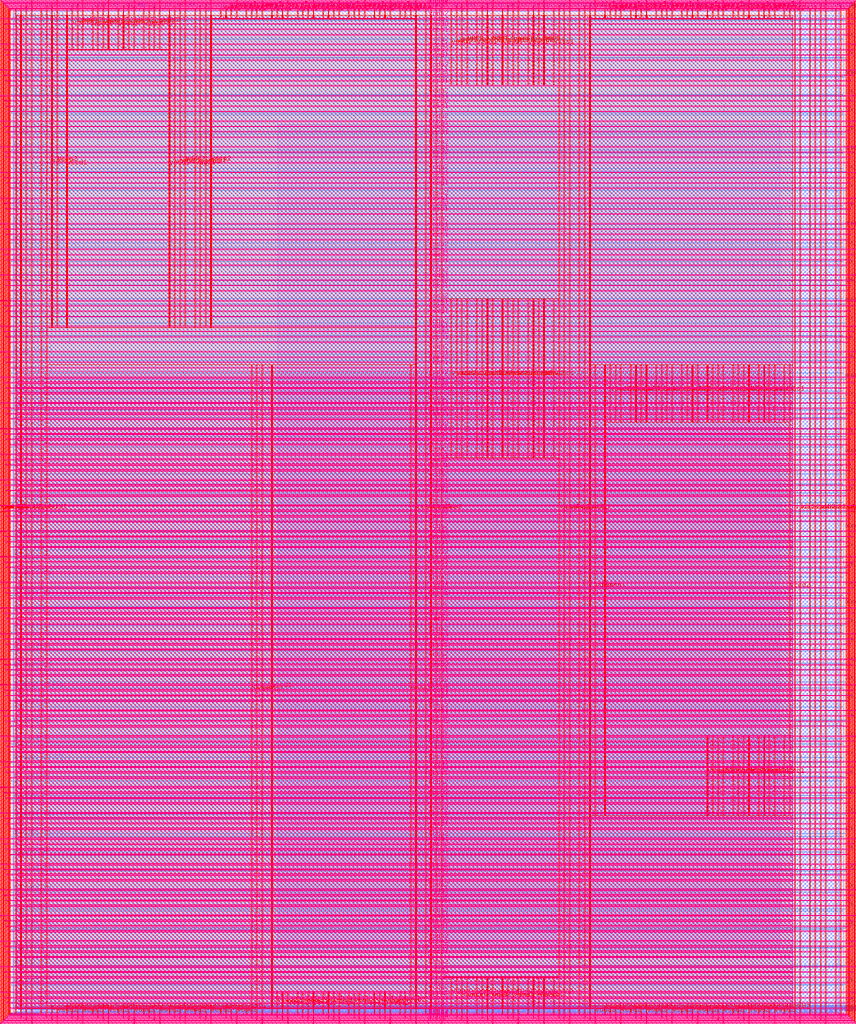
<source format=lef>
VERSION 5.7 ;
  NOWIREEXTENSIONATPIN ON ;
  DIVIDERCHAR "/" ;
  BUSBITCHARS "[]" ;
MACRO user_project_wrapper
  CLASS BLOCK ;
  FOREIGN user_project_wrapper ;
  ORIGIN 0.000 0.000 ;
  SIZE 2920.000 BY 3520.000 ;
  PIN analog_io[0]
    DIRECTION INOUT ;
    USE SIGNAL ;
    PORT
      LAYER met3 ;
        RECT 2917.600 1426.380 2924.800 1427.580 ;
    END
  END analog_io[0]
  PIN analog_io[10]
    DIRECTION INOUT ;
    USE SIGNAL ;
    PORT
      LAYER met2 ;
        RECT 2230.490 3517.600 2231.050 3524.800 ;
    END
  END analog_io[10]
  PIN analog_io[11]
    DIRECTION INOUT ;
    USE SIGNAL ;
    PORT
      LAYER met2 ;
        RECT 1905.730 3517.600 1906.290 3524.800 ;
    END
  END analog_io[11]
  PIN analog_io[12]
    DIRECTION INOUT ;
    USE SIGNAL ;
    PORT
      LAYER met2 ;
        RECT 1581.430 3517.600 1581.990 3524.800 ;
    END
  END analog_io[12]
  PIN analog_io[13]
    DIRECTION INOUT ;
    USE SIGNAL ;
    PORT
      LAYER met2 ;
        RECT 1257.130 3517.600 1257.690 3524.800 ;
    END
  END analog_io[13]
  PIN analog_io[14]
    DIRECTION INOUT ;
    USE SIGNAL ;
    PORT
      LAYER met2 ;
        RECT 932.370 3517.600 932.930 3524.800 ;
    END
  END analog_io[14]
  PIN analog_io[15]
    DIRECTION INOUT ;
    USE SIGNAL ;
    PORT
      LAYER met2 ;
        RECT 608.070 3517.600 608.630 3524.800 ;
    END
  END analog_io[15]
  PIN analog_io[16]
    DIRECTION INOUT ;
    USE SIGNAL ;
    PORT
      LAYER met2 ;
        RECT 283.770 3517.600 284.330 3524.800 ;
    END
  END analog_io[16]
  PIN analog_io[17]
    DIRECTION INOUT ;
    USE SIGNAL ;
    PORT
      LAYER met3 ;
        RECT -4.800 3486.100 2.400 3487.300 ;
    END
  END analog_io[17]
  PIN analog_io[18]
    DIRECTION INOUT ;
    USE SIGNAL ;
    PORT
      LAYER met3 ;
        RECT -4.800 3224.980 2.400 3226.180 ;
    END
  END analog_io[18]
  PIN analog_io[19]
    DIRECTION INOUT ;
    USE SIGNAL ;
    PORT
      LAYER met3 ;
        RECT -4.800 2964.540 2.400 2965.740 ;
    END
  END analog_io[19]
  PIN analog_io[1]
    DIRECTION INOUT ;
    USE SIGNAL ;
    PORT
      LAYER met3 ;
        RECT 2917.600 1692.260 2924.800 1693.460 ;
    END
  END analog_io[1]
  PIN analog_io[20]
    DIRECTION INOUT ;
    USE SIGNAL ;
    PORT
      LAYER met3 ;
        RECT -4.800 2703.420 2.400 2704.620 ;
    END
  END analog_io[20]
  PIN analog_io[21]
    DIRECTION INOUT ;
    USE SIGNAL ;
    PORT
      LAYER met3 ;
        RECT -4.800 2442.980 2.400 2444.180 ;
    END
  END analog_io[21]
  PIN analog_io[22]
    DIRECTION INOUT ;
    USE SIGNAL ;
    PORT
      LAYER met3 ;
        RECT -4.800 2182.540 2.400 2183.740 ;
    END
  END analog_io[22]
  PIN analog_io[23]
    DIRECTION INOUT ;
    USE SIGNAL ;
    PORT
      LAYER met3 ;
        RECT -4.800 1921.420 2.400 1922.620 ;
    END
  END analog_io[23]
  PIN analog_io[24]
    DIRECTION INOUT ;
    USE SIGNAL ;
    PORT
      LAYER met3 ;
        RECT -4.800 1660.980 2.400 1662.180 ;
    END
  END analog_io[24]
  PIN analog_io[25]
    DIRECTION INOUT ;
    USE SIGNAL ;
    PORT
      LAYER met3 ;
        RECT -4.800 1399.860 2.400 1401.060 ;
    END
  END analog_io[25]
  PIN analog_io[26]
    DIRECTION INOUT ;
    USE SIGNAL ;
    PORT
      LAYER met3 ;
        RECT -4.800 1139.420 2.400 1140.620 ;
    END
  END analog_io[26]
  PIN analog_io[27]
    DIRECTION INOUT ;
    USE SIGNAL ;
    PORT
      LAYER met3 ;
        RECT -4.800 878.980 2.400 880.180 ;
    END
  END analog_io[27]
  PIN analog_io[28]
    DIRECTION INOUT ;
    USE SIGNAL ;
    PORT
      LAYER met3 ;
        RECT -4.800 617.860 2.400 619.060 ;
    END
  END analog_io[28]
  PIN analog_io[2]
    DIRECTION INOUT ;
    USE SIGNAL ;
    PORT
      LAYER met3 ;
        RECT 2917.600 1958.140 2924.800 1959.340 ;
    END
  END analog_io[2]
  PIN analog_io[3]
    DIRECTION INOUT ;
    USE SIGNAL ;
    PORT
      LAYER met3 ;
        RECT 2917.600 2223.340 2924.800 2224.540 ;
    END
  END analog_io[3]
  PIN analog_io[4]
    DIRECTION INOUT ;
    USE SIGNAL ;
    PORT
      LAYER met3 ;
        RECT 2917.600 2489.220 2924.800 2490.420 ;
    END
  END analog_io[4]
  PIN analog_io[5]
    DIRECTION INOUT ;
    USE SIGNAL ;
    PORT
      LAYER met3 ;
        RECT 2917.600 2755.100 2924.800 2756.300 ;
    END
  END analog_io[5]
  PIN analog_io[6]
    DIRECTION INOUT ;
    USE SIGNAL ;
    PORT
      LAYER met3 ;
        RECT 2917.600 3020.300 2924.800 3021.500 ;
    END
  END analog_io[6]
  PIN analog_io[7]
    DIRECTION INOUT ;
    USE SIGNAL ;
    PORT
      LAYER met3 ;
        RECT 2917.600 3286.180 2924.800 3287.380 ;
    END
  END analog_io[7]
  PIN analog_io[8]
    DIRECTION INOUT ;
    USE SIGNAL ;
    PORT
      LAYER met2 ;
        RECT 2879.090 3517.600 2879.650 3524.800 ;
    END
  END analog_io[8]
  PIN analog_io[9]
    DIRECTION INOUT ;
    USE SIGNAL ;
    PORT
      LAYER met2 ;
        RECT 2554.790 3517.600 2555.350 3524.800 ;
    END
  END analog_io[9]
  PIN io_in[0]
    DIRECTION INPUT ;
    USE SIGNAL ;
    PORT
      LAYER met3 ;
        RECT 2917.600 32.380 2924.800 33.580 ;
    END
  END io_in[0]
  PIN io_in[10]
    DIRECTION INPUT ;
    USE SIGNAL ;
    PORT
      LAYER met3 ;
        RECT 2917.600 2289.980 2924.800 2291.180 ;
    END
  END io_in[10]
  PIN io_in[11]
    DIRECTION INPUT ;
    USE SIGNAL ;
    PORT
      LAYER met3 ;
        RECT 2917.600 2555.860 2924.800 2557.060 ;
    END
  END io_in[11]
  PIN io_in[12]
    DIRECTION INPUT ;
    USE SIGNAL ;
    PORT
      LAYER met3 ;
        RECT 2917.600 2821.060 2924.800 2822.260 ;
    END
  END io_in[12]
  PIN io_in[13]
    DIRECTION INPUT ;
    USE SIGNAL ;
    PORT
      LAYER met3 ;
        RECT 2917.600 3086.940 2924.800 3088.140 ;
    END
  END io_in[13]
  PIN io_in[14]
    DIRECTION INPUT ;
    USE SIGNAL ;
    PORT
      LAYER met3 ;
        RECT 2917.600 3352.820 2924.800 3354.020 ;
    END
  END io_in[14]
  PIN io_in[15]
    DIRECTION INPUT ;
    USE SIGNAL ;
    PORT
      LAYER met2 ;
        RECT 2798.130 3517.600 2798.690 3524.800 ;
    END
  END io_in[15]
  PIN io_in[16]
    DIRECTION INPUT ;
    USE SIGNAL ;
    PORT
      LAYER met2 ;
        RECT 2473.830 3517.600 2474.390 3524.800 ;
    END
  END io_in[16]
  PIN io_in[17]
    DIRECTION INPUT ;
    USE SIGNAL ;
    PORT
      LAYER met2 ;
        RECT 2149.070 3517.600 2149.630 3524.800 ;
    END
  END io_in[17]
  PIN io_in[18]
    DIRECTION INPUT ;
    USE SIGNAL ;
    PORT
      LAYER met2 ;
        RECT 1824.770 3517.600 1825.330 3524.800 ;
    END
  END io_in[18]
  PIN io_in[19]
    DIRECTION INPUT ;
    USE SIGNAL ;
    PORT
      LAYER met2 ;
        RECT 1500.470 3517.600 1501.030 3524.800 ;
    END
  END io_in[19]
  PIN io_in[1]
    DIRECTION INPUT ;
    USE SIGNAL ;
    PORT
      LAYER met3 ;
        RECT 2917.600 230.940 2924.800 232.140 ;
    END
  END io_in[1]
  PIN io_in[20]
    DIRECTION INPUT ;
    USE SIGNAL ;
    PORT
      LAYER met2 ;
        RECT 1175.710 3517.600 1176.270 3524.800 ;
    END
  END io_in[20]
  PIN io_in[21]
    DIRECTION INPUT ;
    USE SIGNAL ;
    PORT
      LAYER met2 ;
        RECT 851.410 3517.600 851.970 3524.800 ;
    END
  END io_in[21]
  PIN io_in[22]
    DIRECTION INPUT ;
    USE SIGNAL ;
    PORT
      LAYER met2 ;
        RECT 527.110 3517.600 527.670 3524.800 ;
    END
  END io_in[22]
  PIN io_in[23]
    DIRECTION INPUT ;
    USE SIGNAL ;
    PORT
      LAYER met2 ;
        RECT 202.350 3517.600 202.910 3524.800 ;
    END
  END io_in[23]
  PIN io_in[24]
    DIRECTION INPUT ;
    USE SIGNAL ;
    PORT
      LAYER met3 ;
        RECT -4.800 3420.820 2.400 3422.020 ;
    END
  END io_in[24]
  PIN io_in[25]
    DIRECTION INPUT ;
    USE SIGNAL ;
    PORT
      LAYER met3 ;
        RECT -4.800 3159.700 2.400 3160.900 ;
    END
  END io_in[25]
  PIN io_in[26]
    DIRECTION INPUT ;
    USE SIGNAL ;
    PORT
      LAYER met3 ;
        RECT -4.800 2899.260 2.400 2900.460 ;
    END
  END io_in[26]
  PIN io_in[27]
    DIRECTION INPUT ;
    USE SIGNAL ;
    PORT
      LAYER met3 ;
        RECT -4.800 2638.820 2.400 2640.020 ;
    END
  END io_in[27]
  PIN io_in[28]
    DIRECTION INPUT ;
    USE SIGNAL ;
    PORT
      LAYER met3 ;
        RECT -4.800 2377.700 2.400 2378.900 ;
    END
  END io_in[28]
  PIN io_in[29]
    DIRECTION INPUT ;
    USE SIGNAL ;
    PORT
      LAYER met3 ;
        RECT -4.800 2117.260 2.400 2118.460 ;
    END
  END io_in[29]
  PIN io_in[2]
    DIRECTION INPUT ;
    USE SIGNAL ;
    PORT
      LAYER met3 ;
        RECT 2917.600 430.180 2924.800 431.380 ;
    END
  END io_in[2]
  PIN io_in[30]
    DIRECTION INPUT ;
    USE SIGNAL ;
    PORT
      LAYER met3 ;
        RECT -4.800 1856.140 2.400 1857.340 ;
    END
  END io_in[30]
  PIN io_in[31]
    DIRECTION INPUT ;
    USE SIGNAL ;
    PORT
      LAYER met3 ;
        RECT -4.800 1595.700 2.400 1596.900 ;
    END
  END io_in[31]
  PIN io_in[32]
    DIRECTION INPUT ;
    USE SIGNAL ;
    PORT
      LAYER met3 ;
        RECT -4.800 1335.260 2.400 1336.460 ;
    END
  END io_in[32]
  PIN io_in[33]
    DIRECTION INPUT ;
    USE SIGNAL ;
    PORT
      LAYER met3 ;
        RECT -4.800 1074.140 2.400 1075.340 ;
    END
  END io_in[33]
  PIN io_in[34]
    DIRECTION INPUT ;
    USE SIGNAL ;
    PORT
      LAYER met3 ;
        RECT -4.800 813.700 2.400 814.900 ;
    END
  END io_in[34]
  PIN io_in[35]
    DIRECTION INPUT ;
    USE SIGNAL ;
    PORT
      LAYER met3 ;
        RECT -4.800 552.580 2.400 553.780 ;
    END
  END io_in[35]
  PIN io_in[36]
    DIRECTION INPUT ;
    USE SIGNAL ;
    PORT
      LAYER met3 ;
        RECT -4.800 357.420 2.400 358.620 ;
    END
  END io_in[36]
  PIN io_in[37]
    DIRECTION INPUT ;
    USE SIGNAL ;
    PORT
      LAYER met3 ;
        RECT -4.800 161.580 2.400 162.780 ;
    END
  END io_in[37]
  PIN io_in[3]
    DIRECTION INPUT ;
    USE SIGNAL ;
    PORT
      LAYER met3 ;
        RECT 2917.600 629.420 2924.800 630.620 ;
    END
  END io_in[3]
  PIN io_in[4]
    DIRECTION INPUT ;
    USE SIGNAL ;
    PORT
      LAYER met3 ;
        RECT 2917.600 828.660 2924.800 829.860 ;
    END
  END io_in[4]
  PIN io_in[5]
    DIRECTION INPUT ;
    USE SIGNAL ;
    PORT
      LAYER met3 ;
        RECT 2917.600 1027.900 2924.800 1029.100 ;
    END
  END io_in[5]
  PIN io_in[6]
    DIRECTION INPUT ;
    USE SIGNAL ;
    PORT
      LAYER met3 ;
        RECT 2917.600 1227.140 2924.800 1228.340 ;
    END
  END io_in[6]
  PIN io_in[7]
    DIRECTION INPUT ;
    USE SIGNAL ;
    PORT
      LAYER met3 ;
        RECT 2917.600 1493.020 2924.800 1494.220 ;
    END
  END io_in[7]
  PIN io_in[8]
    DIRECTION INPUT ;
    USE SIGNAL ;
    PORT
      LAYER met3 ;
        RECT 2917.600 1758.900 2924.800 1760.100 ;
    END
  END io_in[8]
  PIN io_in[9]
    DIRECTION INPUT ;
    USE SIGNAL ;
    PORT
      LAYER met3 ;
        RECT 2917.600 2024.100 2924.800 2025.300 ;
    END
  END io_in[9]
  PIN io_oeb[0]
    DIRECTION OUTPUT TRISTATE ;
    USE SIGNAL ;
    PORT
      LAYER met3 ;
        RECT 2917.600 164.980 2924.800 166.180 ;
    END
  END io_oeb[0]
  PIN io_oeb[10]
    DIRECTION OUTPUT TRISTATE ;
    USE SIGNAL ;
    PORT
      LAYER met3 ;
        RECT 2917.600 2422.580 2924.800 2423.780 ;
    END
  END io_oeb[10]
  PIN io_oeb[11]
    DIRECTION OUTPUT TRISTATE ;
    USE SIGNAL ;
    PORT
      LAYER met3 ;
        RECT 2917.600 2688.460 2924.800 2689.660 ;
    END
  END io_oeb[11]
  PIN io_oeb[12]
    DIRECTION OUTPUT TRISTATE ;
    USE SIGNAL ;
    PORT
      LAYER met3 ;
        RECT 2917.600 2954.340 2924.800 2955.540 ;
    END
  END io_oeb[12]
  PIN io_oeb[13]
    DIRECTION OUTPUT TRISTATE ;
    USE SIGNAL ;
    PORT
      LAYER met3 ;
        RECT 2917.600 3219.540 2924.800 3220.740 ;
    END
  END io_oeb[13]
  PIN io_oeb[14]
    DIRECTION OUTPUT TRISTATE ;
    USE SIGNAL ;
    PORT
      LAYER met3 ;
        RECT 2917.600 3485.420 2924.800 3486.620 ;
    END
  END io_oeb[14]
  PIN io_oeb[15]
    DIRECTION OUTPUT TRISTATE ;
    USE SIGNAL ;
    PORT
      LAYER met2 ;
        RECT 2635.750 3517.600 2636.310 3524.800 ;
    END
  END io_oeb[15]
  PIN io_oeb[16]
    DIRECTION OUTPUT TRISTATE ;
    USE SIGNAL ;
    PORT
      LAYER met2 ;
        RECT 2311.450 3517.600 2312.010 3524.800 ;
    END
  END io_oeb[16]
  PIN io_oeb[17]
    DIRECTION OUTPUT TRISTATE ;
    USE SIGNAL ;
    PORT
      LAYER met2 ;
        RECT 1987.150 3517.600 1987.710 3524.800 ;
    END
  END io_oeb[17]
  PIN io_oeb[18]
    DIRECTION OUTPUT TRISTATE ;
    USE SIGNAL ;
    PORT
      LAYER met2 ;
        RECT 1662.390 3517.600 1662.950 3524.800 ;
    END
  END io_oeb[18]
  PIN io_oeb[19]
    DIRECTION OUTPUT TRISTATE ;
    USE SIGNAL ;
    PORT
      LAYER met2 ;
        RECT 1338.090 3517.600 1338.650 3524.800 ;
    END
  END io_oeb[19]
  PIN io_oeb[1]
    DIRECTION OUTPUT TRISTATE ;
    USE SIGNAL ;
    PORT
      LAYER met3 ;
        RECT 2917.600 364.220 2924.800 365.420 ;
    END
  END io_oeb[1]
  PIN io_oeb[20]
    DIRECTION OUTPUT TRISTATE ;
    USE SIGNAL ;
    PORT
      LAYER met2 ;
        RECT 1013.790 3517.600 1014.350 3524.800 ;
    END
  END io_oeb[20]
  PIN io_oeb[21]
    DIRECTION OUTPUT TRISTATE ;
    USE SIGNAL ;
    PORT
      LAYER met2 ;
        RECT 689.030 3517.600 689.590 3524.800 ;
    END
  END io_oeb[21]
  PIN io_oeb[22]
    DIRECTION OUTPUT TRISTATE ;
    USE SIGNAL ;
    PORT
      LAYER met2 ;
        RECT 364.730 3517.600 365.290 3524.800 ;
    END
  END io_oeb[22]
  PIN io_oeb[23]
    DIRECTION OUTPUT TRISTATE ;
    USE SIGNAL ;
    PORT
      LAYER met2 ;
        RECT 40.430 3517.600 40.990 3524.800 ;
    END
  END io_oeb[23]
  PIN io_oeb[24]
    DIRECTION OUTPUT TRISTATE ;
    USE SIGNAL ;
    PORT
      LAYER met3 ;
        RECT -4.800 3290.260 2.400 3291.460 ;
    END
  END io_oeb[24]
  PIN io_oeb[25]
    DIRECTION OUTPUT TRISTATE ;
    USE SIGNAL ;
    PORT
      LAYER met3 ;
        RECT -4.800 3029.820 2.400 3031.020 ;
    END
  END io_oeb[25]
  PIN io_oeb[26]
    DIRECTION OUTPUT TRISTATE ;
    USE SIGNAL ;
    PORT
      LAYER met3 ;
        RECT -4.800 2768.700 2.400 2769.900 ;
    END
  END io_oeb[26]
  PIN io_oeb[27]
    DIRECTION OUTPUT TRISTATE ;
    USE SIGNAL ;
    PORT
      LAYER met3 ;
        RECT -4.800 2508.260 2.400 2509.460 ;
    END
  END io_oeb[27]
  PIN io_oeb[28]
    DIRECTION OUTPUT TRISTATE ;
    USE SIGNAL ;
    PORT
      LAYER met3 ;
        RECT -4.800 2247.140 2.400 2248.340 ;
    END
  END io_oeb[28]
  PIN io_oeb[29]
    DIRECTION OUTPUT TRISTATE ;
    USE SIGNAL ;
    PORT
      LAYER met3 ;
        RECT -4.800 1986.700 2.400 1987.900 ;
    END
  END io_oeb[29]
  PIN io_oeb[2]
    DIRECTION OUTPUT TRISTATE ;
    USE SIGNAL ;
    PORT
      LAYER met3 ;
        RECT 2917.600 563.460 2924.800 564.660 ;
    END
  END io_oeb[2]
  PIN io_oeb[30]
    DIRECTION OUTPUT TRISTATE ;
    USE SIGNAL ;
    PORT
      LAYER met3 ;
        RECT -4.800 1726.260 2.400 1727.460 ;
    END
  END io_oeb[30]
  PIN io_oeb[31]
    DIRECTION OUTPUT TRISTATE ;
    USE SIGNAL ;
    PORT
      LAYER met3 ;
        RECT -4.800 1465.140 2.400 1466.340 ;
    END
  END io_oeb[31]
  PIN io_oeb[32]
    DIRECTION OUTPUT TRISTATE ;
    USE SIGNAL ;
    PORT
      LAYER met3 ;
        RECT -4.800 1204.700 2.400 1205.900 ;
    END
  END io_oeb[32]
  PIN io_oeb[33]
    DIRECTION OUTPUT TRISTATE ;
    USE SIGNAL ;
    PORT
      LAYER met3 ;
        RECT -4.800 943.580 2.400 944.780 ;
    END
  END io_oeb[33]
  PIN io_oeb[34]
    DIRECTION OUTPUT TRISTATE ;
    USE SIGNAL ;
    PORT
      LAYER met3 ;
        RECT -4.800 683.140 2.400 684.340 ;
    END
  END io_oeb[34]
  PIN io_oeb[35]
    DIRECTION OUTPUT TRISTATE ;
    USE SIGNAL ;
    PORT
      LAYER met3 ;
        RECT -4.800 422.700 2.400 423.900 ;
    END
  END io_oeb[35]
  PIN io_oeb[36]
    DIRECTION OUTPUT TRISTATE ;
    USE SIGNAL ;
    PORT
      LAYER met3 ;
        RECT -4.800 226.860 2.400 228.060 ;
    END
  END io_oeb[36]
  PIN io_oeb[37]
    DIRECTION OUTPUT TRISTATE ;
    USE SIGNAL ;
    PORT
      LAYER met3 ;
        RECT -4.800 31.700 2.400 32.900 ;
    END
  END io_oeb[37]
  PIN io_oeb[3]
    DIRECTION OUTPUT TRISTATE ;
    USE SIGNAL ;
    PORT
      LAYER met3 ;
        RECT 2917.600 762.700 2924.800 763.900 ;
    END
  END io_oeb[3]
  PIN io_oeb[4]
    DIRECTION OUTPUT TRISTATE ;
    USE SIGNAL ;
    PORT
      LAYER met3 ;
        RECT 2917.600 961.940 2924.800 963.140 ;
    END
  END io_oeb[4]
  PIN io_oeb[5]
    DIRECTION OUTPUT TRISTATE ;
    USE SIGNAL ;
    PORT
      LAYER met3 ;
        RECT 2917.600 1161.180 2924.800 1162.380 ;
    END
  END io_oeb[5]
  PIN io_oeb[6]
    DIRECTION OUTPUT TRISTATE ;
    USE SIGNAL ;
    PORT
      LAYER met3 ;
        RECT 2917.600 1360.420 2924.800 1361.620 ;
    END
  END io_oeb[6]
  PIN io_oeb[7]
    DIRECTION OUTPUT TRISTATE ;
    USE SIGNAL ;
    PORT
      LAYER met3 ;
        RECT 2917.600 1625.620 2924.800 1626.820 ;
    END
  END io_oeb[7]
  PIN io_oeb[8]
    DIRECTION OUTPUT TRISTATE ;
    USE SIGNAL ;
    PORT
      LAYER met3 ;
        RECT 2917.600 1891.500 2924.800 1892.700 ;
    END
  END io_oeb[8]
  PIN io_oeb[9]
    DIRECTION OUTPUT TRISTATE ;
    USE SIGNAL ;
    PORT
      LAYER met3 ;
        RECT 2917.600 2157.380 2924.800 2158.580 ;
    END
  END io_oeb[9]
  PIN io_out[0]
    DIRECTION OUTPUT TRISTATE ;
    USE SIGNAL ;
    PORT
      LAYER met3 ;
        RECT 2917.600 98.340 2924.800 99.540 ;
    END
  END io_out[0]
  PIN io_out[10]
    DIRECTION OUTPUT TRISTATE ;
    USE SIGNAL ;
    PORT
      LAYER met3 ;
        RECT 2917.600 2356.620 2924.800 2357.820 ;
    END
  END io_out[10]
  PIN io_out[11]
    DIRECTION OUTPUT TRISTATE ;
    USE SIGNAL ;
    PORT
      LAYER met3 ;
        RECT 2917.600 2621.820 2924.800 2623.020 ;
    END
  END io_out[11]
  PIN io_out[12]
    DIRECTION OUTPUT TRISTATE ;
    USE SIGNAL ;
    PORT
      LAYER met3 ;
        RECT 2917.600 2887.700 2924.800 2888.900 ;
    END
  END io_out[12]
  PIN io_out[13]
    DIRECTION OUTPUT TRISTATE ;
    USE SIGNAL ;
    PORT
      LAYER met3 ;
        RECT 2917.600 3153.580 2924.800 3154.780 ;
    END
  END io_out[13]
  PIN io_out[14]
    DIRECTION OUTPUT TRISTATE ;
    USE SIGNAL ;
    PORT
      LAYER met3 ;
        RECT 2917.600 3418.780 2924.800 3419.980 ;
    END
  END io_out[14]
  PIN io_out[15]
    DIRECTION OUTPUT TRISTATE ;
    USE SIGNAL ;
    PORT
      LAYER met2 ;
        RECT 2717.170 3517.600 2717.730 3524.800 ;
    END
  END io_out[15]
  PIN io_out[16]
    DIRECTION OUTPUT TRISTATE ;
    USE SIGNAL ;
    PORT
      LAYER met2 ;
        RECT 2392.410 3517.600 2392.970 3524.800 ;
    END
  END io_out[16]
  PIN io_out[17]
    DIRECTION OUTPUT TRISTATE ;
    USE SIGNAL ;
    PORT
      LAYER met2 ;
        RECT 2068.110 3517.600 2068.670 3524.800 ;
    END
  END io_out[17]
  PIN io_out[18]
    DIRECTION OUTPUT TRISTATE ;
    USE SIGNAL ;
    PORT
      LAYER met2 ;
        RECT 1743.810 3517.600 1744.370 3524.800 ;
    END
  END io_out[18]
  PIN io_out[19]
    DIRECTION OUTPUT TRISTATE ;
    USE SIGNAL ;
    PORT
      LAYER met2 ;
        RECT 1419.050 3517.600 1419.610 3524.800 ;
    END
  END io_out[19]
  PIN io_out[1]
    DIRECTION OUTPUT TRISTATE ;
    USE SIGNAL ;
    PORT
      LAYER met3 ;
        RECT 2917.600 297.580 2924.800 298.780 ;
    END
  END io_out[1]
  PIN io_out[20]
    DIRECTION OUTPUT TRISTATE ;
    USE SIGNAL ;
    PORT
      LAYER met2 ;
        RECT 1094.750 3517.600 1095.310 3524.800 ;
    END
  END io_out[20]
  PIN io_out[21]
    DIRECTION OUTPUT TRISTATE ;
    USE SIGNAL ;
    PORT
      LAYER met2 ;
        RECT 770.450 3517.600 771.010 3524.800 ;
    END
  END io_out[21]
  PIN io_out[22]
    DIRECTION OUTPUT TRISTATE ;
    USE SIGNAL ;
    PORT
      LAYER met2 ;
        RECT 445.690 3517.600 446.250 3524.800 ;
    END
  END io_out[22]
  PIN io_out[23]
    DIRECTION OUTPUT TRISTATE ;
    USE SIGNAL ;
    PORT
      LAYER met2 ;
        RECT 121.390 3517.600 121.950 3524.800 ;
    END
  END io_out[23]
  PIN io_out[24]
    DIRECTION OUTPUT TRISTATE ;
    USE SIGNAL ;
    PORT
      LAYER met3 ;
        RECT -4.800 3355.540 2.400 3356.740 ;
    END
  END io_out[24]
  PIN io_out[25]
    DIRECTION OUTPUT TRISTATE ;
    USE SIGNAL ;
    PORT
      LAYER met3 ;
        RECT -4.800 3095.100 2.400 3096.300 ;
    END
  END io_out[25]
  PIN io_out[26]
    DIRECTION OUTPUT TRISTATE ;
    USE SIGNAL ;
    PORT
      LAYER met3 ;
        RECT -4.800 2833.980 2.400 2835.180 ;
    END
  END io_out[26]
  PIN io_out[27]
    DIRECTION OUTPUT TRISTATE ;
    USE SIGNAL ;
    PORT
      LAYER met3 ;
        RECT -4.800 2573.540 2.400 2574.740 ;
    END
  END io_out[27]
  PIN io_out[28]
    DIRECTION OUTPUT TRISTATE ;
    USE SIGNAL ;
    PORT
      LAYER met3 ;
        RECT -4.800 2312.420 2.400 2313.620 ;
    END
  END io_out[28]
  PIN io_out[29]
    DIRECTION OUTPUT TRISTATE ;
    USE SIGNAL ;
    PORT
      LAYER met3 ;
        RECT -4.800 2051.980 2.400 2053.180 ;
    END
  END io_out[29]
  PIN io_out[2]
    DIRECTION OUTPUT TRISTATE ;
    USE SIGNAL ;
    PORT
      LAYER met3 ;
        RECT 2917.600 496.820 2924.800 498.020 ;
    END
  END io_out[2]
  PIN io_out[30]
    DIRECTION OUTPUT TRISTATE ;
    USE SIGNAL ;
    PORT
      LAYER met3 ;
        RECT -4.800 1791.540 2.400 1792.740 ;
    END
  END io_out[30]
  PIN io_out[31]
    DIRECTION OUTPUT TRISTATE ;
    USE SIGNAL ;
    PORT
      LAYER met3 ;
        RECT -4.800 1530.420 2.400 1531.620 ;
    END
  END io_out[31]
  PIN io_out[32]
    DIRECTION OUTPUT TRISTATE ;
    USE SIGNAL ;
    PORT
      LAYER met3 ;
        RECT -4.800 1269.980 2.400 1271.180 ;
    END
  END io_out[32]
  PIN io_out[33]
    DIRECTION OUTPUT TRISTATE ;
    USE SIGNAL ;
    PORT
      LAYER met3 ;
        RECT -4.800 1008.860 2.400 1010.060 ;
    END
  END io_out[33]
  PIN io_out[34]
    DIRECTION OUTPUT TRISTATE ;
    USE SIGNAL ;
    PORT
      LAYER met3 ;
        RECT -4.800 748.420 2.400 749.620 ;
    END
  END io_out[34]
  PIN io_out[35]
    DIRECTION OUTPUT TRISTATE ;
    USE SIGNAL ;
    PORT
      LAYER met3 ;
        RECT -4.800 487.300 2.400 488.500 ;
    END
  END io_out[35]
  PIN io_out[36]
    DIRECTION OUTPUT TRISTATE ;
    USE SIGNAL ;
    PORT
      LAYER met3 ;
        RECT -4.800 292.140 2.400 293.340 ;
    END
  END io_out[36]
  PIN io_out[37]
    DIRECTION OUTPUT TRISTATE ;
    USE SIGNAL ;
    PORT
      LAYER met3 ;
        RECT -4.800 96.300 2.400 97.500 ;
    END
  END io_out[37]
  PIN io_out[3]
    DIRECTION OUTPUT TRISTATE ;
    USE SIGNAL ;
    PORT
      LAYER met3 ;
        RECT 2917.600 696.060 2924.800 697.260 ;
    END
  END io_out[3]
  PIN io_out[4]
    DIRECTION OUTPUT TRISTATE ;
    USE SIGNAL ;
    PORT
      LAYER met3 ;
        RECT 2917.600 895.300 2924.800 896.500 ;
    END
  END io_out[4]
  PIN io_out[5]
    DIRECTION OUTPUT TRISTATE ;
    USE SIGNAL ;
    PORT
      LAYER met3 ;
        RECT 2917.600 1094.540 2924.800 1095.740 ;
    END
  END io_out[5]
  PIN io_out[6]
    DIRECTION OUTPUT TRISTATE ;
    USE SIGNAL ;
    PORT
      LAYER met3 ;
        RECT 2917.600 1293.780 2924.800 1294.980 ;
    END
  END io_out[6]
  PIN io_out[7]
    DIRECTION OUTPUT TRISTATE ;
    USE SIGNAL ;
    PORT
      LAYER met3 ;
        RECT 2917.600 1559.660 2924.800 1560.860 ;
    END
  END io_out[7]
  PIN io_out[8]
    DIRECTION OUTPUT TRISTATE ;
    USE SIGNAL ;
    PORT
      LAYER met3 ;
        RECT 2917.600 1824.860 2924.800 1826.060 ;
    END
  END io_out[8]
  PIN io_out[9]
    DIRECTION OUTPUT TRISTATE ;
    USE SIGNAL ;
    PORT
      LAYER met3 ;
        RECT 2917.600 2090.740 2924.800 2091.940 ;
    END
  END io_out[9]
  PIN la_data_in[0]
    DIRECTION INPUT ;
    USE SIGNAL ;
    PORT
      LAYER met2 ;
        RECT 629.230 -4.800 629.790 2.400 ;
    END
  END la_data_in[0]
  PIN la_data_in[100]
    DIRECTION INPUT ;
    USE SIGNAL ;
    PORT
      LAYER met2 ;
        RECT 2402.530 -4.800 2403.090 2.400 ;
    END
  END la_data_in[100]
  PIN la_data_in[101]
    DIRECTION INPUT ;
    USE SIGNAL ;
    PORT
      LAYER met2 ;
        RECT 2420.010 -4.800 2420.570 2.400 ;
    END
  END la_data_in[101]
  PIN la_data_in[102]
    DIRECTION INPUT ;
    USE SIGNAL ;
    PORT
      LAYER met2 ;
        RECT 2437.950 -4.800 2438.510 2.400 ;
    END
  END la_data_in[102]
  PIN la_data_in[103]
    DIRECTION INPUT ;
    USE SIGNAL ;
    PORT
      LAYER met2 ;
        RECT 2455.430 -4.800 2455.990 2.400 ;
    END
  END la_data_in[103]
  PIN la_data_in[104]
    DIRECTION INPUT ;
    USE SIGNAL ;
    PORT
      LAYER met2 ;
        RECT 2473.370 -4.800 2473.930 2.400 ;
    END
  END la_data_in[104]
  PIN la_data_in[105]
    DIRECTION INPUT ;
    USE SIGNAL ;
    PORT
      LAYER met2 ;
        RECT 2490.850 -4.800 2491.410 2.400 ;
    END
  END la_data_in[105]
  PIN la_data_in[106]
    DIRECTION INPUT ;
    USE SIGNAL ;
    PORT
      LAYER met2 ;
        RECT 2508.790 -4.800 2509.350 2.400 ;
    END
  END la_data_in[106]
  PIN la_data_in[107]
    DIRECTION INPUT ;
    USE SIGNAL ;
    PORT
      LAYER met2 ;
        RECT 2526.730 -4.800 2527.290 2.400 ;
    END
  END la_data_in[107]
  PIN la_data_in[108]
    DIRECTION INPUT ;
    USE SIGNAL ;
    PORT
      LAYER met2 ;
        RECT 2544.210 -4.800 2544.770 2.400 ;
    END
  END la_data_in[108]
  PIN la_data_in[109]
    DIRECTION INPUT ;
    USE SIGNAL ;
    PORT
      LAYER met2 ;
        RECT 2562.150 -4.800 2562.710 2.400 ;
    END
  END la_data_in[109]
  PIN la_data_in[10]
    DIRECTION INPUT ;
    USE SIGNAL ;
    PORT
      LAYER met2 ;
        RECT 806.330 -4.800 806.890 2.400 ;
    END
  END la_data_in[10]
  PIN la_data_in[110]
    DIRECTION INPUT ;
    USE SIGNAL ;
    PORT
      LAYER met2 ;
        RECT 2579.630 -4.800 2580.190 2.400 ;
    END
  END la_data_in[110]
  PIN la_data_in[111]
    DIRECTION INPUT ;
    USE SIGNAL ;
    PORT
      LAYER met2 ;
        RECT 2597.570 -4.800 2598.130 2.400 ;
    END
  END la_data_in[111]
  PIN la_data_in[112]
    DIRECTION INPUT ;
    USE SIGNAL ;
    PORT
      LAYER met2 ;
        RECT 2615.050 -4.800 2615.610 2.400 ;
    END
  END la_data_in[112]
  PIN la_data_in[113]
    DIRECTION INPUT ;
    USE SIGNAL ;
    PORT
      LAYER met2 ;
        RECT 2632.990 -4.800 2633.550 2.400 ;
    END
  END la_data_in[113]
  PIN la_data_in[114]
    DIRECTION INPUT ;
    USE SIGNAL ;
    PORT
      LAYER met2 ;
        RECT 2650.470 -4.800 2651.030 2.400 ;
    END
  END la_data_in[114]
  PIN la_data_in[115]
    DIRECTION INPUT ;
    USE SIGNAL ;
    PORT
      LAYER met2 ;
        RECT 2668.410 -4.800 2668.970 2.400 ;
    END
  END la_data_in[115]
  PIN la_data_in[116]
    DIRECTION INPUT ;
    USE SIGNAL ;
    PORT
      LAYER met2 ;
        RECT 2685.890 -4.800 2686.450 2.400 ;
    END
  END la_data_in[116]
  PIN la_data_in[117]
    DIRECTION INPUT ;
    USE SIGNAL ;
    PORT
      LAYER met2 ;
        RECT 2703.830 -4.800 2704.390 2.400 ;
    END
  END la_data_in[117]
  PIN la_data_in[118]
    DIRECTION INPUT ;
    USE SIGNAL ;
    PORT
      LAYER met2 ;
        RECT 2721.770 -4.800 2722.330 2.400 ;
    END
  END la_data_in[118]
  PIN la_data_in[119]
    DIRECTION INPUT ;
    USE SIGNAL ;
    PORT
      LAYER met2 ;
        RECT 2739.250 -4.800 2739.810 2.400 ;
    END
  END la_data_in[119]
  PIN la_data_in[11]
    DIRECTION INPUT ;
    USE SIGNAL ;
    PORT
      LAYER met2 ;
        RECT 824.270 -4.800 824.830 2.400 ;
    END
  END la_data_in[11]
  PIN la_data_in[120]
    DIRECTION INPUT ;
    USE SIGNAL ;
    PORT
      LAYER met2 ;
        RECT 2757.190 -4.800 2757.750 2.400 ;
    END
  END la_data_in[120]
  PIN la_data_in[121]
    DIRECTION INPUT ;
    USE SIGNAL ;
    PORT
      LAYER met2 ;
        RECT 2774.670 -4.800 2775.230 2.400 ;
    END
  END la_data_in[121]
  PIN la_data_in[122]
    DIRECTION INPUT ;
    USE SIGNAL ;
    PORT
      LAYER met2 ;
        RECT 2792.610 -4.800 2793.170 2.400 ;
    END
  END la_data_in[122]
  PIN la_data_in[123]
    DIRECTION INPUT ;
    USE SIGNAL ;
    PORT
      LAYER met2 ;
        RECT 2810.090 -4.800 2810.650 2.400 ;
    END
  END la_data_in[123]
  PIN la_data_in[124]
    DIRECTION INPUT ;
    USE SIGNAL ;
    PORT
      LAYER met2 ;
        RECT 2828.030 -4.800 2828.590 2.400 ;
    END
  END la_data_in[124]
  PIN la_data_in[125]
    DIRECTION INPUT ;
    USE SIGNAL ;
    PORT
      LAYER met2 ;
        RECT 2845.510 -4.800 2846.070 2.400 ;
    END
  END la_data_in[125]
  PIN la_data_in[126]
    DIRECTION INPUT ;
    USE SIGNAL ;
    PORT
      LAYER met2 ;
        RECT 2863.450 -4.800 2864.010 2.400 ;
    END
  END la_data_in[126]
  PIN la_data_in[127]
    DIRECTION INPUT ;
    USE SIGNAL ;
    PORT
      LAYER met2 ;
        RECT 2881.390 -4.800 2881.950 2.400 ;
    END
  END la_data_in[127]
  PIN la_data_in[12]
    DIRECTION INPUT ;
    USE SIGNAL ;
    PORT
      LAYER met2 ;
        RECT 841.750 -4.800 842.310 2.400 ;
    END
  END la_data_in[12]
  PIN la_data_in[13]
    DIRECTION INPUT ;
    USE SIGNAL ;
    PORT
      LAYER met2 ;
        RECT 859.690 -4.800 860.250 2.400 ;
    END
  END la_data_in[13]
  PIN la_data_in[14]
    DIRECTION INPUT ;
    USE SIGNAL ;
    PORT
      LAYER met2 ;
        RECT 877.170 -4.800 877.730 2.400 ;
    END
  END la_data_in[14]
  PIN la_data_in[15]
    DIRECTION INPUT ;
    USE SIGNAL ;
    PORT
      LAYER met2 ;
        RECT 895.110 -4.800 895.670 2.400 ;
    END
  END la_data_in[15]
  PIN la_data_in[16]
    DIRECTION INPUT ;
    USE SIGNAL ;
    PORT
      LAYER met2 ;
        RECT 912.590 -4.800 913.150 2.400 ;
    END
  END la_data_in[16]
  PIN la_data_in[17]
    DIRECTION INPUT ;
    USE SIGNAL ;
    PORT
      LAYER met2 ;
        RECT 930.530 -4.800 931.090 2.400 ;
    END
  END la_data_in[17]
  PIN la_data_in[18]
    DIRECTION INPUT ;
    USE SIGNAL ;
    PORT
      LAYER met2 ;
        RECT 948.470 -4.800 949.030 2.400 ;
    END
  END la_data_in[18]
  PIN la_data_in[19]
    DIRECTION INPUT ;
    USE SIGNAL ;
    PORT
      LAYER met2 ;
        RECT 965.950 -4.800 966.510 2.400 ;
    END
  END la_data_in[19]
  PIN la_data_in[1]
    DIRECTION INPUT ;
    USE SIGNAL ;
    PORT
      LAYER met2 ;
        RECT 646.710 -4.800 647.270 2.400 ;
    END
  END la_data_in[1]
  PIN la_data_in[20]
    DIRECTION INPUT ;
    USE SIGNAL ;
    PORT
      LAYER met2 ;
        RECT 983.890 -4.800 984.450 2.400 ;
    END
  END la_data_in[20]
  PIN la_data_in[21]
    DIRECTION INPUT ;
    USE SIGNAL ;
    PORT
      LAYER met2 ;
        RECT 1001.370 -4.800 1001.930 2.400 ;
    END
  END la_data_in[21]
  PIN la_data_in[22]
    DIRECTION INPUT ;
    USE SIGNAL ;
    PORT
      LAYER met2 ;
        RECT 1019.310 -4.800 1019.870 2.400 ;
    END
  END la_data_in[22]
  PIN la_data_in[23]
    DIRECTION INPUT ;
    USE SIGNAL ;
    PORT
      LAYER met2 ;
        RECT 1036.790 -4.800 1037.350 2.400 ;
    END
  END la_data_in[23]
  PIN la_data_in[24]
    DIRECTION INPUT ;
    USE SIGNAL ;
    PORT
      LAYER met2 ;
        RECT 1054.730 -4.800 1055.290 2.400 ;
    END
  END la_data_in[24]
  PIN la_data_in[25]
    DIRECTION INPUT ;
    USE SIGNAL ;
    PORT
      LAYER met2 ;
        RECT 1072.210 -4.800 1072.770 2.400 ;
    END
  END la_data_in[25]
  PIN la_data_in[26]
    DIRECTION INPUT ;
    USE SIGNAL ;
    PORT
      LAYER met2 ;
        RECT 1090.150 -4.800 1090.710 2.400 ;
    END
  END la_data_in[26]
  PIN la_data_in[27]
    DIRECTION INPUT ;
    USE SIGNAL ;
    PORT
      LAYER met2 ;
        RECT 1107.630 -4.800 1108.190 2.400 ;
    END
  END la_data_in[27]
  PIN la_data_in[28]
    DIRECTION INPUT ;
    USE SIGNAL ;
    PORT
      LAYER met2 ;
        RECT 1125.570 -4.800 1126.130 2.400 ;
    END
  END la_data_in[28]
  PIN la_data_in[29]
    DIRECTION INPUT ;
    USE SIGNAL ;
    PORT
      LAYER met2 ;
        RECT 1143.510 -4.800 1144.070 2.400 ;
    END
  END la_data_in[29]
  PIN la_data_in[2]
    DIRECTION INPUT ;
    USE SIGNAL ;
    PORT
      LAYER met2 ;
        RECT 664.650 -4.800 665.210 2.400 ;
    END
  END la_data_in[2]
  PIN la_data_in[30]
    DIRECTION INPUT ;
    USE SIGNAL ;
    PORT
      LAYER met2 ;
        RECT 1160.990 -4.800 1161.550 2.400 ;
    END
  END la_data_in[30]
  PIN la_data_in[31]
    DIRECTION INPUT ;
    USE SIGNAL ;
    PORT
      LAYER met2 ;
        RECT 1178.930 -4.800 1179.490 2.400 ;
    END
  END la_data_in[31]
  PIN la_data_in[32]
    DIRECTION INPUT ;
    USE SIGNAL ;
    PORT
      LAYER met2 ;
        RECT 1196.410 -4.800 1196.970 2.400 ;
    END
  END la_data_in[32]
  PIN la_data_in[33]
    DIRECTION INPUT ;
    USE SIGNAL ;
    PORT
      LAYER met2 ;
        RECT 1214.350 -4.800 1214.910 2.400 ;
    END
  END la_data_in[33]
  PIN la_data_in[34]
    DIRECTION INPUT ;
    USE SIGNAL ;
    PORT
      LAYER met2 ;
        RECT 1231.830 -4.800 1232.390 2.400 ;
    END
  END la_data_in[34]
  PIN la_data_in[35]
    DIRECTION INPUT ;
    USE SIGNAL ;
    PORT
      LAYER met2 ;
        RECT 1249.770 -4.800 1250.330 2.400 ;
    END
  END la_data_in[35]
  PIN la_data_in[36]
    DIRECTION INPUT ;
    USE SIGNAL ;
    PORT
      LAYER met2 ;
        RECT 1267.250 -4.800 1267.810 2.400 ;
    END
  END la_data_in[36]
  PIN la_data_in[37]
    DIRECTION INPUT ;
    USE SIGNAL ;
    PORT
      LAYER met2 ;
        RECT 1285.190 -4.800 1285.750 2.400 ;
    END
  END la_data_in[37]
  PIN la_data_in[38]
    DIRECTION INPUT ;
    USE SIGNAL ;
    PORT
      LAYER met2 ;
        RECT 1303.130 -4.800 1303.690 2.400 ;
    END
  END la_data_in[38]
  PIN la_data_in[39]
    DIRECTION INPUT ;
    USE SIGNAL ;
    PORT
      LAYER met2 ;
        RECT 1320.610 -4.800 1321.170 2.400 ;
    END
  END la_data_in[39]
  PIN la_data_in[3]
    DIRECTION INPUT ;
    USE SIGNAL ;
    PORT
      LAYER met2 ;
        RECT 682.130 -4.800 682.690 2.400 ;
    END
  END la_data_in[3]
  PIN la_data_in[40]
    DIRECTION INPUT ;
    USE SIGNAL ;
    PORT
      LAYER met2 ;
        RECT 1338.550 -4.800 1339.110 2.400 ;
    END
  END la_data_in[40]
  PIN la_data_in[41]
    DIRECTION INPUT ;
    USE SIGNAL ;
    PORT
      LAYER met2 ;
        RECT 1356.030 -4.800 1356.590 2.400 ;
    END
  END la_data_in[41]
  PIN la_data_in[42]
    DIRECTION INPUT ;
    USE SIGNAL ;
    PORT
      LAYER met2 ;
        RECT 1373.970 -4.800 1374.530 2.400 ;
    END
  END la_data_in[42]
  PIN la_data_in[43]
    DIRECTION INPUT ;
    USE SIGNAL ;
    PORT
      LAYER met2 ;
        RECT 1391.450 -4.800 1392.010 2.400 ;
    END
  END la_data_in[43]
  PIN la_data_in[44]
    DIRECTION INPUT ;
    USE SIGNAL ;
    PORT
      LAYER met2 ;
        RECT 1409.390 -4.800 1409.950 2.400 ;
    END
  END la_data_in[44]
  PIN la_data_in[45]
    DIRECTION INPUT ;
    USE SIGNAL ;
    PORT
      LAYER met2 ;
        RECT 1426.870 -4.800 1427.430 2.400 ;
    END
  END la_data_in[45]
  PIN la_data_in[46]
    DIRECTION INPUT ;
    USE SIGNAL ;
    PORT
      LAYER met2 ;
        RECT 1444.810 -4.800 1445.370 2.400 ;
    END
  END la_data_in[46]
  PIN la_data_in[47]
    DIRECTION INPUT ;
    USE SIGNAL ;
    PORT
      LAYER met2 ;
        RECT 1462.750 -4.800 1463.310 2.400 ;
    END
  END la_data_in[47]
  PIN la_data_in[48]
    DIRECTION INPUT ;
    USE SIGNAL ;
    PORT
      LAYER met2 ;
        RECT 1480.230 -4.800 1480.790 2.400 ;
    END
  END la_data_in[48]
  PIN la_data_in[49]
    DIRECTION INPUT ;
    USE SIGNAL ;
    PORT
      LAYER met2 ;
        RECT 1498.170 -4.800 1498.730 2.400 ;
    END
  END la_data_in[49]
  PIN la_data_in[4]
    DIRECTION INPUT ;
    USE SIGNAL ;
    PORT
      LAYER met2 ;
        RECT 700.070 -4.800 700.630 2.400 ;
    END
  END la_data_in[4]
  PIN la_data_in[50]
    DIRECTION INPUT ;
    USE SIGNAL ;
    PORT
      LAYER met2 ;
        RECT 1515.650 -4.800 1516.210 2.400 ;
    END
  END la_data_in[50]
  PIN la_data_in[51]
    DIRECTION INPUT ;
    USE SIGNAL ;
    PORT
      LAYER met2 ;
        RECT 1533.590 -4.800 1534.150 2.400 ;
    END
  END la_data_in[51]
  PIN la_data_in[52]
    DIRECTION INPUT ;
    USE SIGNAL ;
    PORT
      LAYER met2 ;
        RECT 1551.070 -4.800 1551.630 2.400 ;
    END
  END la_data_in[52]
  PIN la_data_in[53]
    DIRECTION INPUT ;
    USE SIGNAL ;
    PORT
      LAYER met2 ;
        RECT 1569.010 -4.800 1569.570 2.400 ;
    END
  END la_data_in[53]
  PIN la_data_in[54]
    DIRECTION INPUT ;
    USE SIGNAL ;
    PORT
      LAYER met2 ;
        RECT 1586.490 -4.800 1587.050 2.400 ;
    END
  END la_data_in[54]
  PIN la_data_in[55]
    DIRECTION INPUT ;
    USE SIGNAL ;
    PORT
      LAYER met2 ;
        RECT 1604.430 -4.800 1604.990 2.400 ;
    END
  END la_data_in[55]
  PIN la_data_in[56]
    DIRECTION INPUT ;
    USE SIGNAL ;
    PORT
      LAYER met2 ;
        RECT 1621.910 -4.800 1622.470 2.400 ;
    END
  END la_data_in[56]
  PIN la_data_in[57]
    DIRECTION INPUT ;
    USE SIGNAL ;
    PORT
      LAYER met2 ;
        RECT 1639.850 -4.800 1640.410 2.400 ;
    END
  END la_data_in[57]
  PIN la_data_in[58]
    DIRECTION INPUT ;
    USE SIGNAL ;
    PORT
      LAYER met2 ;
        RECT 1657.790 -4.800 1658.350 2.400 ;
    END
  END la_data_in[58]
  PIN la_data_in[59]
    DIRECTION INPUT ;
    USE SIGNAL ;
    PORT
      LAYER met2 ;
        RECT 1675.270 -4.800 1675.830 2.400 ;
    END
  END la_data_in[59]
  PIN la_data_in[5]
    DIRECTION INPUT ;
    USE SIGNAL ;
    PORT
      LAYER met2 ;
        RECT 717.550 -4.800 718.110 2.400 ;
    END
  END la_data_in[5]
  PIN la_data_in[60]
    DIRECTION INPUT ;
    USE SIGNAL ;
    PORT
      LAYER met2 ;
        RECT 1693.210 -4.800 1693.770 2.400 ;
    END
  END la_data_in[60]
  PIN la_data_in[61]
    DIRECTION INPUT ;
    USE SIGNAL ;
    PORT
      LAYER met2 ;
        RECT 1710.690 -4.800 1711.250 2.400 ;
    END
  END la_data_in[61]
  PIN la_data_in[62]
    DIRECTION INPUT ;
    USE SIGNAL ;
    PORT
      LAYER met2 ;
        RECT 1728.630 -4.800 1729.190 2.400 ;
    END
  END la_data_in[62]
  PIN la_data_in[63]
    DIRECTION INPUT ;
    USE SIGNAL ;
    PORT
      LAYER met2 ;
        RECT 1746.110 -4.800 1746.670 2.400 ;
    END
  END la_data_in[63]
  PIN la_data_in[64]
    DIRECTION INPUT ;
    USE SIGNAL ;
    PORT
      LAYER met2 ;
        RECT 1764.050 -4.800 1764.610 2.400 ;
    END
  END la_data_in[64]
  PIN la_data_in[65]
    DIRECTION INPUT ;
    USE SIGNAL ;
    PORT
      LAYER met2 ;
        RECT 1781.530 -4.800 1782.090 2.400 ;
    END
  END la_data_in[65]
  PIN la_data_in[66]
    DIRECTION INPUT ;
    USE SIGNAL ;
    PORT
      LAYER met2 ;
        RECT 1799.470 -4.800 1800.030 2.400 ;
    END
  END la_data_in[66]
  PIN la_data_in[67]
    DIRECTION INPUT ;
    USE SIGNAL ;
    PORT
      LAYER met2 ;
        RECT 1817.410 -4.800 1817.970 2.400 ;
    END
  END la_data_in[67]
  PIN la_data_in[68]
    DIRECTION INPUT ;
    USE SIGNAL ;
    PORT
      LAYER met2 ;
        RECT 1834.890 -4.800 1835.450 2.400 ;
    END
  END la_data_in[68]
  PIN la_data_in[69]
    DIRECTION INPUT ;
    USE SIGNAL ;
    PORT
      LAYER met2 ;
        RECT 1852.830 -4.800 1853.390 2.400 ;
    END
  END la_data_in[69]
  PIN la_data_in[6]
    DIRECTION INPUT ;
    USE SIGNAL ;
    PORT
      LAYER met2 ;
        RECT 735.490 -4.800 736.050 2.400 ;
    END
  END la_data_in[6]
  PIN la_data_in[70]
    DIRECTION INPUT ;
    USE SIGNAL ;
    PORT
      LAYER met2 ;
        RECT 1870.310 -4.800 1870.870 2.400 ;
    END
  END la_data_in[70]
  PIN la_data_in[71]
    DIRECTION INPUT ;
    USE SIGNAL ;
    PORT
      LAYER met2 ;
        RECT 1888.250 -4.800 1888.810 2.400 ;
    END
  END la_data_in[71]
  PIN la_data_in[72]
    DIRECTION INPUT ;
    USE SIGNAL ;
    PORT
      LAYER met2 ;
        RECT 1905.730 -4.800 1906.290 2.400 ;
    END
  END la_data_in[72]
  PIN la_data_in[73]
    DIRECTION INPUT ;
    USE SIGNAL ;
    PORT
      LAYER met2 ;
        RECT 1923.670 -4.800 1924.230 2.400 ;
    END
  END la_data_in[73]
  PIN la_data_in[74]
    DIRECTION INPUT ;
    USE SIGNAL ;
    PORT
      LAYER met2 ;
        RECT 1941.150 -4.800 1941.710 2.400 ;
    END
  END la_data_in[74]
  PIN la_data_in[75]
    DIRECTION INPUT ;
    USE SIGNAL ;
    PORT
      LAYER met2 ;
        RECT 1959.090 -4.800 1959.650 2.400 ;
    END
  END la_data_in[75]
  PIN la_data_in[76]
    DIRECTION INPUT ;
    USE SIGNAL ;
    PORT
      LAYER met2 ;
        RECT 1976.570 -4.800 1977.130 2.400 ;
    END
  END la_data_in[76]
  PIN la_data_in[77]
    DIRECTION INPUT ;
    USE SIGNAL ;
    PORT
      LAYER met2 ;
        RECT 1994.510 -4.800 1995.070 2.400 ;
    END
  END la_data_in[77]
  PIN la_data_in[78]
    DIRECTION INPUT ;
    USE SIGNAL ;
    PORT
      LAYER met2 ;
        RECT 2012.450 -4.800 2013.010 2.400 ;
    END
  END la_data_in[78]
  PIN la_data_in[79]
    DIRECTION INPUT ;
    USE SIGNAL ;
    PORT
      LAYER met2 ;
        RECT 2029.930 -4.800 2030.490 2.400 ;
    END
  END la_data_in[79]
  PIN la_data_in[7]
    DIRECTION INPUT ;
    USE SIGNAL ;
    PORT
      LAYER met2 ;
        RECT 752.970 -4.800 753.530 2.400 ;
    END
  END la_data_in[7]
  PIN la_data_in[80]
    DIRECTION INPUT ;
    USE SIGNAL ;
    PORT
      LAYER met2 ;
        RECT 2047.870 -4.800 2048.430 2.400 ;
    END
  END la_data_in[80]
  PIN la_data_in[81]
    DIRECTION INPUT ;
    USE SIGNAL ;
    PORT
      LAYER met2 ;
        RECT 2065.350 -4.800 2065.910 2.400 ;
    END
  END la_data_in[81]
  PIN la_data_in[82]
    DIRECTION INPUT ;
    USE SIGNAL ;
    PORT
      LAYER met2 ;
        RECT 2083.290 -4.800 2083.850 2.400 ;
    END
  END la_data_in[82]
  PIN la_data_in[83]
    DIRECTION INPUT ;
    USE SIGNAL ;
    PORT
      LAYER met2 ;
        RECT 2100.770 -4.800 2101.330 2.400 ;
    END
  END la_data_in[83]
  PIN la_data_in[84]
    DIRECTION INPUT ;
    USE SIGNAL ;
    PORT
      LAYER met2 ;
        RECT 2118.710 -4.800 2119.270 2.400 ;
    END
  END la_data_in[84]
  PIN la_data_in[85]
    DIRECTION INPUT ;
    USE SIGNAL ;
    PORT
      LAYER met2 ;
        RECT 2136.190 -4.800 2136.750 2.400 ;
    END
  END la_data_in[85]
  PIN la_data_in[86]
    DIRECTION INPUT ;
    USE SIGNAL ;
    PORT
      LAYER met2 ;
        RECT 2154.130 -4.800 2154.690 2.400 ;
    END
  END la_data_in[86]
  PIN la_data_in[87]
    DIRECTION INPUT ;
    USE SIGNAL ;
    PORT
      LAYER met2 ;
        RECT 2172.070 -4.800 2172.630 2.400 ;
    END
  END la_data_in[87]
  PIN la_data_in[88]
    DIRECTION INPUT ;
    USE SIGNAL ;
    PORT
      LAYER met2 ;
        RECT 2189.550 -4.800 2190.110 2.400 ;
    END
  END la_data_in[88]
  PIN la_data_in[89]
    DIRECTION INPUT ;
    USE SIGNAL ;
    PORT
      LAYER met2 ;
        RECT 2207.490 -4.800 2208.050 2.400 ;
    END
  END la_data_in[89]
  PIN la_data_in[8]
    DIRECTION INPUT ;
    USE SIGNAL ;
    PORT
      LAYER met2 ;
        RECT 770.910 -4.800 771.470 2.400 ;
    END
  END la_data_in[8]
  PIN la_data_in[90]
    DIRECTION INPUT ;
    USE SIGNAL ;
    PORT
      LAYER met2 ;
        RECT 2224.970 -4.800 2225.530 2.400 ;
    END
  END la_data_in[90]
  PIN la_data_in[91]
    DIRECTION INPUT ;
    USE SIGNAL ;
    PORT
      LAYER met2 ;
        RECT 2242.910 -4.800 2243.470 2.400 ;
    END
  END la_data_in[91]
  PIN la_data_in[92]
    DIRECTION INPUT ;
    USE SIGNAL ;
    PORT
      LAYER met2 ;
        RECT 2260.390 -4.800 2260.950 2.400 ;
    END
  END la_data_in[92]
  PIN la_data_in[93]
    DIRECTION INPUT ;
    USE SIGNAL ;
    PORT
      LAYER met2 ;
        RECT 2278.330 -4.800 2278.890 2.400 ;
    END
  END la_data_in[93]
  PIN la_data_in[94]
    DIRECTION INPUT ;
    USE SIGNAL ;
    PORT
      LAYER met2 ;
        RECT 2295.810 -4.800 2296.370 2.400 ;
    END
  END la_data_in[94]
  PIN la_data_in[95]
    DIRECTION INPUT ;
    USE SIGNAL ;
    PORT
      LAYER met2 ;
        RECT 2313.750 -4.800 2314.310 2.400 ;
    END
  END la_data_in[95]
  PIN la_data_in[96]
    DIRECTION INPUT ;
    USE SIGNAL ;
    PORT
      LAYER met2 ;
        RECT 2331.230 -4.800 2331.790 2.400 ;
    END
  END la_data_in[96]
  PIN la_data_in[97]
    DIRECTION INPUT ;
    USE SIGNAL ;
    PORT
      LAYER met2 ;
        RECT 2349.170 -4.800 2349.730 2.400 ;
    END
  END la_data_in[97]
  PIN la_data_in[98]
    DIRECTION INPUT ;
    USE SIGNAL ;
    PORT
      LAYER met2 ;
        RECT 2367.110 -4.800 2367.670 2.400 ;
    END
  END la_data_in[98]
  PIN la_data_in[99]
    DIRECTION INPUT ;
    USE SIGNAL ;
    PORT
      LAYER met2 ;
        RECT 2384.590 -4.800 2385.150 2.400 ;
    END
  END la_data_in[99]
  PIN la_data_in[9]
    DIRECTION INPUT ;
    USE SIGNAL ;
    PORT
      LAYER met2 ;
        RECT 788.850 -4.800 789.410 2.400 ;
    END
  END la_data_in[9]
  PIN la_data_out[0]
    DIRECTION OUTPUT TRISTATE ;
    USE SIGNAL ;
    PORT
      LAYER met2 ;
        RECT 634.750 -4.800 635.310 2.400 ;
    END
  END la_data_out[0]
  PIN la_data_out[100]
    DIRECTION OUTPUT TRISTATE ;
    USE SIGNAL ;
    PORT
      LAYER met2 ;
        RECT 2408.510 -4.800 2409.070 2.400 ;
    END
  END la_data_out[100]
  PIN la_data_out[101]
    DIRECTION OUTPUT TRISTATE ;
    USE SIGNAL ;
    PORT
      LAYER met2 ;
        RECT 2425.990 -4.800 2426.550 2.400 ;
    END
  END la_data_out[101]
  PIN la_data_out[102]
    DIRECTION OUTPUT TRISTATE ;
    USE SIGNAL ;
    PORT
      LAYER met2 ;
        RECT 2443.930 -4.800 2444.490 2.400 ;
    END
  END la_data_out[102]
  PIN la_data_out[103]
    DIRECTION OUTPUT TRISTATE ;
    USE SIGNAL ;
    PORT
      LAYER met2 ;
        RECT 2461.410 -4.800 2461.970 2.400 ;
    END
  END la_data_out[103]
  PIN la_data_out[104]
    DIRECTION OUTPUT TRISTATE ;
    USE SIGNAL ;
    PORT
      LAYER met2 ;
        RECT 2479.350 -4.800 2479.910 2.400 ;
    END
  END la_data_out[104]
  PIN la_data_out[105]
    DIRECTION OUTPUT TRISTATE ;
    USE SIGNAL ;
    PORT
      LAYER met2 ;
        RECT 2496.830 -4.800 2497.390 2.400 ;
    END
  END la_data_out[105]
  PIN la_data_out[106]
    DIRECTION OUTPUT TRISTATE ;
    USE SIGNAL ;
    PORT
      LAYER met2 ;
        RECT 2514.770 -4.800 2515.330 2.400 ;
    END
  END la_data_out[106]
  PIN la_data_out[107]
    DIRECTION OUTPUT TRISTATE ;
    USE SIGNAL ;
    PORT
      LAYER met2 ;
        RECT 2532.250 -4.800 2532.810 2.400 ;
    END
  END la_data_out[107]
  PIN la_data_out[108]
    DIRECTION OUTPUT TRISTATE ;
    USE SIGNAL ;
    PORT
      LAYER met2 ;
        RECT 2550.190 -4.800 2550.750 2.400 ;
    END
  END la_data_out[108]
  PIN la_data_out[109]
    DIRECTION OUTPUT TRISTATE ;
    USE SIGNAL ;
    PORT
      LAYER met2 ;
        RECT 2567.670 -4.800 2568.230 2.400 ;
    END
  END la_data_out[109]
  PIN la_data_out[10]
    DIRECTION OUTPUT TRISTATE ;
    USE SIGNAL ;
    PORT
      LAYER met2 ;
        RECT 812.310 -4.800 812.870 2.400 ;
    END
  END la_data_out[10]
  PIN la_data_out[110]
    DIRECTION OUTPUT TRISTATE ;
    USE SIGNAL ;
    PORT
      LAYER met2 ;
        RECT 2585.610 -4.800 2586.170 2.400 ;
    END
  END la_data_out[110]
  PIN la_data_out[111]
    DIRECTION OUTPUT TRISTATE ;
    USE SIGNAL ;
    PORT
      LAYER met2 ;
        RECT 2603.550 -4.800 2604.110 2.400 ;
    END
  END la_data_out[111]
  PIN la_data_out[112]
    DIRECTION OUTPUT TRISTATE ;
    USE SIGNAL ;
    PORT
      LAYER met2 ;
        RECT 2621.030 -4.800 2621.590 2.400 ;
    END
  END la_data_out[112]
  PIN la_data_out[113]
    DIRECTION OUTPUT TRISTATE ;
    USE SIGNAL ;
    PORT
      LAYER met2 ;
        RECT 2638.970 -4.800 2639.530 2.400 ;
    END
  END la_data_out[113]
  PIN la_data_out[114]
    DIRECTION OUTPUT TRISTATE ;
    USE SIGNAL ;
    PORT
      LAYER met2 ;
        RECT 2656.450 -4.800 2657.010 2.400 ;
    END
  END la_data_out[114]
  PIN la_data_out[115]
    DIRECTION OUTPUT TRISTATE ;
    USE SIGNAL ;
    PORT
      LAYER met2 ;
        RECT 2674.390 -4.800 2674.950 2.400 ;
    END
  END la_data_out[115]
  PIN la_data_out[116]
    DIRECTION OUTPUT TRISTATE ;
    USE SIGNAL ;
    PORT
      LAYER met2 ;
        RECT 2691.870 -4.800 2692.430 2.400 ;
    END
  END la_data_out[116]
  PIN la_data_out[117]
    DIRECTION OUTPUT TRISTATE ;
    USE SIGNAL ;
    PORT
      LAYER met2 ;
        RECT 2709.810 -4.800 2710.370 2.400 ;
    END
  END la_data_out[117]
  PIN la_data_out[118]
    DIRECTION OUTPUT TRISTATE ;
    USE SIGNAL ;
    PORT
      LAYER met2 ;
        RECT 2727.290 -4.800 2727.850 2.400 ;
    END
  END la_data_out[118]
  PIN la_data_out[119]
    DIRECTION OUTPUT TRISTATE ;
    USE SIGNAL ;
    PORT
      LAYER met2 ;
        RECT 2745.230 -4.800 2745.790 2.400 ;
    END
  END la_data_out[119]
  PIN la_data_out[11]
    DIRECTION OUTPUT TRISTATE ;
    USE SIGNAL ;
    PORT
      LAYER met2 ;
        RECT 830.250 -4.800 830.810 2.400 ;
    END
  END la_data_out[11]
  PIN la_data_out[120]
    DIRECTION OUTPUT TRISTATE ;
    USE SIGNAL ;
    PORT
      LAYER met2 ;
        RECT 2763.170 -4.800 2763.730 2.400 ;
    END
  END la_data_out[120]
  PIN la_data_out[121]
    DIRECTION OUTPUT TRISTATE ;
    USE SIGNAL ;
    PORT
      LAYER met2 ;
        RECT 2780.650 -4.800 2781.210 2.400 ;
    END
  END la_data_out[121]
  PIN la_data_out[122]
    DIRECTION OUTPUT TRISTATE ;
    USE SIGNAL ;
    PORT
      LAYER met2 ;
        RECT 2798.590 -4.800 2799.150 2.400 ;
    END
  END la_data_out[122]
  PIN la_data_out[123]
    DIRECTION OUTPUT TRISTATE ;
    USE SIGNAL ;
    PORT
      LAYER met2 ;
        RECT 2816.070 -4.800 2816.630 2.400 ;
    END
  END la_data_out[123]
  PIN la_data_out[124]
    DIRECTION OUTPUT TRISTATE ;
    USE SIGNAL ;
    PORT
      LAYER met2 ;
        RECT 2834.010 -4.800 2834.570 2.400 ;
    END
  END la_data_out[124]
  PIN la_data_out[125]
    DIRECTION OUTPUT TRISTATE ;
    USE SIGNAL ;
    PORT
      LAYER met2 ;
        RECT 2851.490 -4.800 2852.050 2.400 ;
    END
  END la_data_out[125]
  PIN la_data_out[126]
    DIRECTION OUTPUT TRISTATE ;
    USE SIGNAL ;
    PORT
      LAYER met2 ;
        RECT 2869.430 -4.800 2869.990 2.400 ;
    END
  END la_data_out[126]
  PIN la_data_out[127]
    DIRECTION OUTPUT TRISTATE ;
    USE SIGNAL ;
    PORT
      LAYER met2 ;
        RECT 2886.910 -4.800 2887.470 2.400 ;
    END
  END la_data_out[127]
  PIN la_data_out[12]
    DIRECTION OUTPUT TRISTATE ;
    USE SIGNAL ;
    PORT
      LAYER met2 ;
        RECT 847.730 -4.800 848.290 2.400 ;
    END
  END la_data_out[12]
  PIN la_data_out[13]
    DIRECTION OUTPUT TRISTATE ;
    USE SIGNAL ;
    PORT
      LAYER met2 ;
        RECT 865.670 -4.800 866.230 2.400 ;
    END
  END la_data_out[13]
  PIN la_data_out[14]
    DIRECTION OUTPUT TRISTATE ;
    USE SIGNAL ;
    PORT
      LAYER met2 ;
        RECT 883.150 -4.800 883.710 2.400 ;
    END
  END la_data_out[14]
  PIN la_data_out[15]
    DIRECTION OUTPUT TRISTATE ;
    USE SIGNAL ;
    PORT
      LAYER met2 ;
        RECT 901.090 -4.800 901.650 2.400 ;
    END
  END la_data_out[15]
  PIN la_data_out[16]
    DIRECTION OUTPUT TRISTATE ;
    USE SIGNAL ;
    PORT
      LAYER met2 ;
        RECT 918.570 -4.800 919.130 2.400 ;
    END
  END la_data_out[16]
  PIN la_data_out[17]
    DIRECTION OUTPUT TRISTATE ;
    USE SIGNAL ;
    PORT
      LAYER met2 ;
        RECT 936.510 -4.800 937.070 2.400 ;
    END
  END la_data_out[17]
  PIN la_data_out[18]
    DIRECTION OUTPUT TRISTATE ;
    USE SIGNAL ;
    PORT
      LAYER met2 ;
        RECT 953.990 -4.800 954.550 2.400 ;
    END
  END la_data_out[18]
  PIN la_data_out[19]
    DIRECTION OUTPUT TRISTATE ;
    USE SIGNAL ;
    PORT
      LAYER met2 ;
        RECT 971.930 -4.800 972.490 2.400 ;
    END
  END la_data_out[19]
  PIN la_data_out[1]
    DIRECTION OUTPUT TRISTATE ;
    USE SIGNAL ;
    PORT
      LAYER met2 ;
        RECT 652.690 -4.800 653.250 2.400 ;
    END
  END la_data_out[1]
  PIN la_data_out[20]
    DIRECTION OUTPUT TRISTATE ;
    USE SIGNAL ;
    PORT
      LAYER met2 ;
        RECT 989.410 -4.800 989.970 2.400 ;
    END
  END la_data_out[20]
  PIN la_data_out[21]
    DIRECTION OUTPUT TRISTATE ;
    USE SIGNAL ;
    PORT
      LAYER met2 ;
        RECT 1007.350 -4.800 1007.910 2.400 ;
    END
  END la_data_out[21]
  PIN la_data_out[22]
    DIRECTION OUTPUT TRISTATE ;
    USE SIGNAL ;
    PORT
      LAYER met2 ;
        RECT 1025.290 -4.800 1025.850 2.400 ;
    END
  END la_data_out[22]
  PIN la_data_out[23]
    DIRECTION OUTPUT TRISTATE ;
    USE SIGNAL ;
    PORT
      LAYER met2 ;
        RECT 1042.770 -4.800 1043.330 2.400 ;
    END
  END la_data_out[23]
  PIN la_data_out[24]
    DIRECTION OUTPUT TRISTATE ;
    USE SIGNAL ;
    PORT
      LAYER met2 ;
        RECT 1060.710 -4.800 1061.270 2.400 ;
    END
  END la_data_out[24]
  PIN la_data_out[25]
    DIRECTION OUTPUT TRISTATE ;
    USE SIGNAL ;
    PORT
      LAYER met2 ;
        RECT 1078.190 -4.800 1078.750 2.400 ;
    END
  END la_data_out[25]
  PIN la_data_out[26]
    DIRECTION OUTPUT TRISTATE ;
    USE SIGNAL ;
    PORT
      LAYER met2 ;
        RECT 1096.130 -4.800 1096.690 2.400 ;
    END
  END la_data_out[26]
  PIN la_data_out[27]
    DIRECTION OUTPUT TRISTATE ;
    USE SIGNAL ;
    PORT
      LAYER met2 ;
        RECT 1113.610 -4.800 1114.170 2.400 ;
    END
  END la_data_out[27]
  PIN la_data_out[28]
    DIRECTION OUTPUT TRISTATE ;
    USE SIGNAL ;
    PORT
      LAYER met2 ;
        RECT 1131.550 -4.800 1132.110 2.400 ;
    END
  END la_data_out[28]
  PIN la_data_out[29]
    DIRECTION OUTPUT TRISTATE ;
    USE SIGNAL ;
    PORT
      LAYER met2 ;
        RECT 1149.030 -4.800 1149.590 2.400 ;
    END
  END la_data_out[29]
  PIN la_data_out[2]
    DIRECTION OUTPUT TRISTATE ;
    USE SIGNAL ;
    PORT
      LAYER met2 ;
        RECT 670.630 -4.800 671.190 2.400 ;
    END
  END la_data_out[2]
  PIN la_data_out[30]
    DIRECTION OUTPUT TRISTATE ;
    USE SIGNAL ;
    PORT
      LAYER met2 ;
        RECT 1166.970 -4.800 1167.530 2.400 ;
    END
  END la_data_out[30]
  PIN la_data_out[31]
    DIRECTION OUTPUT TRISTATE ;
    USE SIGNAL ;
    PORT
      LAYER met2 ;
        RECT 1184.910 -4.800 1185.470 2.400 ;
    END
  END la_data_out[31]
  PIN la_data_out[32]
    DIRECTION OUTPUT TRISTATE ;
    USE SIGNAL ;
    PORT
      LAYER met2 ;
        RECT 1202.390 -4.800 1202.950 2.400 ;
    END
  END la_data_out[32]
  PIN la_data_out[33]
    DIRECTION OUTPUT TRISTATE ;
    USE SIGNAL ;
    PORT
      LAYER met2 ;
        RECT 1220.330 -4.800 1220.890 2.400 ;
    END
  END la_data_out[33]
  PIN la_data_out[34]
    DIRECTION OUTPUT TRISTATE ;
    USE SIGNAL ;
    PORT
      LAYER met2 ;
        RECT 1237.810 -4.800 1238.370 2.400 ;
    END
  END la_data_out[34]
  PIN la_data_out[35]
    DIRECTION OUTPUT TRISTATE ;
    USE SIGNAL ;
    PORT
      LAYER met2 ;
        RECT 1255.750 -4.800 1256.310 2.400 ;
    END
  END la_data_out[35]
  PIN la_data_out[36]
    DIRECTION OUTPUT TRISTATE ;
    USE SIGNAL ;
    PORT
      LAYER met2 ;
        RECT 1273.230 -4.800 1273.790 2.400 ;
    END
  END la_data_out[36]
  PIN la_data_out[37]
    DIRECTION OUTPUT TRISTATE ;
    USE SIGNAL ;
    PORT
      LAYER met2 ;
        RECT 1291.170 -4.800 1291.730 2.400 ;
    END
  END la_data_out[37]
  PIN la_data_out[38]
    DIRECTION OUTPUT TRISTATE ;
    USE SIGNAL ;
    PORT
      LAYER met2 ;
        RECT 1308.650 -4.800 1309.210 2.400 ;
    END
  END la_data_out[38]
  PIN la_data_out[39]
    DIRECTION OUTPUT TRISTATE ;
    USE SIGNAL ;
    PORT
      LAYER met2 ;
        RECT 1326.590 -4.800 1327.150 2.400 ;
    END
  END la_data_out[39]
  PIN la_data_out[3]
    DIRECTION OUTPUT TRISTATE ;
    USE SIGNAL ;
    PORT
      LAYER met2 ;
        RECT 688.110 -4.800 688.670 2.400 ;
    END
  END la_data_out[3]
  PIN la_data_out[40]
    DIRECTION OUTPUT TRISTATE ;
    USE SIGNAL ;
    PORT
      LAYER met2 ;
        RECT 1344.070 -4.800 1344.630 2.400 ;
    END
  END la_data_out[40]
  PIN la_data_out[41]
    DIRECTION OUTPUT TRISTATE ;
    USE SIGNAL ;
    PORT
      LAYER met2 ;
        RECT 1362.010 -4.800 1362.570 2.400 ;
    END
  END la_data_out[41]
  PIN la_data_out[42]
    DIRECTION OUTPUT TRISTATE ;
    USE SIGNAL ;
    PORT
      LAYER met2 ;
        RECT 1379.950 -4.800 1380.510 2.400 ;
    END
  END la_data_out[42]
  PIN la_data_out[43]
    DIRECTION OUTPUT TRISTATE ;
    USE SIGNAL ;
    PORT
      LAYER met2 ;
        RECT 1397.430 -4.800 1397.990 2.400 ;
    END
  END la_data_out[43]
  PIN la_data_out[44]
    DIRECTION OUTPUT TRISTATE ;
    USE SIGNAL ;
    PORT
      LAYER met2 ;
        RECT 1415.370 -4.800 1415.930 2.400 ;
    END
  END la_data_out[44]
  PIN la_data_out[45]
    DIRECTION OUTPUT TRISTATE ;
    USE SIGNAL ;
    PORT
      LAYER met2 ;
        RECT 1432.850 -4.800 1433.410 2.400 ;
    END
  END la_data_out[45]
  PIN la_data_out[46]
    DIRECTION OUTPUT TRISTATE ;
    USE SIGNAL ;
    PORT
      LAYER met2 ;
        RECT 1450.790 -4.800 1451.350 2.400 ;
    END
  END la_data_out[46]
  PIN la_data_out[47]
    DIRECTION OUTPUT TRISTATE ;
    USE SIGNAL ;
    PORT
      LAYER met2 ;
        RECT 1468.270 -4.800 1468.830 2.400 ;
    END
  END la_data_out[47]
  PIN la_data_out[48]
    DIRECTION OUTPUT TRISTATE ;
    USE SIGNAL ;
    PORT
      LAYER met2 ;
        RECT 1486.210 -4.800 1486.770 2.400 ;
    END
  END la_data_out[48]
  PIN la_data_out[49]
    DIRECTION OUTPUT TRISTATE ;
    USE SIGNAL ;
    PORT
      LAYER met2 ;
        RECT 1503.690 -4.800 1504.250 2.400 ;
    END
  END la_data_out[49]
  PIN la_data_out[4]
    DIRECTION OUTPUT TRISTATE ;
    USE SIGNAL ;
    PORT
      LAYER met2 ;
        RECT 706.050 -4.800 706.610 2.400 ;
    END
  END la_data_out[4]
  PIN la_data_out[50]
    DIRECTION OUTPUT TRISTATE ;
    USE SIGNAL ;
    PORT
      LAYER met2 ;
        RECT 1521.630 -4.800 1522.190 2.400 ;
    END
  END la_data_out[50]
  PIN la_data_out[51]
    DIRECTION OUTPUT TRISTATE ;
    USE SIGNAL ;
    PORT
      LAYER met2 ;
        RECT 1539.570 -4.800 1540.130 2.400 ;
    END
  END la_data_out[51]
  PIN la_data_out[52]
    DIRECTION OUTPUT TRISTATE ;
    USE SIGNAL ;
    PORT
      LAYER met2 ;
        RECT 1557.050 -4.800 1557.610 2.400 ;
    END
  END la_data_out[52]
  PIN la_data_out[53]
    DIRECTION OUTPUT TRISTATE ;
    USE SIGNAL ;
    PORT
      LAYER met2 ;
        RECT 1574.990 -4.800 1575.550 2.400 ;
    END
  END la_data_out[53]
  PIN la_data_out[54]
    DIRECTION OUTPUT TRISTATE ;
    USE SIGNAL ;
    PORT
      LAYER met2 ;
        RECT 1592.470 -4.800 1593.030 2.400 ;
    END
  END la_data_out[54]
  PIN la_data_out[55]
    DIRECTION OUTPUT TRISTATE ;
    USE SIGNAL ;
    PORT
      LAYER met2 ;
        RECT 1610.410 -4.800 1610.970 2.400 ;
    END
  END la_data_out[55]
  PIN la_data_out[56]
    DIRECTION OUTPUT TRISTATE ;
    USE SIGNAL ;
    PORT
      LAYER met2 ;
        RECT 1627.890 -4.800 1628.450 2.400 ;
    END
  END la_data_out[56]
  PIN la_data_out[57]
    DIRECTION OUTPUT TRISTATE ;
    USE SIGNAL ;
    PORT
      LAYER met2 ;
        RECT 1645.830 -4.800 1646.390 2.400 ;
    END
  END la_data_out[57]
  PIN la_data_out[58]
    DIRECTION OUTPUT TRISTATE ;
    USE SIGNAL ;
    PORT
      LAYER met2 ;
        RECT 1663.310 -4.800 1663.870 2.400 ;
    END
  END la_data_out[58]
  PIN la_data_out[59]
    DIRECTION OUTPUT TRISTATE ;
    USE SIGNAL ;
    PORT
      LAYER met2 ;
        RECT 1681.250 -4.800 1681.810 2.400 ;
    END
  END la_data_out[59]
  PIN la_data_out[5]
    DIRECTION OUTPUT TRISTATE ;
    USE SIGNAL ;
    PORT
      LAYER met2 ;
        RECT 723.530 -4.800 724.090 2.400 ;
    END
  END la_data_out[5]
  PIN la_data_out[60]
    DIRECTION OUTPUT TRISTATE ;
    USE SIGNAL ;
    PORT
      LAYER met2 ;
        RECT 1699.190 -4.800 1699.750 2.400 ;
    END
  END la_data_out[60]
  PIN la_data_out[61]
    DIRECTION OUTPUT TRISTATE ;
    USE SIGNAL ;
    PORT
      LAYER met2 ;
        RECT 1716.670 -4.800 1717.230 2.400 ;
    END
  END la_data_out[61]
  PIN la_data_out[62]
    DIRECTION OUTPUT TRISTATE ;
    USE SIGNAL ;
    PORT
      LAYER met2 ;
        RECT 1734.610 -4.800 1735.170 2.400 ;
    END
  END la_data_out[62]
  PIN la_data_out[63]
    DIRECTION OUTPUT TRISTATE ;
    USE SIGNAL ;
    PORT
      LAYER met2 ;
        RECT 1752.090 -4.800 1752.650 2.400 ;
    END
  END la_data_out[63]
  PIN la_data_out[64]
    DIRECTION OUTPUT TRISTATE ;
    USE SIGNAL ;
    PORT
      LAYER met2 ;
        RECT 1770.030 -4.800 1770.590 2.400 ;
    END
  END la_data_out[64]
  PIN la_data_out[65]
    DIRECTION OUTPUT TRISTATE ;
    USE SIGNAL ;
    PORT
      LAYER met2 ;
        RECT 1787.510 -4.800 1788.070 2.400 ;
    END
  END la_data_out[65]
  PIN la_data_out[66]
    DIRECTION OUTPUT TRISTATE ;
    USE SIGNAL ;
    PORT
      LAYER met2 ;
        RECT 1805.450 -4.800 1806.010 2.400 ;
    END
  END la_data_out[66]
  PIN la_data_out[67]
    DIRECTION OUTPUT TRISTATE ;
    USE SIGNAL ;
    PORT
      LAYER met2 ;
        RECT 1822.930 -4.800 1823.490 2.400 ;
    END
  END la_data_out[67]
  PIN la_data_out[68]
    DIRECTION OUTPUT TRISTATE ;
    USE SIGNAL ;
    PORT
      LAYER met2 ;
        RECT 1840.870 -4.800 1841.430 2.400 ;
    END
  END la_data_out[68]
  PIN la_data_out[69]
    DIRECTION OUTPUT TRISTATE ;
    USE SIGNAL ;
    PORT
      LAYER met2 ;
        RECT 1858.350 -4.800 1858.910 2.400 ;
    END
  END la_data_out[69]
  PIN la_data_out[6]
    DIRECTION OUTPUT TRISTATE ;
    USE SIGNAL ;
    PORT
      LAYER met2 ;
        RECT 741.470 -4.800 742.030 2.400 ;
    END
  END la_data_out[6]
  PIN la_data_out[70]
    DIRECTION OUTPUT TRISTATE ;
    USE SIGNAL ;
    PORT
      LAYER met2 ;
        RECT 1876.290 -4.800 1876.850 2.400 ;
    END
  END la_data_out[70]
  PIN la_data_out[71]
    DIRECTION OUTPUT TRISTATE ;
    USE SIGNAL ;
    PORT
      LAYER met2 ;
        RECT 1894.230 -4.800 1894.790 2.400 ;
    END
  END la_data_out[71]
  PIN la_data_out[72]
    DIRECTION OUTPUT TRISTATE ;
    USE SIGNAL ;
    PORT
      LAYER met2 ;
        RECT 1911.710 -4.800 1912.270 2.400 ;
    END
  END la_data_out[72]
  PIN la_data_out[73]
    DIRECTION OUTPUT TRISTATE ;
    USE SIGNAL ;
    PORT
      LAYER met2 ;
        RECT 1929.650 -4.800 1930.210 2.400 ;
    END
  END la_data_out[73]
  PIN la_data_out[74]
    DIRECTION OUTPUT TRISTATE ;
    USE SIGNAL ;
    PORT
      LAYER met2 ;
        RECT 1947.130 -4.800 1947.690 2.400 ;
    END
  END la_data_out[74]
  PIN la_data_out[75]
    DIRECTION OUTPUT TRISTATE ;
    USE SIGNAL ;
    PORT
      LAYER met2 ;
        RECT 1965.070 -4.800 1965.630 2.400 ;
    END
  END la_data_out[75]
  PIN la_data_out[76]
    DIRECTION OUTPUT TRISTATE ;
    USE SIGNAL ;
    PORT
      LAYER met2 ;
        RECT 1982.550 -4.800 1983.110 2.400 ;
    END
  END la_data_out[76]
  PIN la_data_out[77]
    DIRECTION OUTPUT TRISTATE ;
    USE SIGNAL ;
    PORT
      LAYER met2 ;
        RECT 2000.490 -4.800 2001.050 2.400 ;
    END
  END la_data_out[77]
  PIN la_data_out[78]
    DIRECTION OUTPUT TRISTATE ;
    USE SIGNAL ;
    PORT
      LAYER met2 ;
        RECT 2017.970 -4.800 2018.530 2.400 ;
    END
  END la_data_out[78]
  PIN la_data_out[79]
    DIRECTION OUTPUT TRISTATE ;
    USE SIGNAL ;
    PORT
      LAYER met2 ;
        RECT 2035.910 -4.800 2036.470 2.400 ;
    END
  END la_data_out[79]
  PIN la_data_out[7]
    DIRECTION OUTPUT TRISTATE ;
    USE SIGNAL ;
    PORT
      LAYER met2 ;
        RECT 758.950 -4.800 759.510 2.400 ;
    END
  END la_data_out[7]
  PIN la_data_out[80]
    DIRECTION OUTPUT TRISTATE ;
    USE SIGNAL ;
    PORT
      LAYER met2 ;
        RECT 2053.850 -4.800 2054.410 2.400 ;
    END
  END la_data_out[80]
  PIN la_data_out[81]
    DIRECTION OUTPUT TRISTATE ;
    USE SIGNAL ;
    PORT
      LAYER met2 ;
        RECT 2071.330 -4.800 2071.890 2.400 ;
    END
  END la_data_out[81]
  PIN la_data_out[82]
    DIRECTION OUTPUT TRISTATE ;
    USE SIGNAL ;
    PORT
      LAYER met2 ;
        RECT 2089.270 -4.800 2089.830 2.400 ;
    END
  END la_data_out[82]
  PIN la_data_out[83]
    DIRECTION OUTPUT TRISTATE ;
    USE SIGNAL ;
    PORT
      LAYER met2 ;
        RECT 2106.750 -4.800 2107.310 2.400 ;
    END
  END la_data_out[83]
  PIN la_data_out[84]
    DIRECTION OUTPUT TRISTATE ;
    USE SIGNAL ;
    PORT
      LAYER met2 ;
        RECT 2124.690 -4.800 2125.250 2.400 ;
    END
  END la_data_out[84]
  PIN la_data_out[85]
    DIRECTION OUTPUT TRISTATE ;
    USE SIGNAL ;
    PORT
      LAYER met2 ;
        RECT 2142.170 -4.800 2142.730 2.400 ;
    END
  END la_data_out[85]
  PIN la_data_out[86]
    DIRECTION OUTPUT TRISTATE ;
    USE SIGNAL ;
    PORT
      LAYER met2 ;
        RECT 2160.110 -4.800 2160.670 2.400 ;
    END
  END la_data_out[86]
  PIN la_data_out[87]
    DIRECTION OUTPUT TRISTATE ;
    USE SIGNAL ;
    PORT
      LAYER met2 ;
        RECT 2177.590 -4.800 2178.150 2.400 ;
    END
  END la_data_out[87]
  PIN la_data_out[88]
    DIRECTION OUTPUT TRISTATE ;
    USE SIGNAL ;
    PORT
      LAYER met2 ;
        RECT 2195.530 -4.800 2196.090 2.400 ;
    END
  END la_data_out[88]
  PIN la_data_out[89]
    DIRECTION OUTPUT TRISTATE ;
    USE SIGNAL ;
    PORT
      LAYER met2 ;
        RECT 2213.010 -4.800 2213.570 2.400 ;
    END
  END la_data_out[89]
  PIN la_data_out[8]
    DIRECTION OUTPUT TRISTATE ;
    USE SIGNAL ;
    PORT
      LAYER met2 ;
        RECT 776.890 -4.800 777.450 2.400 ;
    END
  END la_data_out[8]
  PIN la_data_out[90]
    DIRECTION OUTPUT TRISTATE ;
    USE SIGNAL ;
    PORT
      LAYER met2 ;
        RECT 2230.950 -4.800 2231.510 2.400 ;
    END
  END la_data_out[90]
  PIN la_data_out[91]
    DIRECTION OUTPUT TRISTATE ;
    USE SIGNAL ;
    PORT
      LAYER met2 ;
        RECT 2248.890 -4.800 2249.450 2.400 ;
    END
  END la_data_out[91]
  PIN la_data_out[92]
    DIRECTION OUTPUT TRISTATE ;
    USE SIGNAL ;
    PORT
      LAYER met2 ;
        RECT 2266.370 -4.800 2266.930 2.400 ;
    END
  END la_data_out[92]
  PIN la_data_out[93]
    DIRECTION OUTPUT TRISTATE ;
    USE SIGNAL ;
    PORT
      LAYER met2 ;
        RECT 2284.310 -4.800 2284.870 2.400 ;
    END
  END la_data_out[93]
  PIN la_data_out[94]
    DIRECTION OUTPUT TRISTATE ;
    USE SIGNAL ;
    PORT
      LAYER met2 ;
        RECT 2301.790 -4.800 2302.350 2.400 ;
    END
  END la_data_out[94]
  PIN la_data_out[95]
    DIRECTION OUTPUT TRISTATE ;
    USE SIGNAL ;
    PORT
      LAYER met2 ;
        RECT 2319.730 -4.800 2320.290 2.400 ;
    END
  END la_data_out[95]
  PIN la_data_out[96]
    DIRECTION OUTPUT TRISTATE ;
    USE SIGNAL ;
    PORT
      LAYER met2 ;
        RECT 2337.210 -4.800 2337.770 2.400 ;
    END
  END la_data_out[96]
  PIN la_data_out[97]
    DIRECTION OUTPUT TRISTATE ;
    USE SIGNAL ;
    PORT
      LAYER met2 ;
        RECT 2355.150 -4.800 2355.710 2.400 ;
    END
  END la_data_out[97]
  PIN la_data_out[98]
    DIRECTION OUTPUT TRISTATE ;
    USE SIGNAL ;
    PORT
      LAYER met2 ;
        RECT 2372.630 -4.800 2373.190 2.400 ;
    END
  END la_data_out[98]
  PIN la_data_out[99]
    DIRECTION OUTPUT TRISTATE ;
    USE SIGNAL ;
    PORT
      LAYER met2 ;
        RECT 2390.570 -4.800 2391.130 2.400 ;
    END
  END la_data_out[99]
  PIN la_data_out[9]
    DIRECTION OUTPUT TRISTATE ;
    USE SIGNAL ;
    PORT
      LAYER met2 ;
        RECT 794.370 -4.800 794.930 2.400 ;
    END
  END la_data_out[9]
  PIN la_oenb[0]
    DIRECTION INPUT ;
    USE SIGNAL ;
    PORT
      LAYER met2 ;
        RECT 640.730 -4.800 641.290 2.400 ;
    END
  END la_oenb[0]
  PIN la_oenb[100]
    DIRECTION INPUT ;
    USE SIGNAL ;
    PORT
      LAYER met2 ;
        RECT 2414.030 -4.800 2414.590 2.400 ;
    END
  END la_oenb[100]
  PIN la_oenb[101]
    DIRECTION INPUT ;
    USE SIGNAL ;
    PORT
      LAYER met2 ;
        RECT 2431.970 -4.800 2432.530 2.400 ;
    END
  END la_oenb[101]
  PIN la_oenb[102]
    DIRECTION INPUT ;
    USE SIGNAL ;
    PORT
      LAYER met2 ;
        RECT 2449.450 -4.800 2450.010 2.400 ;
    END
  END la_oenb[102]
  PIN la_oenb[103]
    DIRECTION INPUT ;
    USE SIGNAL ;
    PORT
      LAYER met2 ;
        RECT 2467.390 -4.800 2467.950 2.400 ;
    END
  END la_oenb[103]
  PIN la_oenb[104]
    DIRECTION INPUT ;
    USE SIGNAL ;
    PORT
      LAYER met2 ;
        RECT 2485.330 -4.800 2485.890 2.400 ;
    END
  END la_oenb[104]
  PIN la_oenb[105]
    DIRECTION INPUT ;
    USE SIGNAL ;
    PORT
      LAYER met2 ;
        RECT 2502.810 -4.800 2503.370 2.400 ;
    END
  END la_oenb[105]
  PIN la_oenb[106]
    DIRECTION INPUT ;
    USE SIGNAL ;
    PORT
      LAYER met2 ;
        RECT 2520.750 -4.800 2521.310 2.400 ;
    END
  END la_oenb[106]
  PIN la_oenb[107]
    DIRECTION INPUT ;
    USE SIGNAL ;
    PORT
      LAYER met2 ;
        RECT 2538.230 -4.800 2538.790 2.400 ;
    END
  END la_oenb[107]
  PIN la_oenb[108]
    DIRECTION INPUT ;
    USE SIGNAL ;
    PORT
      LAYER met2 ;
        RECT 2556.170 -4.800 2556.730 2.400 ;
    END
  END la_oenb[108]
  PIN la_oenb[109]
    DIRECTION INPUT ;
    USE SIGNAL ;
    PORT
      LAYER met2 ;
        RECT 2573.650 -4.800 2574.210 2.400 ;
    END
  END la_oenb[109]
  PIN la_oenb[10]
    DIRECTION INPUT ;
    USE SIGNAL ;
    PORT
      LAYER met2 ;
        RECT 818.290 -4.800 818.850 2.400 ;
    END
  END la_oenb[10]
  PIN la_oenb[110]
    DIRECTION INPUT ;
    USE SIGNAL ;
    PORT
      LAYER met2 ;
        RECT 2591.590 -4.800 2592.150 2.400 ;
    END
  END la_oenb[110]
  PIN la_oenb[111]
    DIRECTION INPUT ;
    USE SIGNAL ;
    PORT
      LAYER met2 ;
        RECT 2609.070 -4.800 2609.630 2.400 ;
    END
  END la_oenb[111]
  PIN la_oenb[112]
    DIRECTION INPUT ;
    USE SIGNAL ;
    PORT
      LAYER met2 ;
        RECT 2627.010 -4.800 2627.570 2.400 ;
    END
  END la_oenb[112]
  PIN la_oenb[113]
    DIRECTION INPUT ;
    USE SIGNAL ;
    PORT
      LAYER met2 ;
        RECT 2644.950 -4.800 2645.510 2.400 ;
    END
  END la_oenb[113]
  PIN la_oenb[114]
    DIRECTION INPUT ;
    USE SIGNAL ;
    PORT
      LAYER met2 ;
        RECT 2662.430 -4.800 2662.990 2.400 ;
    END
  END la_oenb[114]
  PIN la_oenb[115]
    DIRECTION INPUT ;
    USE SIGNAL ;
    PORT
      LAYER met2 ;
        RECT 2680.370 -4.800 2680.930 2.400 ;
    END
  END la_oenb[115]
  PIN la_oenb[116]
    DIRECTION INPUT ;
    USE SIGNAL ;
    PORT
      LAYER met2 ;
        RECT 2697.850 -4.800 2698.410 2.400 ;
    END
  END la_oenb[116]
  PIN la_oenb[117]
    DIRECTION INPUT ;
    USE SIGNAL ;
    PORT
      LAYER met2 ;
        RECT 2715.790 -4.800 2716.350 2.400 ;
    END
  END la_oenb[117]
  PIN la_oenb[118]
    DIRECTION INPUT ;
    USE SIGNAL ;
    PORT
      LAYER met2 ;
        RECT 2733.270 -4.800 2733.830 2.400 ;
    END
  END la_oenb[118]
  PIN la_oenb[119]
    DIRECTION INPUT ;
    USE SIGNAL ;
    PORT
      LAYER met2 ;
        RECT 2751.210 -4.800 2751.770 2.400 ;
    END
  END la_oenb[119]
  PIN la_oenb[11]
    DIRECTION INPUT ;
    USE SIGNAL ;
    PORT
      LAYER met2 ;
        RECT 835.770 -4.800 836.330 2.400 ;
    END
  END la_oenb[11]
  PIN la_oenb[120]
    DIRECTION INPUT ;
    USE SIGNAL ;
    PORT
      LAYER met2 ;
        RECT 2768.690 -4.800 2769.250 2.400 ;
    END
  END la_oenb[120]
  PIN la_oenb[121]
    DIRECTION INPUT ;
    USE SIGNAL ;
    PORT
      LAYER met2 ;
        RECT 2786.630 -4.800 2787.190 2.400 ;
    END
  END la_oenb[121]
  PIN la_oenb[122]
    DIRECTION INPUT ;
    USE SIGNAL ;
    PORT
      LAYER met2 ;
        RECT 2804.110 -4.800 2804.670 2.400 ;
    END
  END la_oenb[122]
  PIN la_oenb[123]
    DIRECTION INPUT ;
    USE SIGNAL ;
    PORT
      LAYER met2 ;
        RECT 2822.050 -4.800 2822.610 2.400 ;
    END
  END la_oenb[123]
  PIN la_oenb[124]
    DIRECTION INPUT ;
    USE SIGNAL ;
    PORT
      LAYER met2 ;
        RECT 2839.990 -4.800 2840.550 2.400 ;
    END
  END la_oenb[124]
  PIN la_oenb[125]
    DIRECTION INPUT ;
    USE SIGNAL ;
    PORT
      LAYER met2 ;
        RECT 2857.470 -4.800 2858.030 2.400 ;
    END
  END la_oenb[125]
  PIN la_oenb[126]
    DIRECTION INPUT ;
    USE SIGNAL ;
    PORT
      LAYER met2 ;
        RECT 2875.410 -4.800 2875.970 2.400 ;
    END
  END la_oenb[126]
  PIN la_oenb[127]
    DIRECTION INPUT ;
    USE SIGNAL ;
    PORT
      LAYER met2 ;
        RECT 2892.890 -4.800 2893.450 2.400 ;
    END
  END la_oenb[127]
  PIN la_oenb[12]
    DIRECTION INPUT ;
    USE SIGNAL ;
    PORT
      LAYER met2 ;
        RECT 853.710 -4.800 854.270 2.400 ;
    END
  END la_oenb[12]
  PIN la_oenb[13]
    DIRECTION INPUT ;
    USE SIGNAL ;
    PORT
      LAYER met2 ;
        RECT 871.190 -4.800 871.750 2.400 ;
    END
  END la_oenb[13]
  PIN la_oenb[14]
    DIRECTION INPUT ;
    USE SIGNAL ;
    PORT
      LAYER met2 ;
        RECT 889.130 -4.800 889.690 2.400 ;
    END
  END la_oenb[14]
  PIN la_oenb[15]
    DIRECTION INPUT ;
    USE SIGNAL ;
    PORT
      LAYER met2 ;
        RECT 907.070 -4.800 907.630 2.400 ;
    END
  END la_oenb[15]
  PIN la_oenb[16]
    DIRECTION INPUT ;
    USE SIGNAL ;
    PORT
      LAYER met2 ;
        RECT 924.550 -4.800 925.110 2.400 ;
    END
  END la_oenb[16]
  PIN la_oenb[17]
    DIRECTION INPUT ;
    USE SIGNAL ;
    PORT
      LAYER met2 ;
        RECT 942.490 -4.800 943.050 2.400 ;
    END
  END la_oenb[17]
  PIN la_oenb[18]
    DIRECTION INPUT ;
    USE SIGNAL ;
    PORT
      LAYER met2 ;
        RECT 959.970 -4.800 960.530 2.400 ;
    END
  END la_oenb[18]
  PIN la_oenb[19]
    DIRECTION INPUT ;
    USE SIGNAL ;
    PORT
      LAYER met2 ;
        RECT 977.910 -4.800 978.470 2.400 ;
    END
  END la_oenb[19]
  PIN la_oenb[1]
    DIRECTION INPUT ;
    USE SIGNAL ;
    PORT
      LAYER met2 ;
        RECT 658.670 -4.800 659.230 2.400 ;
    END
  END la_oenb[1]
  PIN la_oenb[20]
    DIRECTION INPUT ;
    USE SIGNAL ;
    PORT
      LAYER met2 ;
        RECT 995.390 -4.800 995.950 2.400 ;
    END
  END la_oenb[20]
  PIN la_oenb[21]
    DIRECTION INPUT ;
    USE SIGNAL ;
    PORT
      LAYER met2 ;
        RECT 1013.330 -4.800 1013.890 2.400 ;
    END
  END la_oenb[21]
  PIN la_oenb[22]
    DIRECTION INPUT ;
    USE SIGNAL ;
    PORT
      LAYER met2 ;
        RECT 1030.810 -4.800 1031.370 2.400 ;
    END
  END la_oenb[22]
  PIN la_oenb[23]
    DIRECTION INPUT ;
    USE SIGNAL ;
    PORT
      LAYER met2 ;
        RECT 1048.750 -4.800 1049.310 2.400 ;
    END
  END la_oenb[23]
  PIN la_oenb[24]
    DIRECTION INPUT ;
    USE SIGNAL ;
    PORT
      LAYER met2 ;
        RECT 1066.690 -4.800 1067.250 2.400 ;
    END
  END la_oenb[24]
  PIN la_oenb[25]
    DIRECTION INPUT ;
    USE SIGNAL ;
    PORT
      LAYER met2 ;
        RECT 1084.170 -4.800 1084.730 2.400 ;
    END
  END la_oenb[25]
  PIN la_oenb[26]
    DIRECTION INPUT ;
    USE SIGNAL ;
    PORT
      LAYER met2 ;
        RECT 1102.110 -4.800 1102.670 2.400 ;
    END
  END la_oenb[26]
  PIN la_oenb[27]
    DIRECTION INPUT ;
    USE SIGNAL ;
    PORT
      LAYER met2 ;
        RECT 1119.590 -4.800 1120.150 2.400 ;
    END
  END la_oenb[27]
  PIN la_oenb[28]
    DIRECTION INPUT ;
    USE SIGNAL ;
    PORT
      LAYER met2 ;
        RECT 1137.530 -4.800 1138.090 2.400 ;
    END
  END la_oenb[28]
  PIN la_oenb[29]
    DIRECTION INPUT ;
    USE SIGNAL ;
    PORT
      LAYER met2 ;
        RECT 1155.010 -4.800 1155.570 2.400 ;
    END
  END la_oenb[29]
  PIN la_oenb[2]
    DIRECTION INPUT ;
    USE SIGNAL ;
    PORT
      LAYER met2 ;
        RECT 676.150 -4.800 676.710 2.400 ;
    END
  END la_oenb[2]
  PIN la_oenb[30]
    DIRECTION INPUT ;
    USE SIGNAL ;
    PORT
      LAYER met2 ;
        RECT 1172.950 -4.800 1173.510 2.400 ;
    END
  END la_oenb[30]
  PIN la_oenb[31]
    DIRECTION INPUT ;
    USE SIGNAL ;
    PORT
      LAYER met2 ;
        RECT 1190.430 -4.800 1190.990 2.400 ;
    END
  END la_oenb[31]
  PIN la_oenb[32]
    DIRECTION INPUT ;
    USE SIGNAL ;
    PORT
      LAYER met2 ;
        RECT 1208.370 -4.800 1208.930 2.400 ;
    END
  END la_oenb[32]
  PIN la_oenb[33]
    DIRECTION INPUT ;
    USE SIGNAL ;
    PORT
      LAYER met2 ;
        RECT 1225.850 -4.800 1226.410 2.400 ;
    END
  END la_oenb[33]
  PIN la_oenb[34]
    DIRECTION INPUT ;
    USE SIGNAL ;
    PORT
      LAYER met2 ;
        RECT 1243.790 -4.800 1244.350 2.400 ;
    END
  END la_oenb[34]
  PIN la_oenb[35]
    DIRECTION INPUT ;
    USE SIGNAL ;
    PORT
      LAYER met2 ;
        RECT 1261.730 -4.800 1262.290 2.400 ;
    END
  END la_oenb[35]
  PIN la_oenb[36]
    DIRECTION INPUT ;
    USE SIGNAL ;
    PORT
      LAYER met2 ;
        RECT 1279.210 -4.800 1279.770 2.400 ;
    END
  END la_oenb[36]
  PIN la_oenb[37]
    DIRECTION INPUT ;
    USE SIGNAL ;
    PORT
      LAYER met2 ;
        RECT 1297.150 -4.800 1297.710 2.400 ;
    END
  END la_oenb[37]
  PIN la_oenb[38]
    DIRECTION INPUT ;
    USE SIGNAL ;
    PORT
      LAYER met2 ;
        RECT 1314.630 -4.800 1315.190 2.400 ;
    END
  END la_oenb[38]
  PIN la_oenb[39]
    DIRECTION INPUT ;
    USE SIGNAL ;
    PORT
      LAYER met2 ;
        RECT 1332.570 -4.800 1333.130 2.400 ;
    END
  END la_oenb[39]
  PIN la_oenb[3]
    DIRECTION INPUT ;
    USE SIGNAL ;
    PORT
      LAYER met2 ;
        RECT 694.090 -4.800 694.650 2.400 ;
    END
  END la_oenb[3]
  PIN la_oenb[40]
    DIRECTION INPUT ;
    USE SIGNAL ;
    PORT
      LAYER met2 ;
        RECT 1350.050 -4.800 1350.610 2.400 ;
    END
  END la_oenb[40]
  PIN la_oenb[41]
    DIRECTION INPUT ;
    USE SIGNAL ;
    PORT
      LAYER met2 ;
        RECT 1367.990 -4.800 1368.550 2.400 ;
    END
  END la_oenb[41]
  PIN la_oenb[42]
    DIRECTION INPUT ;
    USE SIGNAL ;
    PORT
      LAYER met2 ;
        RECT 1385.470 -4.800 1386.030 2.400 ;
    END
  END la_oenb[42]
  PIN la_oenb[43]
    DIRECTION INPUT ;
    USE SIGNAL ;
    PORT
      LAYER met2 ;
        RECT 1403.410 -4.800 1403.970 2.400 ;
    END
  END la_oenb[43]
  PIN la_oenb[44]
    DIRECTION INPUT ;
    USE SIGNAL ;
    PORT
      LAYER met2 ;
        RECT 1421.350 -4.800 1421.910 2.400 ;
    END
  END la_oenb[44]
  PIN la_oenb[45]
    DIRECTION INPUT ;
    USE SIGNAL ;
    PORT
      LAYER met2 ;
        RECT 1438.830 -4.800 1439.390 2.400 ;
    END
  END la_oenb[45]
  PIN la_oenb[46]
    DIRECTION INPUT ;
    USE SIGNAL ;
    PORT
      LAYER met2 ;
        RECT 1456.770 -4.800 1457.330 2.400 ;
    END
  END la_oenb[46]
  PIN la_oenb[47]
    DIRECTION INPUT ;
    USE SIGNAL ;
    PORT
      LAYER met2 ;
        RECT 1474.250 -4.800 1474.810 2.400 ;
    END
  END la_oenb[47]
  PIN la_oenb[48]
    DIRECTION INPUT ;
    USE SIGNAL ;
    PORT
      LAYER met2 ;
        RECT 1492.190 -4.800 1492.750 2.400 ;
    END
  END la_oenb[48]
  PIN la_oenb[49]
    DIRECTION INPUT ;
    USE SIGNAL ;
    PORT
      LAYER met2 ;
        RECT 1509.670 -4.800 1510.230 2.400 ;
    END
  END la_oenb[49]
  PIN la_oenb[4]
    DIRECTION INPUT ;
    USE SIGNAL ;
    PORT
      LAYER met2 ;
        RECT 712.030 -4.800 712.590 2.400 ;
    END
  END la_oenb[4]
  PIN la_oenb[50]
    DIRECTION INPUT ;
    USE SIGNAL ;
    PORT
      LAYER met2 ;
        RECT 1527.610 -4.800 1528.170 2.400 ;
    END
  END la_oenb[50]
  PIN la_oenb[51]
    DIRECTION INPUT ;
    USE SIGNAL ;
    PORT
      LAYER met2 ;
        RECT 1545.090 -4.800 1545.650 2.400 ;
    END
  END la_oenb[51]
  PIN la_oenb[52]
    DIRECTION INPUT ;
    USE SIGNAL ;
    PORT
      LAYER met2 ;
        RECT 1563.030 -4.800 1563.590 2.400 ;
    END
  END la_oenb[52]
  PIN la_oenb[53]
    DIRECTION INPUT ;
    USE SIGNAL ;
    PORT
      LAYER met2 ;
        RECT 1580.970 -4.800 1581.530 2.400 ;
    END
  END la_oenb[53]
  PIN la_oenb[54]
    DIRECTION INPUT ;
    USE SIGNAL ;
    PORT
      LAYER met2 ;
        RECT 1598.450 -4.800 1599.010 2.400 ;
    END
  END la_oenb[54]
  PIN la_oenb[55]
    DIRECTION INPUT ;
    USE SIGNAL ;
    PORT
      LAYER met2 ;
        RECT 1616.390 -4.800 1616.950 2.400 ;
    END
  END la_oenb[55]
  PIN la_oenb[56]
    DIRECTION INPUT ;
    USE SIGNAL ;
    PORT
      LAYER met2 ;
        RECT 1633.870 -4.800 1634.430 2.400 ;
    END
  END la_oenb[56]
  PIN la_oenb[57]
    DIRECTION INPUT ;
    USE SIGNAL ;
    PORT
      LAYER met2 ;
        RECT 1651.810 -4.800 1652.370 2.400 ;
    END
  END la_oenb[57]
  PIN la_oenb[58]
    DIRECTION INPUT ;
    USE SIGNAL ;
    PORT
      LAYER met2 ;
        RECT 1669.290 -4.800 1669.850 2.400 ;
    END
  END la_oenb[58]
  PIN la_oenb[59]
    DIRECTION INPUT ;
    USE SIGNAL ;
    PORT
      LAYER met2 ;
        RECT 1687.230 -4.800 1687.790 2.400 ;
    END
  END la_oenb[59]
  PIN la_oenb[5]
    DIRECTION INPUT ;
    USE SIGNAL ;
    PORT
      LAYER met2 ;
        RECT 729.510 -4.800 730.070 2.400 ;
    END
  END la_oenb[5]
  PIN la_oenb[60]
    DIRECTION INPUT ;
    USE SIGNAL ;
    PORT
      LAYER met2 ;
        RECT 1704.710 -4.800 1705.270 2.400 ;
    END
  END la_oenb[60]
  PIN la_oenb[61]
    DIRECTION INPUT ;
    USE SIGNAL ;
    PORT
      LAYER met2 ;
        RECT 1722.650 -4.800 1723.210 2.400 ;
    END
  END la_oenb[61]
  PIN la_oenb[62]
    DIRECTION INPUT ;
    USE SIGNAL ;
    PORT
      LAYER met2 ;
        RECT 1740.130 -4.800 1740.690 2.400 ;
    END
  END la_oenb[62]
  PIN la_oenb[63]
    DIRECTION INPUT ;
    USE SIGNAL ;
    PORT
      LAYER met2 ;
        RECT 1758.070 -4.800 1758.630 2.400 ;
    END
  END la_oenb[63]
  PIN la_oenb[64]
    DIRECTION INPUT ;
    USE SIGNAL ;
    PORT
      LAYER met2 ;
        RECT 1776.010 -4.800 1776.570 2.400 ;
    END
  END la_oenb[64]
  PIN la_oenb[65]
    DIRECTION INPUT ;
    USE SIGNAL ;
    PORT
      LAYER met2 ;
        RECT 1793.490 -4.800 1794.050 2.400 ;
    END
  END la_oenb[65]
  PIN la_oenb[66]
    DIRECTION INPUT ;
    USE SIGNAL ;
    PORT
      LAYER met2 ;
        RECT 1811.430 -4.800 1811.990 2.400 ;
    END
  END la_oenb[66]
  PIN la_oenb[67]
    DIRECTION INPUT ;
    USE SIGNAL ;
    PORT
      LAYER met2 ;
        RECT 1828.910 -4.800 1829.470 2.400 ;
    END
  END la_oenb[67]
  PIN la_oenb[68]
    DIRECTION INPUT ;
    USE SIGNAL ;
    PORT
      LAYER met2 ;
        RECT 1846.850 -4.800 1847.410 2.400 ;
    END
  END la_oenb[68]
  PIN la_oenb[69]
    DIRECTION INPUT ;
    USE SIGNAL ;
    PORT
      LAYER met2 ;
        RECT 1864.330 -4.800 1864.890 2.400 ;
    END
  END la_oenb[69]
  PIN la_oenb[6]
    DIRECTION INPUT ;
    USE SIGNAL ;
    PORT
      LAYER met2 ;
        RECT 747.450 -4.800 748.010 2.400 ;
    END
  END la_oenb[6]
  PIN la_oenb[70]
    DIRECTION INPUT ;
    USE SIGNAL ;
    PORT
      LAYER met2 ;
        RECT 1882.270 -4.800 1882.830 2.400 ;
    END
  END la_oenb[70]
  PIN la_oenb[71]
    DIRECTION INPUT ;
    USE SIGNAL ;
    PORT
      LAYER met2 ;
        RECT 1899.750 -4.800 1900.310 2.400 ;
    END
  END la_oenb[71]
  PIN la_oenb[72]
    DIRECTION INPUT ;
    USE SIGNAL ;
    PORT
      LAYER met2 ;
        RECT 1917.690 -4.800 1918.250 2.400 ;
    END
  END la_oenb[72]
  PIN la_oenb[73]
    DIRECTION INPUT ;
    USE SIGNAL ;
    PORT
      LAYER met2 ;
        RECT 1935.630 -4.800 1936.190 2.400 ;
    END
  END la_oenb[73]
  PIN la_oenb[74]
    DIRECTION INPUT ;
    USE SIGNAL ;
    PORT
      LAYER met2 ;
        RECT 1953.110 -4.800 1953.670 2.400 ;
    END
  END la_oenb[74]
  PIN la_oenb[75]
    DIRECTION INPUT ;
    USE SIGNAL ;
    PORT
      LAYER met2 ;
        RECT 1971.050 -4.800 1971.610 2.400 ;
    END
  END la_oenb[75]
  PIN la_oenb[76]
    DIRECTION INPUT ;
    USE SIGNAL ;
    PORT
      LAYER met2 ;
        RECT 1988.530 -4.800 1989.090 2.400 ;
    END
  END la_oenb[76]
  PIN la_oenb[77]
    DIRECTION INPUT ;
    USE SIGNAL ;
    PORT
      LAYER met2 ;
        RECT 2006.470 -4.800 2007.030 2.400 ;
    END
  END la_oenb[77]
  PIN la_oenb[78]
    DIRECTION INPUT ;
    USE SIGNAL ;
    PORT
      LAYER met2 ;
        RECT 2023.950 -4.800 2024.510 2.400 ;
    END
  END la_oenb[78]
  PIN la_oenb[79]
    DIRECTION INPUT ;
    USE SIGNAL ;
    PORT
      LAYER met2 ;
        RECT 2041.890 -4.800 2042.450 2.400 ;
    END
  END la_oenb[79]
  PIN la_oenb[7]
    DIRECTION INPUT ;
    USE SIGNAL ;
    PORT
      LAYER met2 ;
        RECT 764.930 -4.800 765.490 2.400 ;
    END
  END la_oenb[7]
  PIN la_oenb[80]
    DIRECTION INPUT ;
    USE SIGNAL ;
    PORT
      LAYER met2 ;
        RECT 2059.370 -4.800 2059.930 2.400 ;
    END
  END la_oenb[80]
  PIN la_oenb[81]
    DIRECTION INPUT ;
    USE SIGNAL ;
    PORT
      LAYER met2 ;
        RECT 2077.310 -4.800 2077.870 2.400 ;
    END
  END la_oenb[81]
  PIN la_oenb[82]
    DIRECTION INPUT ;
    USE SIGNAL ;
    PORT
      LAYER met2 ;
        RECT 2094.790 -4.800 2095.350 2.400 ;
    END
  END la_oenb[82]
  PIN la_oenb[83]
    DIRECTION INPUT ;
    USE SIGNAL ;
    PORT
      LAYER met2 ;
        RECT 2112.730 -4.800 2113.290 2.400 ;
    END
  END la_oenb[83]
  PIN la_oenb[84]
    DIRECTION INPUT ;
    USE SIGNAL ;
    PORT
      LAYER met2 ;
        RECT 2130.670 -4.800 2131.230 2.400 ;
    END
  END la_oenb[84]
  PIN la_oenb[85]
    DIRECTION INPUT ;
    USE SIGNAL ;
    PORT
      LAYER met2 ;
        RECT 2148.150 -4.800 2148.710 2.400 ;
    END
  END la_oenb[85]
  PIN la_oenb[86]
    DIRECTION INPUT ;
    USE SIGNAL ;
    PORT
      LAYER met2 ;
        RECT 2166.090 -4.800 2166.650 2.400 ;
    END
  END la_oenb[86]
  PIN la_oenb[87]
    DIRECTION INPUT ;
    USE SIGNAL ;
    PORT
      LAYER met2 ;
        RECT 2183.570 -4.800 2184.130 2.400 ;
    END
  END la_oenb[87]
  PIN la_oenb[88]
    DIRECTION INPUT ;
    USE SIGNAL ;
    PORT
      LAYER met2 ;
        RECT 2201.510 -4.800 2202.070 2.400 ;
    END
  END la_oenb[88]
  PIN la_oenb[89]
    DIRECTION INPUT ;
    USE SIGNAL ;
    PORT
      LAYER met2 ;
        RECT 2218.990 -4.800 2219.550 2.400 ;
    END
  END la_oenb[89]
  PIN la_oenb[8]
    DIRECTION INPUT ;
    USE SIGNAL ;
    PORT
      LAYER met2 ;
        RECT 782.870 -4.800 783.430 2.400 ;
    END
  END la_oenb[8]
  PIN la_oenb[90]
    DIRECTION INPUT ;
    USE SIGNAL ;
    PORT
      LAYER met2 ;
        RECT 2236.930 -4.800 2237.490 2.400 ;
    END
  END la_oenb[90]
  PIN la_oenb[91]
    DIRECTION INPUT ;
    USE SIGNAL ;
    PORT
      LAYER met2 ;
        RECT 2254.410 -4.800 2254.970 2.400 ;
    END
  END la_oenb[91]
  PIN la_oenb[92]
    DIRECTION INPUT ;
    USE SIGNAL ;
    PORT
      LAYER met2 ;
        RECT 2272.350 -4.800 2272.910 2.400 ;
    END
  END la_oenb[92]
  PIN la_oenb[93]
    DIRECTION INPUT ;
    USE SIGNAL ;
    PORT
      LAYER met2 ;
        RECT 2290.290 -4.800 2290.850 2.400 ;
    END
  END la_oenb[93]
  PIN la_oenb[94]
    DIRECTION INPUT ;
    USE SIGNAL ;
    PORT
      LAYER met2 ;
        RECT 2307.770 -4.800 2308.330 2.400 ;
    END
  END la_oenb[94]
  PIN la_oenb[95]
    DIRECTION INPUT ;
    USE SIGNAL ;
    PORT
      LAYER met2 ;
        RECT 2325.710 -4.800 2326.270 2.400 ;
    END
  END la_oenb[95]
  PIN la_oenb[96]
    DIRECTION INPUT ;
    USE SIGNAL ;
    PORT
      LAYER met2 ;
        RECT 2343.190 -4.800 2343.750 2.400 ;
    END
  END la_oenb[96]
  PIN la_oenb[97]
    DIRECTION INPUT ;
    USE SIGNAL ;
    PORT
      LAYER met2 ;
        RECT 2361.130 -4.800 2361.690 2.400 ;
    END
  END la_oenb[97]
  PIN la_oenb[98]
    DIRECTION INPUT ;
    USE SIGNAL ;
    PORT
      LAYER met2 ;
        RECT 2378.610 -4.800 2379.170 2.400 ;
    END
  END la_oenb[98]
  PIN la_oenb[99]
    DIRECTION INPUT ;
    USE SIGNAL ;
    PORT
      LAYER met2 ;
        RECT 2396.550 -4.800 2397.110 2.400 ;
    END
  END la_oenb[99]
  PIN la_oenb[9]
    DIRECTION INPUT ;
    USE SIGNAL ;
    PORT
      LAYER met2 ;
        RECT 800.350 -4.800 800.910 2.400 ;
    END
  END la_oenb[9]
  PIN user_clock2
    DIRECTION INPUT ;
    USE SIGNAL ;
    PORT
      LAYER met2 ;
        RECT 2898.870 -4.800 2899.430 2.400 ;
    END
  END user_clock2
  PIN user_irq[0]
    DIRECTION OUTPUT TRISTATE ;
    USE SIGNAL ;
    PORT
      LAYER met2 ;
        RECT 2904.850 -4.800 2905.410 2.400 ;
    END
  END user_irq[0]
  PIN user_irq[1]
    DIRECTION OUTPUT TRISTATE ;
    USE SIGNAL ;
    PORT
      LAYER met2 ;
        RECT 2910.830 -4.800 2911.390 2.400 ;
    END
  END user_irq[1]
  PIN user_irq[2]
    DIRECTION OUTPUT TRISTATE ;
    USE SIGNAL ;
    PORT
      LAYER met2 ;
        RECT 2916.810 -4.800 2917.370 2.400 ;
    END
  END user_irq[2]
  PIN vccd1
    DIRECTION INPUT ;
    USE POWER ;
    PORT
      LAYER met5 ;
        RECT -10.030 -4.670 2929.650 -1.570 ;
    END
    PORT
      LAYER met5 ;
        RECT -14.830 14.330 2934.450 17.430 ;
    END
    PORT
      LAYER met5 ;
        RECT -14.830 194.330 2934.450 197.430 ;
    END
    PORT
      LAYER met5 ;
        RECT -14.830 374.330 2934.450 377.430 ;
    END
    PORT
      LAYER met5 ;
        RECT -14.830 554.330 2934.450 557.430 ;
    END
    PORT
      LAYER met5 ;
        RECT -14.830 734.330 2934.450 737.430 ;
    END
    PORT
      LAYER met5 ;
        RECT -14.830 914.330 2934.450 917.430 ;
    END
    PORT
      LAYER met5 ;
        RECT -14.830 1094.330 2934.450 1097.430 ;
    END
    PORT
      LAYER met5 ;
        RECT -14.830 1274.330 2934.450 1277.430 ;
    END
    PORT
      LAYER met5 ;
        RECT -14.830 1454.330 2934.450 1457.430 ;
    END
    PORT
      LAYER met5 ;
        RECT -14.830 1634.330 2934.450 1637.430 ;
    END
    PORT
      LAYER met5 ;
        RECT -14.830 1814.330 2934.450 1817.430 ;
    END
    PORT
      LAYER met5 ;
        RECT -14.830 1994.330 2934.450 1997.430 ;
    END
    PORT
      LAYER met5 ;
        RECT -14.830 2174.330 2934.450 2177.430 ;
    END
    PORT
      LAYER met5 ;
        RECT -14.830 2354.330 2934.450 2357.430 ;
    END
    PORT
      LAYER met5 ;
        RECT -14.830 2534.330 2934.450 2537.430 ;
    END
    PORT
      LAYER met5 ;
        RECT -14.830 2714.330 2934.450 2717.430 ;
    END
    PORT
      LAYER met5 ;
        RECT -14.830 2894.330 2934.450 2897.430 ;
    END
    PORT
      LAYER met5 ;
        RECT -14.830 3074.330 2934.450 3077.430 ;
    END
    PORT
      LAYER met5 ;
        RECT -14.830 3254.330 2934.450 3257.430 ;
    END
    PORT
      LAYER met5 ;
        RECT -14.830 3434.330 2934.450 3437.430 ;
    END
    PORT
      LAYER met5 ;
        RECT -10.030 3521.250 2929.650 3524.350 ;
    END
    PORT
      LAYER met4 ;
        RECT 188.970 -9.470 192.070 25.000 ;
    END
    PORT
      LAYER met4 ;
        RECT 368.970 -9.470 372.070 25.000 ;
    END
    PORT
      LAYER met4 ;
        RECT 548.970 -9.470 552.070 25.000 ;
    END
    PORT
      LAYER met4 ;
        RECT 728.970 -9.470 732.070 25.000 ;
    END
    PORT
      LAYER met4 ;
        RECT 2168.970 -9.470 2172.070 25.000 ;
    END
    PORT
      LAYER met4 ;
        RECT 2348.970 -9.470 2352.070 25.000 ;
    END
    PORT
      LAYER met4 ;
        RECT 2528.970 -9.470 2532.070 25.000 ;
    END
    PORT
      LAYER met4 ;
        RECT 2708.970 -9.470 2712.070 25.000 ;
    END
    PORT
      LAYER met4 ;
        RECT 1088.970 -9.470 1092.070 75.000 ;
    END
    PORT
      LAYER met4 ;
        RECT 1268.970 -9.470 1272.070 75.000 ;
    END
    PORT
      LAYER met4 ;
        RECT 1628.970 -9.470 1632.070 125.000 ;
    END
    PORT
      LAYER met4 ;
        RECT 1808.970 -9.470 1812.070 125.000 ;
    END
    PORT
      LAYER met4 ;
        RECT 2528.970 691.540 2532.070 975.000 ;
    END
    PORT
      LAYER met4 ;
        RECT 2708.970 691.540 2712.070 975.000 ;
    END
    PORT
      LAYER met4 ;
        RECT 908.970 -9.470 912.070 2275.000 ;
    END
    PORT
      LAYER met4 ;
        RECT 2168.970 2075.000 2172.070 2275.000 ;
    END
    PORT
      LAYER met4 ;
        RECT 2348.970 2075.000 2352.070 2275.000 ;
    END
    PORT
      LAYER met4 ;
        RECT 2528.970 2075.000 2532.070 2275.000 ;
    END
    PORT
      LAYER met4 ;
        RECT 2708.970 2075.000 2712.070 2275.000 ;
    END
    PORT
      LAYER met4 ;
        RECT 1628.970 1950.000 1632.070 2508.000 ;
    END
    PORT
      LAYER met4 ;
        RECT 1808.970 1950.000 1812.070 2508.000 ;
    END
    PORT
      LAYER met4 ;
        RECT -10.030 -4.670 -6.930 3524.350 ;
    END
    PORT
      LAYER met4 ;
        RECT 2926.550 -4.670 2929.650 3524.350 ;
    END
    PORT
      LAYER met4 ;
        RECT 8.970 -9.470 12.070 3529.150 ;
    END
    PORT
      LAYER met4 ;
        RECT 188.970 2406.540 192.070 3529.150 ;
    END
    PORT
      LAYER met4 ;
        RECT 368.970 3383.000 372.070 3529.150 ;
    END
    PORT
      LAYER met4 ;
        RECT 548.970 2406.540 552.070 3529.150 ;
    END
    PORT
      LAYER met4 ;
        RECT 728.970 3491.540 732.070 3529.150 ;
    END
    PORT
      LAYER met4 ;
        RECT 908.970 3491.540 912.070 3529.150 ;
    END
    PORT
      LAYER met4 ;
        RECT 1088.970 3491.540 1092.070 3529.150 ;
    END
    PORT
      LAYER met4 ;
        RECT 1268.970 3491.540 1272.070 3529.150 ;
    END
    PORT
      LAYER met4 ;
        RECT 1448.970 -9.470 1452.070 3529.150 ;
    END
    PORT
      LAYER met4 ;
        RECT 1628.970 3258.000 1632.070 3529.150 ;
    END
    PORT
      LAYER met4 ;
        RECT 1808.970 3258.000 1812.070 3529.150 ;
    END
    PORT
      LAYER met4 ;
        RECT 1988.970 -9.470 1992.070 3529.150 ;
    END
    PORT
      LAYER met4 ;
        RECT 2168.970 3491.540 2172.070 3529.150 ;
    END
    PORT
      LAYER met4 ;
        RECT 2348.970 3491.540 2352.070 3529.150 ;
    END
    PORT
      LAYER met4 ;
        RECT 2528.970 3491.540 2532.070 3529.150 ;
    END
    PORT
      LAYER met4 ;
        RECT 2708.970 3491.540 2712.070 3529.150 ;
    END
    PORT
      LAYER met4 ;
        RECT 2888.970 -9.470 2892.070 3529.150 ;
    END
  END vccd1
  PIN vccd2
    DIRECTION INPUT ;
    USE POWER ;
    PORT
      LAYER met5 ;
        RECT -19.630 -14.270 2939.250 -11.170 ;
    END
    PORT
      LAYER met5 ;
        RECT -24.430 32.930 2944.050 36.030 ;
    END
    PORT
      LAYER met5 ;
        RECT -24.430 212.930 2944.050 216.030 ;
    END
    PORT
      LAYER met5 ;
        RECT -24.430 392.930 2944.050 396.030 ;
    END
    PORT
      LAYER met5 ;
        RECT -24.430 572.930 2944.050 576.030 ;
    END
    PORT
      LAYER met5 ;
        RECT -24.430 752.930 2944.050 756.030 ;
    END
    PORT
      LAYER met5 ;
        RECT -24.430 932.930 2944.050 936.030 ;
    END
    PORT
      LAYER met5 ;
        RECT -24.430 1112.930 2944.050 1116.030 ;
    END
    PORT
      LAYER met5 ;
        RECT -24.430 1292.930 2944.050 1296.030 ;
    END
    PORT
      LAYER met5 ;
        RECT -24.430 1472.930 2944.050 1476.030 ;
    END
    PORT
      LAYER met5 ;
        RECT -24.430 1652.930 2944.050 1656.030 ;
    END
    PORT
      LAYER met5 ;
        RECT -24.430 1832.930 2944.050 1836.030 ;
    END
    PORT
      LAYER met5 ;
        RECT -24.430 2012.930 2944.050 2016.030 ;
    END
    PORT
      LAYER met5 ;
        RECT -24.430 2192.930 2944.050 2196.030 ;
    END
    PORT
      LAYER met5 ;
        RECT -24.430 2372.930 2944.050 2376.030 ;
    END
    PORT
      LAYER met5 ;
        RECT -24.430 2552.930 2944.050 2556.030 ;
    END
    PORT
      LAYER met5 ;
        RECT -24.430 2732.930 2944.050 2736.030 ;
    END
    PORT
      LAYER met5 ;
        RECT -24.430 2912.930 2944.050 2916.030 ;
    END
    PORT
      LAYER met5 ;
        RECT -24.430 3092.930 2944.050 3096.030 ;
    END
    PORT
      LAYER met5 ;
        RECT -24.430 3272.930 2944.050 3276.030 ;
    END
    PORT
      LAYER met5 ;
        RECT -24.430 3452.930 2944.050 3456.030 ;
    END
    PORT
      LAYER met5 ;
        RECT -19.630 3530.850 2939.250 3533.950 ;
    END
    PORT
      LAYER met4 ;
        RECT 207.570 -19.070 210.670 25.000 ;
    END
    PORT
      LAYER met4 ;
        RECT 387.570 -19.070 390.670 25.000 ;
    END
    PORT
      LAYER met4 ;
        RECT 567.570 -19.070 570.670 25.000 ;
    END
    PORT
      LAYER met4 ;
        RECT 747.570 -19.070 750.670 25.000 ;
    END
    PORT
      LAYER met4 ;
        RECT 2187.570 -19.070 2190.670 25.000 ;
    END
    PORT
      LAYER met4 ;
        RECT 2367.570 -19.070 2370.670 25.000 ;
    END
    PORT
      LAYER met4 ;
        RECT 2547.570 -19.070 2550.670 25.000 ;
    END
    PORT
      LAYER met4 ;
        RECT 2727.570 -19.070 2730.670 25.000 ;
    END
    PORT
      LAYER met4 ;
        RECT 927.570 -19.070 930.670 75.000 ;
    END
    PORT
      LAYER met4 ;
        RECT 1107.570 -19.070 1110.670 75.000 ;
    END
    PORT
      LAYER met4 ;
        RECT 1287.570 -19.070 1290.670 75.000 ;
    END
    PORT
      LAYER met4 ;
        RECT 1647.570 -19.070 1650.670 125.000 ;
    END
    PORT
      LAYER met4 ;
        RECT 1827.570 -19.070 1830.670 125.000 ;
    END
    PORT
      LAYER met4 ;
        RECT 2547.570 691.540 2550.670 975.000 ;
    END
    PORT
      LAYER met4 ;
        RECT 2187.570 2075.000 2190.670 2275.000 ;
    END
    PORT
      LAYER met4 ;
        RECT 2367.570 2075.000 2370.670 2275.000 ;
    END
    PORT
      LAYER met4 ;
        RECT 2547.570 2075.000 2550.670 2275.000 ;
    END
    PORT
      LAYER met4 ;
        RECT 2727.570 691.540 2730.670 2275.000 ;
    END
    PORT
      LAYER met4 ;
        RECT 1647.570 1950.000 1650.670 2508.000 ;
    END
    PORT
      LAYER met4 ;
        RECT 1827.570 1950.000 1830.670 2508.000 ;
    END
    PORT
      LAYER met4 ;
        RECT -19.630 -14.270 -16.530 3533.950 ;
    END
    PORT
      LAYER met4 ;
        RECT 2936.150 -14.270 2939.250 3533.950 ;
    END
    PORT
      LAYER met4 ;
        RECT 27.570 -19.070 30.670 3538.750 ;
    END
    PORT
      LAYER met4 ;
        RECT 207.570 3383.000 210.670 3538.750 ;
    END
    PORT
      LAYER met4 ;
        RECT 387.570 3383.000 390.670 3538.750 ;
    END
    PORT
      LAYER met4 ;
        RECT 567.570 2406.540 570.670 3538.750 ;
    END
    PORT
      LAYER met4 ;
        RECT 747.570 3491.540 750.670 3538.750 ;
    END
    PORT
      LAYER met4 ;
        RECT 927.570 3491.540 930.670 3538.750 ;
    END
    PORT
      LAYER met4 ;
        RECT 1107.570 3491.540 1110.670 3538.750 ;
    END
    PORT
      LAYER met4 ;
        RECT 1287.570 3491.540 1290.670 3538.750 ;
    END
    PORT
      LAYER met4 ;
        RECT 1467.570 -19.070 1470.670 3538.750 ;
    END
    PORT
      LAYER met4 ;
        RECT 1647.570 3258.000 1650.670 3538.750 ;
    END
    PORT
      LAYER met4 ;
        RECT 1827.570 3258.000 1830.670 3538.750 ;
    END
    PORT
      LAYER met4 ;
        RECT 2007.570 -19.070 2010.670 3538.750 ;
    END
    PORT
      LAYER met4 ;
        RECT 2187.570 3491.540 2190.670 3538.750 ;
    END
    PORT
      LAYER met4 ;
        RECT 2367.570 3491.540 2370.670 3538.750 ;
    END
    PORT
      LAYER met4 ;
        RECT 2547.570 3491.540 2550.670 3538.750 ;
    END
    PORT
      LAYER met4 ;
        RECT 2727.570 3491.540 2730.670 3538.750 ;
    END
    PORT
      LAYER met4 ;
        RECT 2907.570 -19.070 2910.670 3538.750 ;
    END
  END vccd2
  PIN vdda1
    DIRECTION INPUT ;
    USE POWER ;
    PORT
      LAYER met5 ;
        RECT -29.230 -23.870 2948.850 -20.770 ;
    END
    PORT
      LAYER met5 ;
        RECT -34.030 51.530 2953.650 54.630 ;
    END
    PORT
      LAYER met5 ;
        RECT -34.030 231.530 2953.650 234.630 ;
    END
    PORT
      LAYER met5 ;
        RECT -34.030 411.530 2953.650 414.630 ;
    END
    PORT
      LAYER met5 ;
        RECT -34.030 591.530 2953.650 594.630 ;
    END
    PORT
      LAYER met5 ;
        RECT -34.030 771.530 2953.650 774.630 ;
    END
    PORT
      LAYER met5 ;
        RECT -34.030 951.530 2953.650 954.630 ;
    END
    PORT
      LAYER met5 ;
        RECT -34.030 1131.530 2953.650 1134.630 ;
    END
    PORT
      LAYER met5 ;
        RECT -34.030 1311.530 2953.650 1314.630 ;
    END
    PORT
      LAYER met5 ;
        RECT -34.030 1491.530 2953.650 1494.630 ;
    END
    PORT
      LAYER met5 ;
        RECT -34.030 1671.530 2953.650 1674.630 ;
    END
    PORT
      LAYER met5 ;
        RECT -34.030 1851.530 2953.650 1854.630 ;
    END
    PORT
      LAYER met5 ;
        RECT -34.030 2031.530 2953.650 2034.630 ;
    END
    PORT
      LAYER met5 ;
        RECT -34.030 2211.530 2953.650 2214.630 ;
    END
    PORT
      LAYER met5 ;
        RECT -34.030 2391.530 2953.650 2394.630 ;
    END
    PORT
      LAYER met5 ;
        RECT -34.030 2571.530 2953.650 2574.630 ;
    END
    PORT
      LAYER met5 ;
        RECT -34.030 2751.530 2953.650 2754.630 ;
    END
    PORT
      LAYER met5 ;
        RECT -34.030 2931.530 2953.650 2934.630 ;
    END
    PORT
      LAYER met5 ;
        RECT -34.030 3111.530 2953.650 3114.630 ;
    END
    PORT
      LAYER met5 ;
        RECT -34.030 3291.530 2953.650 3294.630 ;
    END
    PORT
      LAYER met5 ;
        RECT -34.030 3471.530 2953.650 3474.630 ;
    END
    PORT
      LAYER met5 ;
        RECT -29.230 3540.450 2948.850 3543.550 ;
    END
    PORT
      LAYER met4 ;
        RECT 226.170 -28.670 229.270 25.000 ;
    END
    PORT
      LAYER met4 ;
        RECT 406.170 -28.670 409.270 25.000 ;
    END
    PORT
      LAYER met4 ;
        RECT 586.170 -28.670 589.270 25.000 ;
    END
    PORT
      LAYER met4 ;
        RECT 766.170 -28.670 769.270 25.000 ;
    END
    PORT
      LAYER met4 ;
        RECT 2206.170 -28.670 2209.270 25.000 ;
    END
    PORT
      LAYER met4 ;
        RECT 2386.170 -28.670 2389.270 25.000 ;
    END
    PORT
      LAYER met4 ;
        RECT 2566.170 -28.670 2569.270 25.000 ;
    END
    PORT
      LAYER met4 ;
        RECT 946.170 -28.670 949.270 75.000 ;
    END
    PORT
      LAYER met4 ;
        RECT 1126.170 -28.670 1129.270 75.000 ;
    END
    PORT
      LAYER met4 ;
        RECT 1306.170 -28.670 1309.270 75.000 ;
    END
    PORT
      LAYER met4 ;
        RECT 1666.170 -28.670 1669.270 125.000 ;
    END
    PORT
      LAYER met4 ;
        RECT 1846.170 -28.670 1849.270 125.000 ;
    END
    PORT
      LAYER met4 ;
        RECT 2566.170 691.540 2569.270 975.000 ;
    END
    PORT
      LAYER met4 ;
        RECT 2206.170 2075.000 2209.270 2275.000 ;
    END
    PORT
      LAYER met4 ;
        RECT 2386.170 2075.000 2389.270 2275.000 ;
    END
    PORT
      LAYER met4 ;
        RECT 2566.170 2075.000 2569.270 2275.000 ;
    END
    PORT
      LAYER met4 ;
        RECT 1666.170 1950.000 1669.270 2508.000 ;
    END
    PORT
      LAYER met4 ;
        RECT 1846.170 1950.000 1849.270 2508.000 ;
    END
    PORT
      LAYER met4 ;
        RECT -29.230 -23.870 -26.130 3543.550 ;
    END
    PORT
      LAYER met4 ;
        RECT 2945.750 -23.870 2948.850 3543.550 ;
    END
    PORT
      LAYER met4 ;
        RECT 46.170 -28.670 49.270 3548.350 ;
    END
    PORT
      LAYER met4 ;
        RECT 226.170 3383.000 229.270 3548.350 ;
    END
    PORT
      LAYER met4 ;
        RECT 406.170 3383.000 409.270 3548.350 ;
    END
    PORT
      LAYER met4 ;
        RECT 586.170 2406.540 589.270 3548.350 ;
    END
    PORT
      LAYER met4 ;
        RECT 766.170 3491.540 769.270 3548.350 ;
    END
    PORT
      LAYER met4 ;
        RECT 946.170 3491.540 949.270 3548.350 ;
    END
    PORT
      LAYER met4 ;
        RECT 1126.170 3491.540 1129.270 3548.350 ;
    END
    PORT
      LAYER met4 ;
        RECT 1306.170 3491.540 1309.270 3548.350 ;
    END
    PORT
      LAYER met4 ;
        RECT 1486.170 -28.670 1489.270 3548.350 ;
    END
    PORT
      LAYER met4 ;
        RECT 1666.170 3258.000 1669.270 3548.350 ;
    END
    PORT
      LAYER met4 ;
        RECT 1846.170 3258.000 1849.270 3548.350 ;
    END
    PORT
      LAYER met4 ;
        RECT 2026.170 -28.670 2029.270 3548.350 ;
    END
    PORT
      LAYER met4 ;
        RECT 2206.170 3491.540 2209.270 3548.350 ;
    END
    PORT
      LAYER met4 ;
        RECT 2386.170 3491.540 2389.270 3548.350 ;
    END
    PORT
      LAYER met4 ;
        RECT 2566.170 3491.540 2569.270 3548.350 ;
    END
    PORT
      LAYER met4 ;
        RECT 2746.170 -28.670 2749.270 3548.350 ;
    END
  END vdda1
  PIN vdda2
    DIRECTION INPUT ;
    USE POWER ;
    PORT
      LAYER met5 ;
        RECT -38.830 -33.470 2958.450 -30.370 ;
    END
    PORT
      LAYER met5 ;
        RECT -43.630 70.130 2963.250 73.230 ;
    END
    PORT
      LAYER met5 ;
        RECT -43.630 250.130 2963.250 253.230 ;
    END
    PORT
      LAYER met5 ;
        RECT -43.630 430.130 2963.250 433.230 ;
    END
    PORT
      LAYER met5 ;
        RECT -43.630 610.130 2963.250 613.230 ;
    END
    PORT
      LAYER met5 ;
        RECT -43.630 790.130 2963.250 793.230 ;
    END
    PORT
      LAYER met5 ;
        RECT -43.630 970.130 2963.250 973.230 ;
    END
    PORT
      LAYER met5 ;
        RECT -43.630 1150.130 2963.250 1153.230 ;
    END
    PORT
      LAYER met5 ;
        RECT -43.630 1330.130 2963.250 1333.230 ;
    END
    PORT
      LAYER met5 ;
        RECT -43.630 1510.130 2963.250 1513.230 ;
    END
    PORT
      LAYER met5 ;
        RECT -43.630 1690.130 2963.250 1693.230 ;
    END
    PORT
      LAYER met5 ;
        RECT -43.630 1870.130 2963.250 1873.230 ;
    END
    PORT
      LAYER met5 ;
        RECT -43.630 2050.130 2963.250 2053.230 ;
    END
    PORT
      LAYER met5 ;
        RECT -43.630 2230.130 2963.250 2233.230 ;
    END
    PORT
      LAYER met5 ;
        RECT -43.630 2410.130 2963.250 2413.230 ;
    END
    PORT
      LAYER met5 ;
        RECT -43.630 2590.130 2963.250 2593.230 ;
    END
    PORT
      LAYER met5 ;
        RECT -43.630 2770.130 2963.250 2773.230 ;
    END
    PORT
      LAYER met5 ;
        RECT -43.630 2950.130 2963.250 2953.230 ;
    END
    PORT
      LAYER met5 ;
        RECT -43.630 3130.130 2963.250 3133.230 ;
    END
    PORT
      LAYER met5 ;
        RECT -43.630 3310.130 2963.250 3313.230 ;
    END
    PORT
      LAYER met5 ;
        RECT -43.630 3490.130 2963.250 3493.230 ;
    END
    PORT
      LAYER met5 ;
        RECT -38.830 3550.050 2958.450 3553.150 ;
    END
    PORT
      LAYER met4 ;
        RECT 244.770 -38.270 247.870 25.000 ;
    END
    PORT
      LAYER met4 ;
        RECT 424.770 -38.270 427.870 25.000 ;
    END
    PORT
      LAYER met4 ;
        RECT 604.770 -38.270 607.870 25.000 ;
    END
    PORT
      LAYER met4 ;
        RECT 784.770 -38.270 787.870 25.000 ;
    END
    PORT
      LAYER met4 ;
        RECT 2044.770 -38.270 2047.870 25.000 ;
    END
    PORT
      LAYER met4 ;
        RECT 2224.770 -38.270 2227.870 25.000 ;
    END
    PORT
      LAYER met4 ;
        RECT 2404.770 -38.270 2407.870 25.000 ;
    END
    PORT
      LAYER met4 ;
        RECT 2584.770 -38.270 2587.870 25.000 ;
    END
    PORT
      LAYER met4 ;
        RECT 964.770 -38.270 967.870 75.000 ;
    END
    PORT
      LAYER met4 ;
        RECT 1144.770 -38.270 1147.870 75.000 ;
    END
    PORT
      LAYER met4 ;
        RECT 1324.770 -38.270 1327.870 75.000 ;
    END
    PORT
      LAYER met4 ;
        RECT 1684.770 -38.270 1687.870 125.000 ;
    END
    PORT
      LAYER met4 ;
        RECT 1864.770 -38.270 1867.870 125.000 ;
    END
    PORT
      LAYER met4 ;
        RECT 2584.770 691.540 2587.870 975.000 ;
    END
    PORT
      LAYER met4 ;
        RECT 2044.770 691.540 2047.870 2275.000 ;
    END
    PORT
      LAYER met4 ;
        RECT 2224.770 2075.000 2227.870 2275.000 ;
    END
    PORT
      LAYER met4 ;
        RECT 2404.770 2075.000 2407.870 2275.000 ;
    END
    PORT
      LAYER met4 ;
        RECT 2584.770 2075.000 2587.870 2275.000 ;
    END
    PORT
      LAYER met4 ;
        RECT 1684.770 1950.000 1687.870 2508.000 ;
    END
    PORT
      LAYER met4 ;
        RECT 1864.770 1950.000 1867.870 2508.000 ;
    END
    PORT
      LAYER met4 ;
        RECT -38.830 -33.470 -35.730 3553.150 ;
    END
    PORT
      LAYER met4 ;
        RECT 2955.350 -33.470 2958.450 3553.150 ;
    END
    PORT
      LAYER met4 ;
        RECT 64.770 -38.270 67.870 3557.950 ;
    END
    PORT
      LAYER met4 ;
        RECT 244.770 3383.000 247.870 3557.950 ;
    END
    PORT
      LAYER met4 ;
        RECT 424.770 3383.000 427.870 3557.950 ;
    END
    PORT
      LAYER met4 ;
        RECT 604.770 2406.540 607.870 3557.950 ;
    END
    PORT
      LAYER met4 ;
        RECT 784.770 3491.540 787.870 3557.950 ;
    END
    PORT
      LAYER met4 ;
        RECT 964.770 3491.540 967.870 3557.950 ;
    END
    PORT
      LAYER met4 ;
        RECT 1144.770 3491.540 1147.870 3557.950 ;
    END
    PORT
      LAYER met4 ;
        RECT 1324.770 3491.540 1327.870 3557.950 ;
    END
    PORT
      LAYER met4 ;
        RECT 1504.770 -38.270 1507.870 3557.950 ;
    END
    PORT
      LAYER met4 ;
        RECT 1684.770 3258.000 1687.870 3557.950 ;
    END
    PORT
      LAYER met4 ;
        RECT 1864.770 3258.000 1867.870 3557.950 ;
    END
    PORT
      LAYER met4 ;
        RECT 2044.770 3491.540 2047.870 3557.950 ;
    END
    PORT
      LAYER met4 ;
        RECT 2224.770 3491.540 2227.870 3557.950 ;
    END
    PORT
      LAYER met4 ;
        RECT 2404.770 3491.540 2407.870 3557.950 ;
    END
    PORT
      LAYER met4 ;
        RECT 2584.770 3491.540 2587.870 3557.950 ;
    END
    PORT
      LAYER met4 ;
        RECT 2764.770 -38.270 2767.870 3557.950 ;
    END
  END vdda2
  PIN vssa1
    DIRECTION INPUT ;
    USE GROUND ;
    PORT
      LAYER met5 ;
        RECT -34.030 -28.670 2953.650 -25.570 ;
    END
    PORT
      LAYER met5 ;
        RECT -34.030 141.530 2953.650 144.630 ;
    END
    PORT
      LAYER met5 ;
        RECT -34.030 321.530 2953.650 324.630 ;
    END
    PORT
      LAYER met5 ;
        RECT -34.030 501.530 2953.650 504.630 ;
    END
    PORT
      LAYER met5 ;
        RECT -34.030 681.530 2953.650 684.630 ;
    END
    PORT
      LAYER met5 ;
        RECT -34.030 861.530 2953.650 864.630 ;
    END
    PORT
      LAYER met5 ;
        RECT -34.030 1041.530 2953.650 1044.630 ;
    END
    PORT
      LAYER met5 ;
        RECT -34.030 1221.530 2953.650 1224.630 ;
    END
    PORT
      LAYER met5 ;
        RECT -34.030 1401.530 2953.650 1404.630 ;
    END
    PORT
      LAYER met5 ;
        RECT -34.030 1581.530 2953.650 1584.630 ;
    END
    PORT
      LAYER met5 ;
        RECT -34.030 1761.530 2953.650 1764.630 ;
    END
    PORT
      LAYER met5 ;
        RECT -34.030 1941.530 2953.650 1944.630 ;
    END
    PORT
      LAYER met5 ;
        RECT -34.030 2121.530 2953.650 2124.630 ;
    END
    PORT
      LAYER met5 ;
        RECT -34.030 2301.530 2953.650 2304.630 ;
    END
    PORT
      LAYER met5 ;
        RECT -34.030 2481.530 2953.650 2484.630 ;
    END
    PORT
      LAYER met5 ;
        RECT -34.030 2661.530 2953.650 2664.630 ;
    END
    PORT
      LAYER met5 ;
        RECT -34.030 2841.530 2953.650 2844.630 ;
    END
    PORT
      LAYER met5 ;
        RECT -34.030 3021.530 2953.650 3024.630 ;
    END
    PORT
      LAYER met5 ;
        RECT -34.030 3201.530 2953.650 3204.630 ;
    END
    PORT
      LAYER met5 ;
        RECT -34.030 3381.530 2953.650 3384.630 ;
    END
    PORT
      LAYER met5 ;
        RECT -34.030 3545.250 2953.650 3548.350 ;
    END
    PORT
      LAYER met4 ;
        RECT 136.170 -28.670 139.270 25.000 ;
    END
    PORT
      LAYER met4 ;
        RECT 316.170 -28.670 319.270 25.000 ;
    END
    PORT
      LAYER met4 ;
        RECT 496.170 -28.670 499.270 25.000 ;
    END
    PORT
      LAYER met4 ;
        RECT 676.170 -28.670 679.270 25.000 ;
    END
    PORT
      LAYER met4 ;
        RECT 2116.170 -28.670 2119.270 25.000 ;
    END
    PORT
      LAYER met4 ;
        RECT 2296.170 -28.670 2299.270 25.000 ;
    END
    PORT
      LAYER met4 ;
        RECT 2476.170 -28.670 2479.270 25.000 ;
    END
    PORT
      LAYER met4 ;
        RECT 2656.170 -28.670 2659.270 25.000 ;
    END
    PORT
      LAYER met4 ;
        RECT 1036.170 -28.670 1039.270 75.000 ;
    END
    PORT
      LAYER met4 ;
        RECT 1216.170 -28.670 1219.270 75.000 ;
    END
    PORT
      LAYER met4 ;
        RECT 1576.170 -28.670 1579.270 125.000 ;
    END
    PORT
      LAYER met4 ;
        RECT 1756.170 -28.670 1759.270 125.000 ;
    END
    PORT
      LAYER met4 ;
        RECT 2476.170 691.540 2479.270 975.000 ;
    END
    PORT
      LAYER met4 ;
        RECT 2656.170 691.540 2659.270 975.000 ;
    END
    PORT
      LAYER met4 ;
        RECT 856.170 -28.670 859.270 2275.000 ;
    END
    PORT
      LAYER met4 ;
        RECT 1396.170 -28.670 1399.270 2275.000 ;
    END
    PORT
      LAYER met4 ;
        RECT 2116.170 2075.000 2119.270 2275.000 ;
    END
    PORT
      LAYER met4 ;
        RECT 2296.170 2075.000 2299.270 2275.000 ;
    END
    PORT
      LAYER met4 ;
        RECT 2476.170 2075.000 2479.270 2275.000 ;
    END
    PORT
      LAYER met4 ;
        RECT 2656.170 2075.000 2659.270 2275.000 ;
    END
    PORT
      LAYER met4 ;
        RECT 1576.170 1950.000 1579.270 2508.000 ;
    END
    PORT
      LAYER met4 ;
        RECT 1756.170 1950.000 1759.270 2508.000 ;
    END
    PORT
      LAYER met4 ;
        RECT -34.030 -28.670 -30.930 3548.350 ;
    END
    PORT
      LAYER met4 ;
        RECT 136.170 2406.540 139.270 3548.350 ;
    END
    PORT
      LAYER met4 ;
        RECT 316.170 3383.000 319.270 3548.350 ;
    END
    PORT
      LAYER met4 ;
        RECT 496.170 3383.000 499.270 3548.350 ;
    END
    PORT
      LAYER met4 ;
        RECT 676.170 2406.540 679.270 3548.350 ;
    END
    PORT
      LAYER met4 ;
        RECT 856.170 3491.540 859.270 3548.350 ;
    END
    PORT
      LAYER met4 ;
        RECT 1036.170 3491.540 1039.270 3548.350 ;
    END
    PORT
      LAYER met4 ;
        RECT 1216.170 3491.540 1219.270 3548.350 ;
    END
    PORT
      LAYER met4 ;
        RECT 1396.170 3491.540 1399.270 3548.350 ;
    END
    PORT
      LAYER met4 ;
        RECT 1576.170 3258.000 1579.270 3548.350 ;
    END
    PORT
      LAYER met4 ;
        RECT 1756.170 3258.000 1759.270 3548.350 ;
    END
    PORT
      LAYER met4 ;
        RECT 1936.170 -28.670 1939.270 3548.350 ;
    END
    PORT
      LAYER met4 ;
        RECT 2116.170 3491.540 2119.270 3548.350 ;
    END
    PORT
      LAYER met4 ;
        RECT 2296.170 3491.540 2299.270 3548.350 ;
    END
    PORT
      LAYER met4 ;
        RECT 2476.170 3491.540 2479.270 3548.350 ;
    END
    PORT
      LAYER met4 ;
        RECT 2656.170 3491.540 2659.270 3548.350 ;
    END
    PORT
      LAYER met4 ;
        RECT 2836.170 -28.670 2839.270 3548.350 ;
    END
    PORT
      LAYER met4 ;
        RECT 2950.550 -28.670 2953.650 3548.350 ;
    END
  END vssa1
  PIN vssa2
    DIRECTION INPUT ;
    USE GROUND ;
    PORT
      LAYER met5 ;
        RECT -43.630 -38.270 2963.250 -35.170 ;
    END
    PORT
      LAYER met5 ;
        RECT -43.630 160.130 2963.250 163.230 ;
    END
    PORT
      LAYER met5 ;
        RECT -43.630 340.130 2963.250 343.230 ;
    END
    PORT
      LAYER met5 ;
        RECT -43.630 520.130 2963.250 523.230 ;
    END
    PORT
      LAYER met5 ;
        RECT -43.630 700.130 2963.250 703.230 ;
    END
    PORT
      LAYER met5 ;
        RECT -43.630 880.130 2963.250 883.230 ;
    END
    PORT
      LAYER met5 ;
        RECT -43.630 1060.130 2963.250 1063.230 ;
    END
    PORT
      LAYER met5 ;
        RECT -43.630 1240.130 2963.250 1243.230 ;
    END
    PORT
      LAYER met5 ;
        RECT -43.630 1420.130 2963.250 1423.230 ;
    END
    PORT
      LAYER met5 ;
        RECT -43.630 1600.130 2963.250 1603.230 ;
    END
    PORT
      LAYER met5 ;
        RECT -43.630 1780.130 2963.250 1783.230 ;
    END
    PORT
      LAYER met5 ;
        RECT -43.630 1960.130 2963.250 1963.230 ;
    END
    PORT
      LAYER met5 ;
        RECT -43.630 2140.130 2963.250 2143.230 ;
    END
    PORT
      LAYER met5 ;
        RECT -43.630 2320.130 2963.250 2323.230 ;
    END
    PORT
      LAYER met5 ;
        RECT -43.630 2500.130 2963.250 2503.230 ;
    END
    PORT
      LAYER met5 ;
        RECT -43.630 2680.130 2963.250 2683.230 ;
    END
    PORT
      LAYER met5 ;
        RECT -43.630 2860.130 2963.250 2863.230 ;
    END
    PORT
      LAYER met5 ;
        RECT -43.630 3040.130 2963.250 3043.230 ;
    END
    PORT
      LAYER met5 ;
        RECT -43.630 3220.130 2963.250 3223.230 ;
    END
    PORT
      LAYER met5 ;
        RECT -43.630 3400.130 2963.250 3403.230 ;
    END
    PORT
      LAYER met5 ;
        RECT -43.630 3554.850 2963.250 3557.950 ;
    END
    PORT
      LAYER met4 ;
        RECT 154.770 -38.270 157.870 25.000 ;
    END
    PORT
      LAYER met4 ;
        RECT 334.770 -38.270 337.870 25.000 ;
    END
    PORT
      LAYER met4 ;
        RECT 514.770 -38.270 517.870 25.000 ;
    END
    PORT
      LAYER met4 ;
        RECT 694.770 -38.270 697.870 25.000 ;
    END
    PORT
      LAYER met4 ;
        RECT 2134.770 -38.270 2137.870 25.000 ;
    END
    PORT
      LAYER met4 ;
        RECT 2314.770 -38.270 2317.870 25.000 ;
    END
    PORT
      LAYER met4 ;
        RECT 2494.770 -38.270 2497.870 25.000 ;
    END
    PORT
      LAYER met4 ;
        RECT 2674.770 -38.270 2677.870 25.000 ;
    END
    PORT
      LAYER met4 ;
        RECT 1054.770 -38.270 1057.870 75.000 ;
    END
    PORT
      LAYER met4 ;
        RECT 1234.770 -38.270 1237.870 75.000 ;
    END
    PORT
      LAYER met4 ;
        RECT 1594.770 -38.270 1597.870 125.000 ;
    END
    PORT
      LAYER met4 ;
        RECT 1774.770 -38.270 1777.870 125.000 ;
    END
    PORT
      LAYER met4 ;
        RECT 2494.770 691.540 2497.870 975.000 ;
    END
    PORT
      LAYER met4 ;
        RECT 2674.770 691.540 2677.870 975.000 ;
    END
    PORT
      LAYER met4 ;
        RECT 874.770 -38.270 877.870 2275.000 ;
    END
    PORT
      LAYER met4 ;
        RECT 2134.770 2075.000 2137.870 2275.000 ;
    END
    PORT
      LAYER met4 ;
        RECT 2314.770 2075.000 2317.870 2275.000 ;
    END
    PORT
      LAYER met4 ;
        RECT 2494.770 2075.000 2497.870 2275.000 ;
    END
    PORT
      LAYER met4 ;
        RECT 2674.770 2075.000 2677.870 2275.000 ;
    END
    PORT
      LAYER met4 ;
        RECT 1594.770 1950.000 1597.870 2508.000 ;
    END
    PORT
      LAYER met4 ;
        RECT 1774.770 1950.000 1777.870 2508.000 ;
    END
    PORT
      LAYER met4 ;
        RECT -43.630 -38.270 -40.530 3557.950 ;
    END
    PORT
      LAYER met4 ;
        RECT 154.770 2406.540 157.870 3557.950 ;
    END
    PORT
      LAYER met4 ;
        RECT 334.770 3383.000 337.870 3557.950 ;
    END
    PORT
      LAYER met4 ;
        RECT 514.770 3383.000 517.870 3557.950 ;
    END
    PORT
      LAYER met4 ;
        RECT 694.770 2406.540 697.870 3557.950 ;
    END
    PORT
      LAYER met4 ;
        RECT 874.770 3491.540 877.870 3557.950 ;
    END
    PORT
      LAYER met4 ;
        RECT 1054.770 3491.540 1057.870 3557.950 ;
    END
    PORT
      LAYER met4 ;
        RECT 1234.770 3491.540 1237.870 3557.950 ;
    END
    PORT
      LAYER met4 ;
        RECT 1414.770 -38.270 1417.870 3557.950 ;
    END
    PORT
      LAYER met4 ;
        RECT 1594.770 3258.000 1597.870 3557.950 ;
    END
    PORT
      LAYER met4 ;
        RECT 1774.770 3258.000 1777.870 3557.950 ;
    END
    PORT
      LAYER met4 ;
        RECT 1954.770 -38.270 1957.870 3557.950 ;
    END
    PORT
      LAYER met4 ;
        RECT 2134.770 3491.540 2137.870 3557.950 ;
    END
    PORT
      LAYER met4 ;
        RECT 2314.770 3491.540 2317.870 3557.950 ;
    END
    PORT
      LAYER met4 ;
        RECT 2494.770 3491.540 2497.870 3557.950 ;
    END
    PORT
      LAYER met4 ;
        RECT 2674.770 3491.540 2677.870 3557.950 ;
    END
    PORT
      LAYER met4 ;
        RECT 2854.770 -38.270 2857.870 3557.950 ;
    END
    PORT
      LAYER met4 ;
        RECT 2960.150 -38.270 2963.250 3557.950 ;
    END
  END vssa2
  PIN vssd1
    DIRECTION INPUT ;
    USE GROUND ;
    PORT
      LAYER met5 ;
        RECT -14.830 -9.470 2934.450 -6.370 ;
    END
    PORT
      LAYER met5 ;
        RECT -14.830 104.330 2934.450 107.430 ;
    END
    PORT
      LAYER met5 ;
        RECT -14.830 284.330 2934.450 287.430 ;
    END
    PORT
      LAYER met5 ;
        RECT -14.830 464.330 2934.450 467.430 ;
    END
    PORT
      LAYER met5 ;
        RECT -14.830 644.330 2934.450 647.430 ;
    END
    PORT
      LAYER met5 ;
        RECT -14.830 824.330 2934.450 827.430 ;
    END
    PORT
      LAYER met5 ;
        RECT -14.830 1004.330 2934.450 1007.430 ;
    END
    PORT
      LAYER met5 ;
        RECT -14.830 1184.330 2934.450 1187.430 ;
    END
    PORT
      LAYER met5 ;
        RECT -14.830 1364.330 2934.450 1367.430 ;
    END
    PORT
      LAYER met5 ;
        RECT -14.830 1544.330 2934.450 1547.430 ;
    END
    PORT
      LAYER met5 ;
        RECT -14.830 1724.330 2934.450 1727.430 ;
    END
    PORT
      LAYER met5 ;
        RECT -14.830 1904.330 2934.450 1907.430 ;
    END
    PORT
      LAYER met5 ;
        RECT -14.830 2084.330 2934.450 2087.430 ;
    END
    PORT
      LAYER met5 ;
        RECT -14.830 2264.330 2934.450 2267.430 ;
    END
    PORT
      LAYER met5 ;
        RECT -14.830 2444.330 2934.450 2447.430 ;
    END
    PORT
      LAYER met5 ;
        RECT -14.830 2624.330 2934.450 2627.430 ;
    END
    PORT
      LAYER met5 ;
        RECT -14.830 2804.330 2934.450 2807.430 ;
    END
    PORT
      LAYER met5 ;
        RECT -14.830 2984.330 2934.450 2987.430 ;
    END
    PORT
      LAYER met5 ;
        RECT -14.830 3164.330 2934.450 3167.430 ;
    END
    PORT
      LAYER met5 ;
        RECT -14.830 3344.330 2934.450 3347.430 ;
    END
    PORT
      LAYER met5 ;
        RECT -14.830 3526.050 2934.450 3529.150 ;
    END
    PORT
      LAYER met4 ;
        RECT 278.970 -9.470 282.070 25.000 ;
    END
    PORT
      LAYER met4 ;
        RECT 458.970 -9.470 462.070 25.000 ;
    END
    PORT
      LAYER met4 ;
        RECT 638.970 -9.470 642.070 25.000 ;
    END
    PORT
      LAYER met4 ;
        RECT 818.970 -9.470 822.070 25.000 ;
    END
    PORT
      LAYER met4 ;
        RECT 2078.970 -9.470 2082.070 25.000 ;
    END
    PORT
      LAYER met4 ;
        RECT 2258.970 -9.470 2262.070 25.000 ;
    END
    PORT
      LAYER met4 ;
        RECT 2438.970 -9.470 2442.070 25.000 ;
    END
    PORT
      LAYER met4 ;
        RECT 2618.970 -9.470 2622.070 25.000 ;
    END
    PORT
      LAYER met4 ;
        RECT 998.970 -9.470 1002.070 75.000 ;
    END
    PORT
      LAYER met4 ;
        RECT 1178.970 -9.470 1182.070 75.000 ;
    END
    PORT
      LAYER met4 ;
        RECT 1358.970 -9.470 1362.070 75.000 ;
    END
    PORT
      LAYER met4 ;
        RECT 1538.970 -9.470 1542.070 125.000 ;
    END
    PORT
      LAYER met4 ;
        RECT 1718.970 -9.470 1722.070 125.000 ;
    END
    PORT
      LAYER met4 ;
        RECT 1898.970 -9.470 1902.070 125.000 ;
    END
    PORT
      LAYER met4 ;
        RECT 2438.970 691.540 2442.070 975.000 ;
    END
    PORT
      LAYER met4 ;
        RECT 2618.970 691.540 2622.070 975.000 ;
    END
    PORT
      LAYER met4 ;
        RECT 2078.970 691.540 2082.070 2275.000 ;
    END
    PORT
      LAYER met4 ;
        RECT 2258.970 2075.000 2262.070 2275.000 ;
    END
    PORT
      LAYER met4 ;
        RECT 2438.970 2075.000 2442.070 2275.000 ;
    END
    PORT
      LAYER met4 ;
        RECT 2618.970 2075.000 2622.070 2275.000 ;
    END
    PORT
      LAYER met4 ;
        RECT 1538.970 1950.000 1542.070 2508.000 ;
    END
    PORT
      LAYER met4 ;
        RECT 1718.970 1950.000 1722.070 2508.000 ;
    END
    PORT
      LAYER met4 ;
        RECT 1898.970 1950.000 1902.070 2508.000 ;
    END
    PORT
      LAYER met4 ;
        RECT -14.830 -9.470 -11.730 3529.150 ;
    END
    PORT
      LAYER met4 ;
        RECT 98.970 -9.470 102.070 3529.150 ;
    END
    PORT
      LAYER met4 ;
        RECT 278.970 3383.000 282.070 3529.150 ;
    END
    PORT
      LAYER met4 ;
        RECT 458.970 3383.000 462.070 3529.150 ;
    END
    PORT
      LAYER met4 ;
        RECT 638.970 2406.540 642.070 3529.150 ;
    END
    PORT
      LAYER met4 ;
        RECT 818.970 3491.540 822.070 3529.150 ;
    END
    PORT
      LAYER met4 ;
        RECT 998.970 3491.540 1002.070 3529.150 ;
    END
    PORT
      LAYER met4 ;
        RECT 1178.970 3491.540 1182.070 3529.150 ;
    END
    PORT
      LAYER met4 ;
        RECT 1358.970 3491.540 1362.070 3529.150 ;
    END
    PORT
      LAYER met4 ;
        RECT 1538.970 3258.000 1542.070 3529.150 ;
    END
    PORT
      LAYER met4 ;
        RECT 1718.970 3258.000 1722.070 3529.150 ;
    END
    PORT
      LAYER met4 ;
        RECT 1898.970 3258.000 1902.070 3529.150 ;
    END
    PORT
      LAYER met4 ;
        RECT 2078.970 3491.540 2082.070 3529.150 ;
    END
    PORT
      LAYER met4 ;
        RECT 2258.970 3491.540 2262.070 3529.150 ;
    END
    PORT
      LAYER met4 ;
        RECT 2438.970 3491.540 2442.070 3529.150 ;
    END
    PORT
      LAYER met4 ;
        RECT 2618.970 3491.540 2622.070 3529.150 ;
    END
    PORT
      LAYER met4 ;
        RECT 2798.970 -9.470 2802.070 3529.150 ;
    END
    PORT
      LAYER met4 ;
        RECT 2931.350 -9.470 2934.450 3529.150 ;
    END
  END vssd1
  PIN vssd2
    DIRECTION INPUT ;
    USE GROUND ;
    PORT
      LAYER met5 ;
        RECT -24.430 -19.070 2944.050 -15.970 ;
    END
    PORT
      LAYER met5 ;
        RECT -24.430 122.930 2944.050 126.030 ;
    END
    PORT
      LAYER met5 ;
        RECT -24.430 302.930 2944.050 306.030 ;
    END
    PORT
      LAYER met5 ;
        RECT -24.430 482.930 2944.050 486.030 ;
    END
    PORT
      LAYER met5 ;
        RECT -24.430 662.930 2944.050 666.030 ;
    END
    PORT
      LAYER met5 ;
        RECT -24.430 842.930 2944.050 846.030 ;
    END
    PORT
      LAYER met5 ;
        RECT -24.430 1022.930 2944.050 1026.030 ;
    END
    PORT
      LAYER met5 ;
        RECT -24.430 1202.930 2944.050 1206.030 ;
    END
    PORT
      LAYER met5 ;
        RECT -24.430 1382.930 2944.050 1386.030 ;
    END
    PORT
      LAYER met5 ;
        RECT -24.430 1562.930 2944.050 1566.030 ;
    END
    PORT
      LAYER met5 ;
        RECT -24.430 1742.930 2944.050 1746.030 ;
    END
    PORT
      LAYER met5 ;
        RECT -24.430 1922.930 2944.050 1926.030 ;
    END
    PORT
      LAYER met5 ;
        RECT -24.430 2102.930 2944.050 2106.030 ;
    END
    PORT
      LAYER met5 ;
        RECT -24.430 2282.930 2944.050 2286.030 ;
    END
    PORT
      LAYER met5 ;
        RECT -24.430 2462.930 2944.050 2466.030 ;
    END
    PORT
      LAYER met5 ;
        RECT -24.430 2642.930 2944.050 2646.030 ;
    END
    PORT
      LAYER met5 ;
        RECT -24.430 2822.930 2944.050 2826.030 ;
    END
    PORT
      LAYER met5 ;
        RECT -24.430 3002.930 2944.050 3006.030 ;
    END
    PORT
      LAYER met5 ;
        RECT -24.430 3182.930 2944.050 3186.030 ;
    END
    PORT
      LAYER met5 ;
        RECT -24.430 3362.930 2944.050 3366.030 ;
    END
    PORT
      LAYER met5 ;
        RECT -24.430 3535.650 2944.050 3538.750 ;
    END
    PORT
      LAYER met4 ;
        RECT 297.570 -19.070 300.670 25.000 ;
    END
    PORT
      LAYER met4 ;
        RECT 477.570 -19.070 480.670 25.000 ;
    END
    PORT
      LAYER met4 ;
        RECT 657.570 -19.070 660.670 25.000 ;
    END
    PORT
      LAYER met4 ;
        RECT 2097.570 -19.070 2100.670 25.000 ;
    END
    PORT
      LAYER met4 ;
        RECT 2277.570 -19.070 2280.670 25.000 ;
    END
    PORT
      LAYER met4 ;
        RECT 2457.570 -19.070 2460.670 25.000 ;
    END
    PORT
      LAYER met4 ;
        RECT 2637.570 -19.070 2640.670 25.000 ;
    END
    PORT
      LAYER met4 ;
        RECT 1017.570 -19.070 1020.670 75.000 ;
    END
    PORT
      LAYER met4 ;
        RECT 1197.570 -19.070 1200.670 75.000 ;
    END
    PORT
      LAYER met4 ;
        RECT 1377.570 -19.070 1380.670 75.000 ;
    END
    PORT
      LAYER met4 ;
        RECT 1557.570 -19.070 1560.670 125.000 ;
    END
    PORT
      LAYER met4 ;
        RECT 1737.570 -19.070 1740.670 125.000 ;
    END
    PORT
      LAYER met4 ;
        RECT 2457.570 691.540 2460.670 975.000 ;
    END
    PORT
      LAYER met4 ;
        RECT 2637.570 691.540 2640.670 975.000 ;
    END
    PORT
      LAYER met4 ;
        RECT 837.570 -19.070 840.670 2275.000 ;
    END
    PORT
      LAYER met4 ;
        RECT 2097.570 2075.000 2100.670 2275.000 ;
    END
    PORT
      LAYER met4 ;
        RECT 2277.570 2075.000 2280.670 2275.000 ;
    END
    PORT
      LAYER met4 ;
        RECT 2457.570 2075.000 2460.670 2275.000 ;
    END
    PORT
      LAYER met4 ;
        RECT 2637.570 2075.000 2640.670 2275.000 ;
    END
    PORT
      LAYER met4 ;
        RECT 1557.570 1950.000 1560.670 2508.000 ;
    END
    PORT
      LAYER met4 ;
        RECT 1737.570 1950.000 1740.670 2508.000 ;
    END
    PORT
      LAYER met4 ;
        RECT -24.430 -19.070 -21.330 3538.750 ;
    END
    PORT
      LAYER met4 ;
        RECT 117.570 -19.070 120.670 3538.750 ;
    END
    PORT
      LAYER met4 ;
        RECT 297.570 3383.000 300.670 3538.750 ;
    END
    PORT
      LAYER met4 ;
        RECT 477.570 3383.000 480.670 3538.750 ;
    END
    PORT
      LAYER met4 ;
        RECT 657.570 2406.540 660.670 3538.750 ;
    END
    PORT
      LAYER met4 ;
        RECT 837.570 3491.540 840.670 3538.750 ;
    END
    PORT
      LAYER met4 ;
        RECT 1017.570 3491.540 1020.670 3538.750 ;
    END
    PORT
      LAYER met4 ;
        RECT 1197.570 3491.540 1200.670 3538.750 ;
    END
    PORT
      LAYER met4 ;
        RECT 1377.570 3491.540 1380.670 3538.750 ;
    END
    PORT
      LAYER met4 ;
        RECT 1557.570 3258.000 1560.670 3538.750 ;
    END
    PORT
      LAYER met4 ;
        RECT 1737.570 3258.000 1740.670 3538.750 ;
    END
    PORT
      LAYER met4 ;
        RECT 1917.570 -19.070 1920.670 3538.750 ;
    END
    PORT
      LAYER met4 ;
        RECT 2097.570 3491.540 2100.670 3538.750 ;
    END
    PORT
      LAYER met4 ;
        RECT 2277.570 3491.540 2280.670 3538.750 ;
    END
    PORT
      LAYER met4 ;
        RECT 2457.570 3491.540 2460.670 3538.750 ;
    END
    PORT
      LAYER met4 ;
        RECT 2637.570 3491.540 2640.670 3538.750 ;
    END
    PORT
      LAYER met4 ;
        RECT 2817.570 -19.070 2820.670 3538.750 ;
    END
    PORT
      LAYER met4 ;
        RECT 2940.950 -19.070 2944.050 3538.750 ;
    END
  END vssd2
  PIN wb_clk_i
    DIRECTION INPUT ;
    USE SIGNAL ;
    PORT
      LAYER met2 ;
        RECT 2.710 -4.800 3.270 2.400 ;
    END
  END wb_clk_i
  PIN wb_rst_i
    DIRECTION INPUT ;
    USE SIGNAL ;
    PORT
      LAYER met2 ;
        RECT 8.230 -4.800 8.790 2.400 ;
    END
  END wb_rst_i
  PIN wbs_ack_o
    DIRECTION OUTPUT TRISTATE ;
    USE SIGNAL ;
    PORT
      LAYER met2 ;
        RECT 14.210 -4.800 14.770 2.400 ;
    END
  END wbs_ack_o
  PIN wbs_adr_i[0]
    DIRECTION INPUT ;
    USE SIGNAL ;
    PORT
      LAYER met2 ;
        RECT 38.130 -4.800 38.690 2.400 ;
    END
  END wbs_adr_i[0]
  PIN wbs_adr_i[10]
    DIRECTION INPUT ;
    USE SIGNAL ;
    PORT
      LAYER met2 ;
        RECT 239.150 -4.800 239.710 2.400 ;
    END
  END wbs_adr_i[10]
  PIN wbs_adr_i[11]
    DIRECTION INPUT ;
    USE SIGNAL ;
    PORT
      LAYER met2 ;
        RECT 256.630 -4.800 257.190 2.400 ;
    END
  END wbs_adr_i[11]
  PIN wbs_adr_i[12]
    DIRECTION INPUT ;
    USE SIGNAL ;
    PORT
      LAYER met2 ;
        RECT 274.570 -4.800 275.130 2.400 ;
    END
  END wbs_adr_i[12]
  PIN wbs_adr_i[13]
    DIRECTION INPUT ;
    USE SIGNAL ;
    PORT
      LAYER met2 ;
        RECT 292.050 -4.800 292.610 2.400 ;
    END
  END wbs_adr_i[13]
  PIN wbs_adr_i[14]
    DIRECTION INPUT ;
    USE SIGNAL ;
    PORT
      LAYER met2 ;
        RECT 309.990 -4.800 310.550 2.400 ;
    END
  END wbs_adr_i[14]
  PIN wbs_adr_i[15]
    DIRECTION INPUT ;
    USE SIGNAL ;
    PORT
      LAYER met2 ;
        RECT 327.470 -4.800 328.030 2.400 ;
    END
  END wbs_adr_i[15]
  PIN wbs_adr_i[16]
    DIRECTION INPUT ;
    USE SIGNAL ;
    PORT
      LAYER met2 ;
        RECT 345.410 -4.800 345.970 2.400 ;
    END
  END wbs_adr_i[16]
  PIN wbs_adr_i[17]
    DIRECTION INPUT ;
    USE SIGNAL ;
    PORT
      LAYER met2 ;
        RECT 362.890 -4.800 363.450 2.400 ;
    END
  END wbs_adr_i[17]
  PIN wbs_adr_i[18]
    DIRECTION INPUT ;
    USE SIGNAL ;
    PORT
      LAYER met2 ;
        RECT 380.830 -4.800 381.390 2.400 ;
    END
  END wbs_adr_i[18]
  PIN wbs_adr_i[19]
    DIRECTION INPUT ;
    USE SIGNAL ;
    PORT
      LAYER met2 ;
        RECT 398.310 -4.800 398.870 2.400 ;
    END
  END wbs_adr_i[19]
  PIN wbs_adr_i[1]
    DIRECTION INPUT ;
    USE SIGNAL ;
    PORT
      LAYER met2 ;
        RECT 61.590 -4.800 62.150 2.400 ;
    END
  END wbs_adr_i[1]
  PIN wbs_adr_i[20]
    DIRECTION INPUT ;
    USE SIGNAL ;
    PORT
      LAYER met2 ;
        RECT 416.250 -4.800 416.810 2.400 ;
    END
  END wbs_adr_i[20]
  PIN wbs_adr_i[21]
    DIRECTION INPUT ;
    USE SIGNAL ;
    PORT
      LAYER met2 ;
        RECT 434.190 -4.800 434.750 2.400 ;
    END
  END wbs_adr_i[21]
  PIN wbs_adr_i[22]
    DIRECTION INPUT ;
    USE SIGNAL ;
    PORT
      LAYER met2 ;
        RECT 451.670 -4.800 452.230 2.400 ;
    END
  END wbs_adr_i[22]
  PIN wbs_adr_i[23]
    DIRECTION INPUT ;
    USE SIGNAL ;
    PORT
      LAYER met2 ;
        RECT 469.610 -4.800 470.170 2.400 ;
    END
  END wbs_adr_i[23]
  PIN wbs_adr_i[24]
    DIRECTION INPUT ;
    USE SIGNAL ;
    PORT
      LAYER met2 ;
        RECT 487.090 -4.800 487.650 2.400 ;
    END
  END wbs_adr_i[24]
  PIN wbs_adr_i[25]
    DIRECTION INPUT ;
    USE SIGNAL ;
    PORT
      LAYER met2 ;
        RECT 505.030 -4.800 505.590 2.400 ;
    END
  END wbs_adr_i[25]
  PIN wbs_adr_i[26]
    DIRECTION INPUT ;
    USE SIGNAL ;
    PORT
      LAYER met2 ;
        RECT 522.510 -4.800 523.070 2.400 ;
    END
  END wbs_adr_i[26]
  PIN wbs_adr_i[27]
    DIRECTION INPUT ;
    USE SIGNAL ;
    PORT
      LAYER met2 ;
        RECT 540.450 -4.800 541.010 2.400 ;
    END
  END wbs_adr_i[27]
  PIN wbs_adr_i[28]
    DIRECTION INPUT ;
    USE SIGNAL ;
    PORT
      LAYER met2 ;
        RECT 557.930 -4.800 558.490 2.400 ;
    END
  END wbs_adr_i[28]
  PIN wbs_adr_i[29]
    DIRECTION INPUT ;
    USE SIGNAL ;
    PORT
      LAYER met2 ;
        RECT 575.870 -4.800 576.430 2.400 ;
    END
  END wbs_adr_i[29]
  PIN wbs_adr_i[2]
    DIRECTION INPUT ;
    USE SIGNAL ;
    PORT
      LAYER met2 ;
        RECT 85.050 -4.800 85.610 2.400 ;
    END
  END wbs_adr_i[2]
  PIN wbs_adr_i[30]
    DIRECTION INPUT ;
    USE SIGNAL ;
    PORT
      LAYER met2 ;
        RECT 593.810 -4.800 594.370 2.400 ;
    END
  END wbs_adr_i[30]
  PIN wbs_adr_i[31]
    DIRECTION INPUT ;
    USE SIGNAL ;
    PORT
      LAYER met2 ;
        RECT 611.290 -4.800 611.850 2.400 ;
    END
  END wbs_adr_i[31]
  PIN wbs_adr_i[3]
    DIRECTION INPUT ;
    USE SIGNAL ;
    PORT
      LAYER met2 ;
        RECT 108.970 -4.800 109.530 2.400 ;
    END
  END wbs_adr_i[3]
  PIN wbs_adr_i[4]
    DIRECTION INPUT ;
    USE SIGNAL ;
    PORT
      LAYER met2 ;
        RECT 132.430 -4.800 132.990 2.400 ;
    END
  END wbs_adr_i[4]
  PIN wbs_adr_i[5]
    DIRECTION INPUT ;
    USE SIGNAL ;
    PORT
      LAYER met2 ;
        RECT 150.370 -4.800 150.930 2.400 ;
    END
  END wbs_adr_i[5]
  PIN wbs_adr_i[6]
    DIRECTION INPUT ;
    USE SIGNAL ;
    PORT
      LAYER met2 ;
        RECT 167.850 -4.800 168.410 2.400 ;
    END
  END wbs_adr_i[6]
  PIN wbs_adr_i[7]
    DIRECTION INPUT ;
    USE SIGNAL ;
    PORT
      LAYER met2 ;
        RECT 185.790 -4.800 186.350 2.400 ;
    END
  END wbs_adr_i[7]
  PIN wbs_adr_i[8]
    DIRECTION INPUT ;
    USE SIGNAL ;
    PORT
      LAYER met2 ;
        RECT 203.270 -4.800 203.830 2.400 ;
    END
  END wbs_adr_i[8]
  PIN wbs_adr_i[9]
    DIRECTION INPUT ;
    USE SIGNAL ;
    PORT
      LAYER met2 ;
        RECT 221.210 -4.800 221.770 2.400 ;
    END
  END wbs_adr_i[9]
  PIN wbs_cyc_i
    DIRECTION INPUT ;
    USE SIGNAL ;
    PORT
      LAYER met2 ;
        RECT 20.190 -4.800 20.750 2.400 ;
    END
  END wbs_cyc_i
  PIN wbs_dat_i[0]
    DIRECTION INPUT ;
    USE SIGNAL ;
    PORT
      LAYER met2 ;
        RECT 43.650 -4.800 44.210 2.400 ;
    END
  END wbs_dat_i[0]
  PIN wbs_dat_i[10]
    DIRECTION INPUT ;
    USE SIGNAL ;
    PORT
      LAYER met2 ;
        RECT 244.670 -4.800 245.230 2.400 ;
    END
  END wbs_dat_i[10]
  PIN wbs_dat_i[11]
    DIRECTION INPUT ;
    USE SIGNAL ;
    PORT
      LAYER met2 ;
        RECT 262.610 -4.800 263.170 2.400 ;
    END
  END wbs_dat_i[11]
  PIN wbs_dat_i[12]
    DIRECTION INPUT ;
    USE SIGNAL ;
    PORT
      LAYER met2 ;
        RECT 280.090 -4.800 280.650 2.400 ;
    END
  END wbs_dat_i[12]
  PIN wbs_dat_i[13]
    DIRECTION INPUT ;
    USE SIGNAL ;
    PORT
      LAYER met2 ;
        RECT 298.030 -4.800 298.590 2.400 ;
    END
  END wbs_dat_i[13]
  PIN wbs_dat_i[14]
    DIRECTION INPUT ;
    USE SIGNAL ;
    PORT
      LAYER met2 ;
        RECT 315.970 -4.800 316.530 2.400 ;
    END
  END wbs_dat_i[14]
  PIN wbs_dat_i[15]
    DIRECTION INPUT ;
    USE SIGNAL ;
    PORT
      LAYER met2 ;
        RECT 333.450 -4.800 334.010 2.400 ;
    END
  END wbs_dat_i[15]
  PIN wbs_dat_i[16]
    DIRECTION INPUT ;
    USE SIGNAL ;
    PORT
      LAYER met2 ;
        RECT 351.390 -4.800 351.950 2.400 ;
    END
  END wbs_dat_i[16]
  PIN wbs_dat_i[17]
    DIRECTION INPUT ;
    USE SIGNAL ;
    PORT
      LAYER met2 ;
        RECT 368.870 -4.800 369.430 2.400 ;
    END
  END wbs_dat_i[17]
  PIN wbs_dat_i[18]
    DIRECTION INPUT ;
    USE SIGNAL ;
    PORT
      LAYER met2 ;
        RECT 386.810 -4.800 387.370 2.400 ;
    END
  END wbs_dat_i[18]
  PIN wbs_dat_i[19]
    DIRECTION INPUT ;
    USE SIGNAL ;
    PORT
      LAYER met2 ;
        RECT 404.290 -4.800 404.850 2.400 ;
    END
  END wbs_dat_i[19]
  PIN wbs_dat_i[1]
    DIRECTION INPUT ;
    USE SIGNAL ;
    PORT
      LAYER met2 ;
        RECT 67.570 -4.800 68.130 2.400 ;
    END
  END wbs_dat_i[1]
  PIN wbs_dat_i[20]
    DIRECTION INPUT ;
    USE SIGNAL ;
    PORT
      LAYER met2 ;
        RECT 422.230 -4.800 422.790 2.400 ;
    END
  END wbs_dat_i[20]
  PIN wbs_dat_i[21]
    DIRECTION INPUT ;
    USE SIGNAL ;
    PORT
      LAYER met2 ;
        RECT 439.710 -4.800 440.270 2.400 ;
    END
  END wbs_dat_i[21]
  PIN wbs_dat_i[22]
    DIRECTION INPUT ;
    USE SIGNAL ;
    PORT
      LAYER met2 ;
        RECT 457.650 -4.800 458.210 2.400 ;
    END
  END wbs_dat_i[22]
  PIN wbs_dat_i[23]
    DIRECTION INPUT ;
    USE SIGNAL ;
    PORT
      LAYER met2 ;
        RECT 475.590 -4.800 476.150 2.400 ;
    END
  END wbs_dat_i[23]
  PIN wbs_dat_i[24]
    DIRECTION INPUT ;
    USE SIGNAL ;
    PORT
      LAYER met2 ;
        RECT 493.070 -4.800 493.630 2.400 ;
    END
  END wbs_dat_i[24]
  PIN wbs_dat_i[25]
    DIRECTION INPUT ;
    USE SIGNAL ;
    PORT
      LAYER met2 ;
        RECT 511.010 -4.800 511.570 2.400 ;
    END
  END wbs_dat_i[25]
  PIN wbs_dat_i[26]
    DIRECTION INPUT ;
    USE SIGNAL ;
    PORT
      LAYER met2 ;
        RECT 528.490 -4.800 529.050 2.400 ;
    END
  END wbs_dat_i[26]
  PIN wbs_dat_i[27]
    DIRECTION INPUT ;
    USE SIGNAL ;
    PORT
      LAYER met2 ;
        RECT 546.430 -4.800 546.990 2.400 ;
    END
  END wbs_dat_i[27]
  PIN wbs_dat_i[28]
    DIRECTION INPUT ;
    USE SIGNAL ;
    PORT
      LAYER met2 ;
        RECT 563.910 -4.800 564.470 2.400 ;
    END
  END wbs_dat_i[28]
  PIN wbs_dat_i[29]
    DIRECTION INPUT ;
    USE SIGNAL ;
    PORT
      LAYER met2 ;
        RECT 581.850 -4.800 582.410 2.400 ;
    END
  END wbs_dat_i[29]
  PIN wbs_dat_i[2]
    DIRECTION INPUT ;
    USE SIGNAL ;
    PORT
      LAYER met2 ;
        RECT 91.030 -4.800 91.590 2.400 ;
    END
  END wbs_dat_i[2]
  PIN wbs_dat_i[30]
    DIRECTION INPUT ;
    USE SIGNAL ;
    PORT
      LAYER met2 ;
        RECT 599.330 -4.800 599.890 2.400 ;
    END
  END wbs_dat_i[30]
  PIN wbs_dat_i[31]
    DIRECTION INPUT ;
    USE SIGNAL ;
    PORT
      LAYER met2 ;
        RECT 617.270 -4.800 617.830 2.400 ;
    END
  END wbs_dat_i[31]
  PIN wbs_dat_i[3]
    DIRECTION INPUT ;
    USE SIGNAL ;
    PORT
      LAYER met2 ;
        RECT 114.950 -4.800 115.510 2.400 ;
    END
  END wbs_dat_i[3]
  PIN wbs_dat_i[4]
    DIRECTION INPUT ;
    USE SIGNAL ;
    PORT
      LAYER met2 ;
        RECT 138.410 -4.800 138.970 2.400 ;
    END
  END wbs_dat_i[4]
  PIN wbs_dat_i[5]
    DIRECTION INPUT ;
    USE SIGNAL ;
    PORT
      LAYER met2 ;
        RECT 156.350 -4.800 156.910 2.400 ;
    END
  END wbs_dat_i[5]
  PIN wbs_dat_i[6]
    DIRECTION INPUT ;
    USE SIGNAL ;
    PORT
      LAYER met2 ;
        RECT 173.830 -4.800 174.390 2.400 ;
    END
  END wbs_dat_i[6]
  PIN wbs_dat_i[7]
    DIRECTION INPUT ;
    USE SIGNAL ;
    PORT
      LAYER met2 ;
        RECT 191.770 -4.800 192.330 2.400 ;
    END
  END wbs_dat_i[7]
  PIN wbs_dat_i[8]
    DIRECTION INPUT ;
    USE SIGNAL ;
    PORT
      LAYER met2 ;
        RECT 209.250 -4.800 209.810 2.400 ;
    END
  END wbs_dat_i[8]
  PIN wbs_dat_i[9]
    DIRECTION INPUT ;
    USE SIGNAL ;
    PORT
      LAYER met2 ;
        RECT 227.190 -4.800 227.750 2.400 ;
    END
  END wbs_dat_i[9]
  PIN wbs_dat_o[0]
    DIRECTION OUTPUT TRISTATE ;
    USE SIGNAL ;
    PORT
      LAYER met2 ;
        RECT 49.630 -4.800 50.190 2.400 ;
    END
  END wbs_dat_o[0]
  PIN wbs_dat_o[10]
    DIRECTION OUTPUT TRISTATE ;
    USE SIGNAL ;
    PORT
      LAYER met2 ;
        RECT 250.650 -4.800 251.210 2.400 ;
    END
  END wbs_dat_o[10]
  PIN wbs_dat_o[11]
    DIRECTION OUTPUT TRISTATE ;
    USE SIGNAL ;
    PORT
      LAYER met2 ;
        RECT 268.590 -4.800 269.150 2.400 ;
    END
  END wbs_dat_o[11]
  PIN wbs_dat_o[12]
    DIRECTION OUTPUT TRISTATE ;
    USE SIGNAL ;
    PORT
      LAYER met2 ;
        RECT 286.070 -4.800 286.630 2.400 ;
    END
  END wbs_dat_o[12]
  PIN wbs_dat_o[13]
    DIRECTION OUTPUT TRISTATE ;
    USE SIGNAL ;
    PORT
      LAYER met2 ;
        RECT 304.010 -4.800 304.570 2.400 ;
    END
  END wbs_dat_o[13]
  PIN wbs_dat_o[14]
    DIRECTION OUTPUT TRISTATE ;
    USE SIGNAL ;
    PORT
      LAYER met2 ;
        RECT 321.490 -4.800 322.050 2.400 ;
    END
  END wbs_dat_o[14]
  PIN wbs_dat_o[15]
    DIRECTION OUTPUT TRISTATE ;
    USE SIGNAL ;
    PORT
      LAYER met2 ;
        RECT 339.430 -4.800 339.990 2.400 ;
    END
  END wbs_dat_o[15]
  PIN wbs_dat_o[16]
    DIRECTION OUTPUT TRISTATE ;
    USE SIGNAL ;
    PORT
      LAYER met2 ;
        RECT 357.370 -4.800 357.930 2.400 ;
    END
  END wbs_dat_o[16]
  PIN wbs_dat_o[17]
    DIRECTION OUTPUT TRISTATE ;
    USE SIGNAL ;
    PORT
      LAYER met2 ;
        RECT 374.850 -4.800 375.410 2.400 ;
    END
  END wbs_dat_o[17]
  PIN wbs_dat_o[18]
    DIRECTION OUTPUT TRISTATE ;
    USE SIGNAL ;
    PORT
      LAYER met2 ;
        RECT 392.790 -4.800 393.350 2.400 ;
    END
  END wbs_dat_o[18]
  PIN wbs_dat_o[19]
    DIRECTION OUTPUT TRISTATE ;
    USE SIGNAL ;
    PORT
      LAYER met2 ;
        RECT 410.270 -4.800 410.830 2.400 ;
    END
  END wbs_dat_o[19]
  PIN wbs_dat_o[1]
    DIRECTION OUTPUT TRISTATE ;
    USE SIGNAL ;
    PORT
      LAYER met2 ;
        RECT 73.550 -4.800 74.110 2.400 ;
    END
  END wbs_dat_o[1]
  PIN wbs_dat_o[20]
    DIRECTION OUTPUT TRISTATE ;
    USE SIGNAL ;
    PORT
      LAYER met2 ;
        RECT 428.210 -4.800 428.770 2.400 ;
    END
  END wbs_dat_o[20]
  PIN wbs_dat_o[21]
    DIRECTION OUTPUT TRISTATE ;
    USE SIGNAL ;
    PORT
      LAYER met2 ;
        RECT 445.690 -4.800 446.250 2.400 ;
    END
  END wbs_dat_o[21]
  PIN wbs_dat_o[22]
    DIRECTION OUTPUT TRISTATE ;
    USE SIGNAL ;
    PORT
      LAYER met2 ;
        RECT 463.630 -4.800 464.190 2.400 ;
    END
  END wbs_dat_o[22]
  PIN wbs_dat_o[23]
    DIRECTION OUTPUT TRISTATE ;
    USE SIGNAL ;
    PORT
      LAYER met2 ;
        RECT 481.110 -4.800 481.670 2.400 ;
    END
  END wbs_dat_o[23]
  PIN wbs_dat_o[24]
    DIRECTION OUTPUT TRISTATE ;
    USE SIGNAL ;
    PORT
      LAYER met2 ;
        RECT 499.050 -4.800 499.610 2.400 ;
    END
  END wbs_dat_o[24]
  PIN wbs_dat_o[25]
    DIRECTION OUTPUT TRISTATE ;
    USE SIGNAL ;
    PORT
      LAYER met2 ;
        RECT 516.530 -4.800 517.090 2.400 ;
    END
  END wbs_dat_o[25]
  PIN wbs_dat_o[26]
    DIRECTION OUTPUT TRISTATE ;
    USE SIGNAL ;
    PORT
      LAYER met2 ;
        RECT 534.470 -4.800 535.030 2.400 ;
    END
  END wbs_dat_o[26]
  PIN wbs_dat_o[27]
    DIRECTION OUTPUT TRISTATE ;
    USE SIGNAL ;
    PORT
      LAYER met2 ;
        RECT 552.410 -4.800 552.970 2.400 ;
    END
  END wbs_dat_o[27]
  PIN wbs_dat_o[28]
    DIRECTION OUTPUT TRISTATE ;
    USE SIGNAL ;
    PORT
      LAYER met2 ;
        RECT 569.890 -4.800 570.450 2.400 ;
    END
  END wbs_dat_o[28]
  PIN wbs_dat_o[29]
    DIRECTION OUTPUT TRISTATE ;
    USE SIGNAL ;
    PORT
      LAYER met2 ;
        RECT 587.830 -4.800 588.390 2.400 ;
    END
  END wbs_dat_o[29]
  PIN wbs_dat_o[2]
    DIRECTION OUTPUT TRISTATE ;
    USE SIGNAL ;
    PORT
      LAYER met2 ;
        RECT 97.010 -4.800 97.570 2.400 ;
    END
  END wbs_dat_o[2]
  PIN wbs_dat_o[30]
    DIRECTION OUTPUT TRISTATE ;
    USE SIGNAL ;
    PORT
      LAYER met2 ;
        RECT 605.310 -4.800 605.870 2.400 ;
    END
  END wbs_dat_o[30]
  PIN wbs_dat_o[31]
    DIRECTION OUTPUT TRISTATE ;
    USE SIGNAL ;
    PORT
      LAYER met2 ;
        RECT 623.250 -4.800 623.810 2.400 ;
    END
  END wbs_dat_o[31]
  PIN wbs_dat_o[3]
    DIRECTION OUTPUT TRISTATE ;
    USE SIGNAL ;
    PORT
      LAYER met2 ;
        RECT 120.930 -4.800 121.490 2.400 ;
    END
  END wbs_dat_o[3]
  PIN wbs_dat_o[4]
    DIRECTION OUTPUT TRISTATE ;
    USE SIGNAL ;
    PORT
      LAYER met2 ;
        RECT 144.390 -4.800 144.950 2.400 ;
    END
  END wbs_dat_o[4]
  PIN wbs_dat_o[5]
    DIRECTION OUTPUT TRISTATE ;
    USE SIGNAL ;
    PORT
      LAYER met2 ;
        RECT 161.870 -4.800 162.430 2.400 ;
    END
  END wbs_dat_o[5]
  PIN wbs_dat_o[6]
    DIRECTION OUTPUT TRISTATE ;
    USE SIGNAL ;
    PORT
      LAYER met2 ;
        RECT 179.810 -4.800 180.370 2.400 ;
    END
  END wbs_dat_o[6]
  PIN wbs_dat_o[7]
    DIRECTION OUTPUT TRISTATE ;
    USE SIGNAL ;
    PORT
      LAYER met2 ;
        RECT 197.750 -4.800 198.310 2.400 ;
    END
  END wbs_dat_o[7]
  PIN wbs_dat_o[8]
    DIRECTION OUTPUT TRISTATE ;
    USE SIGNAL ;
    PORT
      LAYER met2 ;
        RECT 215.230 -4.800 215.790 2.400 ;
    END
  END wbs_dat_o[8]
  PIN wbs_dat_o[9]
    DIRECTION OUTPUT TRISTATE ;
    USE SIGNAL ;
    PORT
      LAYER met2 ;
        RECT 233.170 -4.800 233.730 2.400 ;
    END
  END wbs_dat_o[9]
  PIN wbs_sel_i[0]
    DIRECTION INPUT ;
    USE SIGNAL ;
    PORT
      LAYER met2 ;
        RECT 55.610 -4.800 56.170 2.400 ;
    END
  END wbs_sel_i[0]
  PIN wbs_sel_i[1]
    DIRECTION INPUT ;
    USE SIGNAL ;
    PORT
      LAYER met2 ;
        RECT 79.530 -4.800 80.090 2.400 ;
    END
  END wbs_sel_i[1]
  PIN wbs_sel_i[2]
    DIRECTION INPUT ;
    USE SIGNAL ;
    PORT
      LAYER met2 ;
        RECT 102.990 -4.800 103.550 2.400 ;
    END
  END wbs_sel_i[2]
  PIN wbs_sel_i[3]
    DIRECTION INPUT ;
    USE SIGNAL ;
    PORT
      LAYER met2 ;
        RECT 126.450 -4.800 127.010 2.400 ;
    END
  END wbs_sel_i[3]
  PIN wbs_stb_i
    DIRECTION INPUT ;
    USE SIGNAL ;
    PORT
      LAYER met2 ;
        RECT 26.170 -4.800 26.730 2.400 ;
    END
  END wbs_stb_i
  PIN wbs_we_i
    DIRECTION INPUT ;
    USE SIGNAL ;
    PORT
      LAYER met2 ;
        RECT 32.150 -4.800 32.710 2.400 ;
    END
  END wbs_we_i
  OBS
      LAYER li1 ;
        RECT 930.520 210.795 2694.320 3119.965 ;
      LAYER met1 ;
        RECT 2.830 16.360 2902.990 3504.340 ;
      LAYER met2 ;
        RECT 2.860 3517.320 40.150 3518.050 ;
        RECT 41.270 3517.320 121.110 3518.050 ;
        RECT 122.230 3517.320 202.070 3518.050 ;
        RECT 203.190 3517.320 283.490 3518.050 ;
        RECT 284.610 3517.320 364.450 3518.050 ;
        RECT 365.570 3517.320 445.410 3518.050 ;
        RECT 446.530 3517.320 526.830 3518.050 ;
        RECT 527.950 3517.320 607.790 3518.050 ;
        RECT 608.910 3517.320 688.750 3518.050 ;
        RECT 689.870 3517.320 770.170 3518.050 ;
        RECT 771.290 3517.320 851.130 3518.050 ;
        RECT 852.250 3517.320 932.090 3518.050 ;
        RECT 933.210 3517.320 1013.510 3518.050 ;
        RECT 1014.630 3517.320 1094.470 3518.050 ;
        RECT 1095.590 3517.320 1175.430 3518.050 ;
        RECT 1176.550 3517.320 1256.850 3518.050 ;
        RECT 1257.970 3517.320 1337.810 3518.050 ;
        RECT 1338.930 3517.320 1418.770 3518.050 ;
        RECT 1419.890 3517.320 1500.190 3518.050 ;
        RECT 1501.310 3517.320 1581.150 3518.050 ;
        RECT 1582.270 3517.320 1662.110 3518.050 ;
        RECT 1663.230 3517.320 1743.530 3518.050 ;
        RECT 1744.650 3517.320 1824.490 3518.050 ;
        RECT 1825.610 3517.320 1905.450 3518.050 ;
        RECT 1906.570 3517.320 1986.870 3518.050 ;
        RECT 1987.990 3517.320 2067.830 3518.050 ;
        RECT 2068.950 3517.320 2148.790 3518.050 ;
        RECT 2149.910 3517.320 2230.210 3518.050 ;
        RECT 2231.330 3517.320 2311.170 3518.050 ;
        RECT 2312.290 3517.320 2392.130 3518.050 ;
        RECT 2393.250 3517.320 2473.550 3518.050 ;
        RECT 2474.670 3517.320 2554.510 3518.050 ;
        RECT 2555.630 3517.320 2635.470 3518.050 ;
        RECT 2636.590 3517.320 2716.890 3518.050 ;
        RECT 2718.010 3517.320 2797.850 3518.050 ;
        RECT 2798.970 3517.320 2878.810 3518.050 ;
        RECT 2879.930 3517.320 2902.970 3518.050 ;
        RECT 2.860 2.680 2902.970 3517.320 ;
        RECT 3.550 1.630 7.950 2.680 ;
        RECT 9.070 1.630 13.930 2.680 ;
        RECT 15.050 1.630 19.910 2.680 ;
        RECT 21.030 1.630 25.890 2.680 ;
        RECT 27.010 1.630 31.870 2.680 ;
        RECT 32.990 1.630 37.850 2.680 ;
        RECT 38.970 1.630 43.370 2.680 ;
        RECT 44.490 1.630 49.350 2.680 ;
        RECT 50.470 1.630 55.330 2.680 ;
        RECT 56.450 1.630 61.310 2.680 ;
        RECT 62.430 1.630 67.290 2.680 ;
        RECT 68.410 1.630 73.270 2.680 ;
        RECT 74.390 1.630 79.250 2.680 ;
        RECT 80.370 1.630 84.770 2.680 ;
        RECT 85.890 1.630 90.750 2.680 ;
        RECT 91.870 1.630 96.730 2.680 ;
        RECT 97.850 1.630 102.710 2.680 ;
        RECT 103.830 1.630 108.690 2.680 ;
        RECT 109.810 1.630 114.670 2.680 ;
        RECT 115.790 1.630 120.650 2.680 ;
        RECT 121.770 1.630 126.170 2.680 ;
        RECT 127.290 1.630 132.150 2.680 ;
        RECT 133.270 1.630 138.130 2.680 ;
        RECT 139.250 1.630 144.110 2.680 ;
        RECT 145.230 1.630 150.090 2.680 ;
        RECT 151.210 1.630 156.070 2.680 ;
        RECT 157.190 1.630 161.590 2.680 ;
        RECT 162.710 1.630 167.570 2.680 ;
        RECT 168.690 1.630 173.550 2.680 ;
        RECT 174.670 1.630 179.530 2.680 ;
        RECT 180.650 1.630 185.510 2.680 ;
        RECT 186.630 1.630 191.490 2.680 ;
        RECT 192.610 1.630 197.470 2.680 ;
        RECT 198.590 1.630 202.990 2.680 ;
        RECT 204.110 1.630 208.970 2.680 ;
        RECT 210.090 1.630 214.950 2.680 ;
        RECT 216.070 1.630 220.930 2.680 ;
        RECT 222.050 1.630 226.910 2.680 ;
        RECT 228.030 1.630 232.890 2.680 ;
        RECT 234.010 1.630 238.870 2.680 ;
        RECT 239.990 1.630 244.390 2.680 ;
        RECT 245.510 1.630 250.370 2.680 ;
        RECT 251.490 1.630 256.350 2.680 ;
        RECT 257.470 1.630 262.330 2.680 ;
        RECT 263.450 1.630 268.310 2.680 ;
        RECT 269.430 1.630 274.290 2.680 ;
        RECT 275.410 1.630 279.810 2.680 ;
        RECT 280.930 1.630 285.790 2.680 ;
        RECT 286.910 1.630 291.770 2.680 ;
        RECT 292.890 1.630 297.750 2.680 ;
        RECT 298.870 1.630 303.730 2.680 ;
        RECT 304.850 1.630 309.710 2.680 ;
        RECT 310.830 1.630 315.690 2.680 ;
        RECT 316.810 1.630 321.210 2.680 ;
        RECT 322.330 1.630 327.190 2.680 ;
        RECT 328.310 1.630 333.170 2.680 ;
        RECT 334.290 1.630 339.150 2.680 ;
        RECT 340.270 1.630 345.130 2.680 ;
        RECT 346.250 1.630 351.110 2.680 ;
        RECT 352.230 1.630 357.090 2.680 ;
        RECT 358.210 1.630 362.610 2.680 ;
        RECT 363.730 1.630 368.590 2.680 ;
        RECT 369.710 1.630 374.570 2.680 ;
        RECT 375.690 1.630 380.550 2.680 ;
        RECT 381.670 1.630 386.530 2.680 ;
        RECT 387.650 1.630 392.510 2.680 ;
        RECT 393.630 1.630 398.030 2.680 ;
        RECT 399.150 1.630 404.010 2.680 ;
        RECT 405.130 1.630 409.990 2.680 ;
        RECT 411.110 1.630 415.970 2.680 ;
        RECT 417.090 1.630 421.950 2.680 ;
        RECT 423.070 1.630 427.930 2.680 ;
        RECT 429.050 1.630 433.910 2.680 ;
        RECT 435.030 1.630 439.430 2.680 ;
        RECT 440.550 1.630 445.410 2.680 ;
        RECT 446.530 1.630 451.390 2.680 ;
        RECT 452.510 1.630 457.370 2.680 ;
        RECT 458.490 1.630 463.350 2.680 ;
        RECT 464.470 1.630 469.330 2.680 ;
        RECT 470.450 1.630 475.310 2.680 ;
        RECT 476.430 1.630 480.830 2.680 ;
        RECT 481.950 1.630 486.810 2.680 ;
        RECT 487.930 1.630 492.790 2.680 ;
        RECT 493.910 1.630 498.770 2.680 ;
        RECT 499.890 1.630 504.750 2.680 ;
        RECT 505.870 1.630 510.730 2.680 ;
        RECT 511.850 1.630 516.250 2.680 ;
        RECT 517.370 1.630 522.230 2.680 ;
        RECT 523.350 1.630 528.210 2.680 ;
        RECT 529.330 1.630 534.190 2.680 ;
        RECT 535.310 1.630 540.170 2.680 ;
        RECT 541.290 1.630 546.150 2.680 ;
        RECT 547.270 1.630 552.130 2.680 ;
        RECT 553.250 1.630 557.650 2.680 ;
        RECT 558.770 1.630 563.630 2.680 ;
        RECT 564.750 1.630 569.610 2.680 ;
        RECT 570.730 1.630 575.590 2.680 ;
        RECT 576.710 1.630 581.570 2.680 ;
        RECT 582.690 1.630 587.550 2.680 ;
        RECT 588.670 1.630 593.530 2.680 ;
        RECT 594.650 1.630 599.050 2.680 ;
        RECT 600.170 1.630 605.030 2.680 ;
        RECT 606.150 1.630 611.010 2.680 ;
        RECT 612.130 1.630 616.990 2.680 ;
        RECT 618.110 1.630 622.970 2.680 ;
        RECT 624.090 1.630 628.950 2.680 ;
        RECT 630.070 1.630 634.470 2.680 ;
        RECT 635.590 1.630 640.450 2.680 ;
        RECT 641.570 1.630 646.430 2.680 ;
        RECT 647.550 1.630 652.410 2.680 ;
        RECT 653.530 1.630 658.390 2.680 ;
        RECT 659.510 1.630 664.370 2.680 ;
        RECT 665.490 1.630 670.350 2.680 ;
        RECT 671.470 1.630 675.870 2.680 ;
        RECT 676.990 1.630 681.850 2.680 ;
        RECT 682.970 1.630 687.830 2.680 ;
        RECT 688.950 1.630 693.810 2.680 ;
        RECT 694.930 1.630 699.790 2.680 ;
        RECT 700.910 1.630 705.770 2.680 ;
        RECT 706.890 1.630 711.750 2.680 ;
        RECT 712.870 1.630 717.270 2.680 ;
        RECT 718.390 1.630 723.250 2.680 ;
        RECT 724.370 1.630 729.230 2.680 ;
        RECT 730.350 1.630 735.210 2.680 ;
        RECT 736.330 1.630 741.190 2.680 ;
        RECT 742.310 1.630 747.170 2.680 ;
        RECT 748.290 1.630 752.690 2.680 ;
        RECT 753.810 1.630 758.670 2.680 ;
        RECT 759.790 1.630 764.650 2.680 ;
        RECT 765.770 1.630 770.630 2.680 ;
        RECT 771.750 1.630 776.610 2.680 ;
        RECT 777.730 1.630 782.590 2.680 ;
        RECT 783.710 1.630 788.570 2.680 ;
        RECT 789.690 1.630 794.090 2.680 ;
        RECT 795.210 1.630 800.070 2.680 ;
        RECT 801.190 1.630 806.050 2.680 ;
        RECT 807.170 1.630 812.030 2.680 ;
        RECT 813.150 1.630 818.010 2.680 ;
        RECT 819.130 1.630 823.990 2.680 ;
        RECT 825.110 1.630 829.970 2.680 ;
        RECT 831.090 1.630 835.490 2.680 ;
        RECT 836.610 1.630 841.470 2.680 ;
        RECT 842.590 1.630 847.450 2.680 ;
        RECT 848.570 1.630 853.430 2.680 ;
        RECT 854.550 1.630 859.410 2.680 ;
        RECT 860.530 1.630 865.390 2.680 ;
        RECT 866.510 1.630 870.910 2.680 ;
        RECT 872.030 1.630 876.890 2.680 ;
        RECT 878.010 1.630 882.870 2.680 ;
        RECT 883.990 1.630 888.850 2.680 ;
        RECT 889.970 1.630 894.830 2.680 ;
        RECT 895.950 1.630 900.810 2.680 ;
        RECT 901.930 1.630 906.790 2.680 ;
        RECT 907.910 1.630 912.310 2.680 ;
        RECT 913.430 1.630 918.290 2.680 ;
        RECT 919.410 1.630 924.270 2.680 ;
        RECT 925.390 1.630 930.250 2.680 ;
        RECT 931.370 1.630 936.230 2.680 ;
        RECT 937.350 1.630 942.210 2.680 ;
        RECT 943.330 1.630 948.190 2.680 ;
        RECT 949.310 1.630 953.710 2.680 ;
        RECT 954.830 1.630 959.690 2.680 ;
        RECT 960.810 1.630 965.670 2.680 ;
        RECT 966.790 1.630 971.650 2.680 ;
        RECT 972.770 1.630 977.630 2.680 ;
        RECT 978.750 1.630 983.610 2.680 ;
        RECT 984.730 1.630 989.130 2.680 ;
        RECT 990.250 1.630 995.110 2.680 ;
        RECT 996.230 1.630 1001.090 2.680 ;
        RECT 1002.210 1.630 1007.070 2.680 ;
        RECT 1008.190 1.630 1013.050 2.680 ;
        RECT 1014.170 1.630 1019.030 2.680 ;
        RECT 1020.150 1.630 1025.010 2.680 ;
        RECT 1026.130 1.630 1030.530 2.680 ;
        RECT 1031.650 1.630 1036.510 2.680 ;
        RECT 1037.630 1.630 1042.490 2.680 ;
        RECT 1043.610 1.630 1048.470 2.680 ;
        RECT 1049.590 1.630 1054.450 2.680 ;
        RECT 1055.570 1.630 1060.430 2.680 ;
        RECT 1061.550 1.630 1066.410 2.680 ;
        RECT 1067.530 1.630 1071.930 2.680 ;
        RECT 1073.050 1.630 1077.910 2.680 ;
        RECT 1079.030 1.630 1083.890 2.680 ;
        RECT 1085.010 1.630 1089.870 2.680 ;
        RECT 1090.990 1.630 1095.850 2.680 ;
        RECT 1096.970 1.630 1101.830 2.680 ;
        RECT 1102.950 1.630 1107.350 2.680 ;
        RECT 1108.470 1.630 1113.330 2.680 ;
        RECT 1114.450 1.630 1119.310 2.680 ;
        RECT 1120.430 1.630 1125.290 2.680 ;
        RECT 1126.410 1.630 1131.270 2.680 ;
        RECT 1132.390 1.630 1137.250 2.680 ;
        RECT 1138.370 1.630 1143.230 2.680 ;
        RECT 1144.350 1.630 1148.750 2.680 ;
        RECT 1149.870 1.630 1154.730 2.680 ;
        RECT 1155.850 1.630 1160.710 2.680 ;
        RECT 1161.830 1.630 1166.690 2.680 ;
        RECT 1167.810 1.630 1172.670 2.680 ;
        RECT 1173.790 1.630 1178.650 2.680 ;
        RECT 1179.770 1.630 1184.630 2.680 ;
        RECT 1185.750 1.630 1190.150 2.680 ;
        RECT 1191.270 1.630 1196.130 2.680 ;
        RECT 1197.250 1.630 1202.110 2.680 ;
        RECT 1203.230 1.630 1208.090 2.680 ;
        RECT 1209.210 1.630 1214.070 2.680 ;
        RECT 1215.190 1.630 1220.050 2.680 ;
        RECT 1221.170 1.630 1225.570 2.680 ;
        RECT 1226.690 1.630 1231.550 2.680 ;
        RECT 1232.670 1.630 1237.530 2.680 ;
        RECT 1238.650 1.630 1243.510 2.680 ;
        RECT 1244.630 1.630 1249.490 2.680 ;
        RECT 1250.610 1.630 1255.470 2.680 ;
        RECT 1256.590 1.630 1261.450 2.680 ;
        RECT 1262.570 1.630 1266.970 2.680 ;
        RECT 1268.090 1.630 1272.950 2.680 ;
        RECT 1274.070 1.630 1278.930 2.680 ;
        RECT 1280.050 1.630 1284.910 2.680 ;
        RECT 1286.030 1.630 1290.890 2.680 ;
        RECT 1292.010 1.630 1296.870 2.680 ;
        RECT 1297.990 1.630 1302.850 2.680 ;
        RECT 1303.970 1.630 1308.370 2.680 ;
        RECT 1309.490 1.630 1314.350 2.680 ;
        RECT 1315.470 1.630 1320.330 2.680 ;
        RECT 1321.450 1.630 1326.310 2.680 ;
        RECT 1327.430 1.630 1332.290 2.680 ;
        RECT 1333.410 1.630 1338.270 2.680 ;
        RECT 1339.390 1.630 1343.790 2.680 ;
        RECT 1344.910 1.630 1349.770 2.680 ;
        RECT 1350.890 1.630 1355.750 2.680 ;
        RECT 1356.870 1.630 1361.730 2.680 ;
        RECT 1362.850 1.630 1367.710 2.680 ;
        RECT 1368.830 1.630 1373.690 2.680 ;
        RECT 1374.810 1.630 1379.670 2.680 ;
        RECT 1380.790 1.630 1385.190 2.680 ;
        RECT 1386.310 1.630 1391.170 2.680 ;
        RECT 1392.290 1.630 1397.150 2.680 ;
        RECT 1398.270 1.630 1403.130 2.680 ;
        RECT 1404.250 1.630 1409.110 2.680 ;
        RECT 1410.230 1.630 1415.090 2.680 ;
        RECT 1416.210 1.630 1421.070 2.680 ;
        RECT 1422.190 1.630 1426.590 2.680 ;
        RECT 1427.710 1.630 1432.570 2.680 ;
        RECT 1433.690 1.630 1438.550 2.680 ;
        RECT 1439.670 1.630 1444.530 2.680 ;
        RECT 1445.650 1.630 1450.510 2.680 ;
        RECT 1451.630 1.630 1456.490 2.680 ;
        RECT 1457.610 1.630 1462.470 2.680 ;
        RECT 1463.590 1.630 1467.990 2.680 ;
        RECT 1469.110 1.630 1473.970 2.680 ;
        RECT 1475.090 1.630 1479.950 2.680 ;
        RECT 1481.070 1.630 1485.930 2.680 ;
        RECT 1487.050 1.630 1491.910 2.680 ;
        RECT 1493.030 1.630 1497.890 2.680 ;
        RECT 1499.010 1.630 1503.410 2.680 ;
        RECT 1504.530 1.630 1509.390 2.680 ;
        RECT 1510.510 1.630 1515.370 2.680 ;
        RECT 1516.490 1.630 1521.350 2.680 ;
        RECT 1522.470 1.630 1527.330 2.680 ;
        RECT 1528.450 1.630 1533.310 2.680 ;
        RECT 1534.430 1.630 1539.290 2.680 ;
        RECT 1540.410 1.630 1544.810 2.680 ;
        RECT 1545.930 1.630 1550.790 2.680 ;
        RECT 1551.910 1.630 1556.770 2.680 ;
        RECT 1557.890 1.630 1562.750 2.680 ;
        RECT 1563.870 1.630 1568.730 2.680 ;
        RECT 1569.850 1.630 1574.710 2.680 ;
        RECT 1575.830 1.630 1580.690 2.680 ;
        RECT 1581.810 1.630 1586.210 2.680 ;
        RECT 1587.330 1.630 1592.190 2.680 ;
        RECT 1593.310 1.630 1598.170 2.680 ;
        RECT 1599.290 1.630 1604.150 2.680 ;
        RECT 1605.270 1.630 1610.130 2.680 ;
        RECT 1611.250 1.630 1616.110 2.680 ;
        RECT 1617.230 1.630 1621.630 2.680 ;
        RECT 1622.750 1.630 1627.610 2.680 ;
        RECT 1628.730 1.630 1633.590 2.680 ;
        RECT 1634.710 1.630 1639.570 2.680 ;
        RECT 1640.690 1.630 1645.550 2.680 ;
        RECT 1646.670 1.630 1651.530 2.680 ;
        RECT 1652.650 1.630 1657.510 2.680 ;
        RECT 1658.630 1.630 1663.030 2.680 ;
        RECT 1664.150 1.630 1669.010 2.680 ;
        RECT 1670.130 1.630 1674.990 2.680 ;
        RECT 1676.110 1.630 1680.970 2.680 ;
        RECT 1682.090 1.630 1686.950 2.680 ;
        RECT 1688.070 1.630 1692.930 2.680 ;
        RECT 1694.050 1.630 1698.910 2.680 ;
        RECT 1700.030 1.630 1704.430 2.680 ;
        RECT 1705.550 1.630 1710.410 2.680 ;
        RECT 1711.530 1.630 1716.390 2.680 ;
        RECT 1717.510 1.630 1722.370 2.680 ;
        RECT 1723.490 1.630 1728.350 2.680 ;
        RECT 1729.470 1.630 1734.330 2.680 ;
        RECT 1735.450 1.630 1739.850 2.680 ;
        RECT 1740.970 1.630 1745.830 2.680 ;
        RECT 1746.950 1.630 1751.810 2.680 ;
        RECT 1752.930 1.630 1757.790 2.680 ;
        RECT 1758.910 1.630 1763.770 2.680 ;
        RECT 1764.890 1.630 1769.750 2.680 ;
        RECT 1770.870 1.630 1775.730 2.680 ;
        RECT 1776.850 1.630 1781.250 2.680 ;
        RECT 1782.370 1.630 1787.230 2.680 ;
        RECT 1788.350 1.630 1793.210 2.680 ;
        RECT 1794.330 1.630 1799.190 2.680 ;
        RECT 1800.310 1.630 1805.170 2.680 ;
        RECT 1806.290 1.630 1811.150 2.680 ;
        RECT 1812.270 1.630 1817.130 2.680 ;
        RECT 1818.250 1.630 1822.650 2.680 ;
        RECT 1823.770 1.630 1828.630 2.680 ;
        RECT 1829.750 1.630 1834.610 2.680 ;
        RECT 1835.730 1.630 1840.590 2.680 ;
        RECT 1841.710 1.630 1846.570 2.680 ;
        RECT 1847.690 1.630 1852.550 2.680 ;
        RECT 1853.670 1.630 1858.070 2.680 ;
        RECT 1859.190 1.630 1864.050 2.680 ;
        RECT 1865.170 1.630 1870.030 2.680 ;
        RECT 1871.150 1.630 1876.010 2.680 ;
        RECT 1877.130 1.630 1881.990 2.680 ;
        RECT 1883.110 1.630 1887.970 2.680 ;
        RECT 1889.090 1.630 1893.950 2.680 ;
        RECT 1895.070 1.630 1899.470 2.680 ;
        RECT 1900.590 1.630 1905.450 2.680 ;
        RECT 1906.570 1.630 1911.430 2.680 ;
        RECT 1912.550 1.630 1917.410 2.680 ;
        RECT 1918.530 1.630 1923.390 2.680 ;
        RECT 1924.510 1.630 1929.370 2.680 ;
        RECT 1930.490 1.630 1935.350 2.680 ;
        RECT 1936.470 1.630 1940.870 2.680 ;
        RECT 1941.990 1.630 1946.850 2.680 ;
        RECT 1947.970 1.630 1952.830 2.680 ;
        RECT 1953.950 1.630 1958.810 2.680 ;
        RECT 1959.930 1.630 1964.790 2.680 ;
        RECT 1965.910 1.630 1970.770 2.680 ;
        RECT 1971.890 1.630 1976.290 2.680 ;
        RECT 1977.410 1.630 1982.270 2.680 ;
        RECT 1983.390 1.630 1988.250 2.680 ;
        RECT 1989.370 1.630 1994.230 2.680 ;
        RECT 1995.350 1.630 2000.210 2.680 ;
        RECT 2001.330 1.630 2006.190 2.680 ;
        RECT 2007.310 1.630 2012.170 2.680 ;
        RECT 2013.290 1.630 2017.690 2.680 ;
        RECT 2018.810 1.630 2023.670 2.680 ;
        RECT 2024.790 1.630 2029.650 2.680 ;
        RECT 2030.770 1.630 2035.630 2.680 ;
        RECT 2036.750 1.630 2041.610 2.680 ;
        RECT 2042.730 1.630 2047.590 2.680 ;
        RECT 2048.710 1.630 2053.570 2.680 ;
        RECT 2054.690 1.630 2059.090 2.680 ;
        RECT 2060.210 1.630 2065.070 2.680 ;
        RECT 2066.190 1.630 2071.050 2.680 ;
        RECT 2072.170 1.630 2077.030 2.680 ;
        RECT 2078.150 1.630 2083.010 2.680 ;
        RECT 2084.130 1.630 2088.990 2.680 ;
        RECT 2090.110 1.630 2094.510 2.680 ;
        RECT 2095.630 1.630 2100.490 2.680 ;
        RECT 2101.610 1.630 2106.470 2.680 ;
        RECT 2107.590 1.630 2112.450 2.680 ;
        RECT 2113.570 1.630 2118.430 2.680 ;
        RECT 2119.550 1.630 2124.410 2.680 ;
        RECT 2125.530 1.630 2130.390 2.680 ;
        RECT 2131.510 1.630 2135.910 2.680 ;
        RECT 2137.030 1.630 2141.890 2.680 ;
        RECT 2143.010 1.630 2147.870 2.680 ;
        RECT 2148.990 1.630 2153.850 2.680 ;
        RECT 2154.970 1.630 2159.830 2.680 ;
        RECT 2160.950 1.630 2165.810 2.680 ;
        RECT 2166.930 1.630 2171.790 2.680 ;
        RECT 2172.910 1.630 2177.310 2.680 ;
        RECT 2178.430 1.630 2183.290 2.680 ;
        RECT 2184.410 1.630 2189.270 2.680 ;
        RECT 2190.390 1.630 2195.250 2.680 ;
        RECT 2196.370 1.630 2201.230 2.680 ;
        RECT 2202.350 1.630 2207.210 2.680 ;
        RECT 2208.330 1.630 2212.730 2.680 ;
        RECT 2213.850 1.630 2218.710 2.680 ;
        RECT 2219.830 1.630 2224.690 2.680 ;
        RECT 2225.810 1.630 2230.670 2.680 ;
        RECT 2231.790 1.630 2236.650 2.680 ;
        RECT 2237.770 1.630 2242.630 2.680 ;
        RECT 2243.750 1.630 2248.610 2.680 ;
        RECT 2249.730 1.630 2254.130 2.680 ;
        RECT 2255.250 1.630 2260.110 2.680 ;
        RECT 2261.230 1.630 2266.090 2.680 ;
        RECT 2267.210 1.630 2272.070 2.680 ;
        RECT 2273.190 1.630 2278.050 2.680 ;
        RECT 2279.170 1.630 2284.030 2.680 ;
        RECT 2285.150 1.630 2290.010 2.680 ;
        RECT 2291.130 1.630 2295.530 2.680 ;
        RECT 2296.650 1.630 2301.510 2.680 ;
        RECT 2302.630 1.630 2307.490 2.680 ;
        RECT 2308.610 1.630 2313.470 2.680 ;
        RECT 2314.590 1.630 2319.450 2.680 ;
        RECT 2320.570 1.630 2325.430 2.680 ;
        RECT 2326.550 1.630 2330.950 2.680 ;
        RECT 2332.070 1.630 2336.930 2.680 ;
        RECT 2338.050 1.630 2342.910 2.680 ;
        RECT 2344.030 1.630 2348.890 2.680 ;
        RECT 2350.010 1.630 2354.870 2.680 ;
        RECT 2355.990 1.630 2360.850 2.680 ;
        RECT 2361.970 1.630 2366.830 2.680 ;
        RECT 2367.950 1.630 2372.350 2.680 ;
        RECT 2373.470 1.630 2378.330 2.680 ;
        RECT 2379.450 1.630 2384.310 2.680 ;
        RECT 2385.430 1.630 2390.290 2.680 ;
        RECT 2391.410 1.630 2396.270 2.680 ;
        RECT 2397.390 1.630 2402.250 2.680 ;
        RECT 2403.370 1.630 2408.230 2.680 ;
        RECT 2409.350 1.630 2413.750 2.680 ;
        RECT 2414.870 1.630 2419.730 2.680 ;
        RECT 2420.850 1.630 2425.710 2.680 ;
        RECT 2426.830 1.630 2431.690 2.680 ;
        RECT 2432.810 1.630 2437.670 2.680 ;
        RECT 2438.790 1.630 2443.650 2.680 ;
        RECT 2444.770 1.630 2449.170 2.680 ;
        RECT 2450.290 1.630 2455.150 2.680 ;
        RECT 2456.270 1.630 2461.130 2.680 ;
        RECT 2462.250 1.630 2467.110 2.680 ;
        RECT 2468.230 1.630 2473.090 2.680 ;
        RECT 2474.210 1.630 2479.070 2.680 ;
        RECT 2480.190 1.630 2485.050 2.680 ;
        RECT 2486.170 1.630 2490.570 2.680 ;
        RECT 2491.690 1.630 2496.550 2.680 ;
        RECT 2497.670 1.630 2502.530 2.680 ;
        RECT 2503.650 1.630 2508.510 2.680 ;
        RECT 2509.630 1.630 2514.490 2.680 ;
        RECT 2515.610 1.630 2520.470 2.680 ;
        RECT 2521.590 1.630 2526.450 2.680 ;
        RECT 2527.570 1.630 2531.970 2.680 ;
        RECT 2533.090 1.630 2537.950 2.680 ;
        RECT 2539.070 1.630 2543.930 2.680 ;
        RECT 2545.050 1.630 2549.910 2.680 ;
        RECT 2551.030 1.630 2555.890 2.680 ;
        RECT 2557.010 1.630 2561.870 2.680 ;
        RECT 2562.990 1.630 2567.390 2.680 ;
        RECT 2568.510 1.630 2573.370 2.680 ;
        RECT 2574.490 1.630 2579.350 2.680 ;
        RECT 2580.470 1.630 2585.330 2.680 ;
        RECT 2586.450 1.630 2591.310 2.680 ;
        RECT 2592.430 1.630 2597.290 2.680 ;
        RECT 2598.410 1.630 2603.270 2.680 ;
        RECT 2604.390 1.630 2608.790 2.680 ;
        RECT 2609.910 1.630 2614.770 2.680 ;
        RECT 2615.890 1.630 2620.750 2.680 ;
        RECT 2621.870 1.630 2626.730 2.680 ;
        RECT 2627.850 1.630 2632.710 2.680 ;
        RECT 2633.830 1.630 2638.690 2.680 ;
        RECT 2639.810 1.630 2644.670 2.680 ;
        RECT 2645.790 1.630 2650.190 2.680 ;
        RECT 2651.310 1.630 2656.170 2.680 ;
        RECT 2657.290 1.630 2662.150 2.680 ;
        RECT 2663.270 1.630 2668.130 2.680 ;
        RECT 2669.250 1.630 2674.110 2.680 ;
        RECT 2675.230 1.630 2680.090 2.680 ;
        RECT 2681.210 1.630 2685.610 2.680 ;
        RECT 2686.730 1.630 2691.590 2.680 ;
        RECT 2692.710 1.630 2697.570 2.680 ;
        RECT 2698.690 1.630 2703.550 2.680 ;
        RECT 2704.670 1.630 2709.530 2.680 ;
        RECT 2710.650 1.630 2715.510 2.680 ;
        RECT 2716.630 1.630 2721.490 2.680 ;
        RECT 2722.610 1.630 2727.010 2.680 ;
        RECT 2728.130 1.630 2732.990 2.680 ;
        RECT 2734.110 1.630 2738.970 2.680 ;
        RECT 2740.090 1.630 2744.950 2.680 ;
        RECT 2746.070 1.630 2750.930 2.680 ;
        RECT 2752.050 1.630 2756.910 2.680 ;
        RECT 2758.030 1.630 2762.890 2.680 ;
        RECT 2764.010 1.630 2768.410 2.680 ;
        RECT 2769.530 1.630 2774.390 2.680 ;
        RECT 2775.510 1.630 2780.370 2.680 ;
        RECT 2781.490 1.630 2786.350 2.680 ;
        RECT 2787.470 1.630 2792.330 2.680 ;
        RECT 2793.450 1.630 2798.310 2.680 ;
        RECT 2799.430 1.630 2803.830 2.680 ;
        RECT 2804.950 1.630 2809.810 2.680 ;
        RECT 2810.930 1.630 2815.790 2.680 ;
        RECT 2816.910 1.630 2821.770 2.680 ;
        RECT 2822.890 1.630 2827.750 2.680 ;
        RECT 2828.870 1.630 2833.730 2.680 ;
        RECT 2834.850 1.630 2839.710 2.680 ;
        RECT 2840.830 1.630 2845.230 2.680 ;
        RECT 2846.350 1.630 2851.210 2.680 ;
        RECT 2852.330 1.630 2857.190 2.680 ;
        RECT 2858.310 1.630 2863.170 2.680 ;
        RECT 2864.290 1.630 2869.150 2.680 ;
        RECT 2870.270 1.630 2875.130 2.680 ;
        RECT 2876.250 1.630 2881.110 2.680 ;
        RECT 2882.230 1.630 2886.630 2.680 ;
        RECT 2887.750 1.630 2892.610 2.680 ;
        RECT 2893.730 1.630 2898.590 2.680 ;
        RECT 2899.710 1.630 2902.970 2.680 ;
      LAYER met3 ;
        RECT 1.230 3487.700 2917.600 3503.185 ;
        RECT 2.800 3487.020 2917.600 3487.700 ;
        RECT 2.800 3485.700 2917.200 3487.020 ;
        RECT 1.230 3485.020 2917.200 3485.700 ;
        RECT 1.230 3422.420 2917.600 3485.020 ;
        RECT 2.800 3420.420 2917.600 3422.420 ;
        RECT 1.230 3420.380 2917.600 3420.420 ;
        RECT 1.230 3418.380 2917.200 3420.380 ;
        RECT 1.230 3357.140 2917.600 3418.380 ;
        RECT 2.800 3355.140 2917.600 3357.140 ;
        RECT 1.230 3354.420 2917.600 3355.140 ;
        RECT 1.230 3352.420 2917.200 3354.420 ;
        RECT 1.230 3291.860 2917.600 3352.420 ;
        RECT 2.800 3289.860 2917.600 3291.860 ;
        RECT 1.230 3287.780 2917.600 3289.860 ;
        RECT 1.230 3285.780 2917.200 3287.780 ;
        RECT 1.230 3226.580 2917.600 3285.780 ;
        RECT 2.800 3224.580 2917.600 3226.580 ;
        RECT 1.230 3221.140 2917.600 3224.580 ;
        RECT 1.230 3219.140 2917.200 3221.140 ;
        RECT 1.230 3161.300 2917.600 3219.140 ;
        RECT 2.800 3159.300 2917.600 3161.300 ;
        RECT 1.230 3155.180 2917.600 3159.300 ;
        RECT 1.230 3153.180 2917.200 3155.180 ;
        RECT 1.230 3096.700 2917.600 3153.180 ;
        RECT 2.800 3094.700 2917.600 3096.700 ;
        RECT 1.230 3088.540 2917.600 3094.700 ;
        RECT 1.230 3086.540 2917.200 3088.540 ;
        RECT 1.230 3031.420 2917.600 3086.540 ;
        RECT 2.800 3029.420 2917.600 3031.420 ;
        RECT 1.230 3021.900 2917.600 3029.420 ;
        RECT 1.230 3019.900 2917.200 3021.900 ;
        RECT 1.230 2966.140 2917.600 3019.900 ;
        RECT 2.800 2964.140 2917.600 2966.140 ;
        RECT 1.230 2955.940 2917.600 2964.140 ;
        RECT 1.230 2953.940 2917.200 2955.940 ;
        RECT 1.230 2900.860 2917.600 2953.940 ;
        RECT 2.800 2898.860 2917.600 2900.860 ;
        RECT 1.230 2889.300 2917.600 2898.860 ;
        RECT 1.230 2887.300 2917.200 2889.300 ;
        RECT 1.230 2835.580 2917.600 2887.300 ;
        RECT 2.800 2833.580 2917.600 2835.580 ;
        RECT 1.230 2822.660 2917.600 2833.580 ;
        RECT 1.230 2820.660 2917.200 2822.660 ;
        RECT 1.230 2770.300 2917.600 2820.660 ;
        RECT 2.800 2768.300 2917.600 2770.300 ;
        RECT 1.230 2756.700 2917.600 2768.300 ;
        RECT 1.230 2754.700 2917.200 2756.700 ;
        RECT 1.230 2705.020 2917.600 2754.700 ;
        RECT 2.800 2703.020 2917.600 2705.020 ;
        RECT 1.230 2690.060 2917.600 2703.020 ;
        RECT 1.230 2688.060 2917.200 2690.060 ;
        RECT 1.230 2640.420 2917.600 2688.060 ;
        RECT 2.800 2638.420 2917.600 2640.420 ;
        RECT 1.230 2623.420 2917.600 2638.420 ;
        RECT 1.230 2621.420 2917.200 2623.420 ;
        RECT 1.230 2575.140 2917.600 2621.420 ;
        RECT 2.800 2573.140 2917.600 2575.140 ;
        RECT 1.230 2557.460 2917.600 2573.140 ;
        RECT 1.230 2555.460 2917.200 2557.460 ;
        RECT 1.230 2509.860 2917.600 2555.460 ;
        RECT 2.800 2507.860 2917.600 2509.860 ;
        RECT 1.230 2490.820 2917.600 2507.860 ;
        RECT 1.230 2488.820 2917.200 2490.820 ;
        RECT 1.230 2444.580 2917.600 2488.820 ;
        RECT 2.800 2442.580 2917.600 2444.580 ;
        RECT 1.230 2424.180 2917.600 2442.580 ;
        RECT 1.230 2422.180 2917.200 2424.180 ;
        RECT 1.230 2379.300 2917.600 2422.180 ;
        RECT 2.800 2377.300 2917.600 2379.300 ;
        RECT 1.230 2358.220 2917.600 2377.300 ;
        RECT 1.230 2356.220 2917.200 2358.220 ;
        RECT 1.230 2314.020 2917.600 2356.220 ;
        RECT 2.800 2312.020 2917.600 2314.020 ;
        RECT 1.230 2291.580 2917.600 2312.020 ;
        RECT 1.230 2289.580 2917.200 2291.580 ;
        RECT 1.230 2248.740 2917.600 2289.580 ;
        RECT 2.800 2246.740 2917.600 2248.740 ;
        RECT 1.230 2224.940 2917.600 2246.740 ;
        RECT 1.230 2222.940 2917.200 2224.940 ;
        RECT 1.230 2184.140 2917.600 2222.940 ;
        RECT 2.800 2182.140 2917.600 2184.140 ;
        RECT 1.230 2158.980 2917.600 2182.140 ;
        RECT 1.230 2156.980 2917.200 2158.980 ;
        RECT 1.230 2118.860 2917.600 2156.980 ;
        RECT 2.800 2116.860 2917.600 2118.860 ;
        RECT 1.230 2092.340 2917.600 2116.860 ;
        RECT 1.230 2090.340 2917.200 2092.340 ;
        RECT 1.230 2053.580 2917.600 2090.340 ;
        RECT 2.800 2051.580 2917.600 2053.580 ;
        RECT 1.230 2025.700 2917.600 2051.580 ;
        RECT 1.230 2023.700 2917.200 2025.700 ;
        RECT 1.230 1988.300 2917.600 2023.700 ;
        RECT 2.800 1986.300 2917.600 1988.300 ;
        RECT 1.230 1959.740 2917.600 1986.300 ;
        RECT 1.230 1957.740 2917.200 1959.740 ;
        RECT 1.230 1923.020 2917.600 1957.740 ;
        RECT 2.800 1921.020 2917.600 1923.020 ;
        RECT 1.230 1893.100 2917.600 1921.020 ;
        RECT 1.230 1891.100 2917.200 1893.100 ;
        RECT 1.230 1857.740 2917.600 1891.100 ;
        RECT 2.800 1855.740 2917.600 1857.740 ;
        RECT 1.230 1826.460 2917.600 1855.740 ;
        RECT 1.230 1824.460 2917.200 1826.460 ;
        RECT 1.230 1793.140 2917.600 1824.460 ;
        RECT 2.800 1791.140 2917.600 1793.140 ;
        RECT 1.230 1760.500 2917.600 1791.140 ;
        RECT 1.230 1758.500 2917.200 1760.500 ;
        RECT 1.230 1727.860 2917.600 1758.500 ;
        RECT 2.800 1725.860 2917.600 1727.860 ;
        RECT 1.230 1693.860 2917.600 1725.860 ;
        RECT 1.230 1691.860 2917.200 1693.860 ;
        RECT 1.230 1662.580 2917.600 1691.860 ;
        RECT 2.800 1660.580 2917.600 1662.580 ;
        RECT 1.230 1627.220 2917.600 1660.580 ;
        RECT 1.230 1625.220 2917.200 1627.220 ;
        RECT 1.230 1597.300 2917.600 1625.220 ;
        RECT 2.800 1595.300 2917.600 1597.300 ;
        RECT 1.230 1561.260 2917.600 1595.300 ;
        RECT 1.230 1559.260 2917.200 1561.260 ;
        RECT 1.230 1532.020 2917.600 1559.260 ;
        RECT 2.800 1530.020 2917.600 1532.020 ;
        RECT 1.230 1494.620 2917.600 1530.020 ;
        RECT 1.230 1492.620 2917.200 1494.620 ;
        RECT 1.230 1466.740 2917.600 1492.620 ;
        RECT 2.800 1464.740 2917.600 1466.740 ;
        RECT 1.230 1427.980 2917.600 1464.740 ;
        RECT 1.230 1425.980 2917.200 1427.980 ;
        RECT 1.230 1401.460 2917.600 1425.980 ;
        RECT 2.800 1399.460 2917.600 1401.460 ;
        RECT 1.230 1362.020 2917.600 1399.460 ;
        RECT 1.230 1360.020 2917.200 1362.020 ;
        RECT 1.230 1336.860 2917.600 1360.020 ;
        RECT 2.800 1334.860 2917.600 1336.860 ;
        RECT 1.230 1295.380 2917.600 1334.860 ;
        RECT 1.230 1293.380 2917.200 1295.380 ;
        RECT 1.230 1271.580 2917.600 1293.380 ;
        RECT 2.800 1269.580 2917.600 1271.580 ;
        RECT 1.230 1228.740 2917.600 1269.580 ;
        RECT 1.230 1226.740 2917.200 1228.740 ;
        RECT 1.230 1206.300 2917.600 1226.740 ;
        RECT 2.800 1204.300 2917.600 1206.300 ;
        RECT 1.230 1162.780 2917.600 1204.300 ;
        RECT 1.230 1160.780 2917.200 1162.780 ;
        RECT 1.230 1141.020 2917.600 1160.780 ;
        RECT 2.800 1139.020 2917.600 1141.020 ;
        RECT 1.230 1096.140 2917.600 1139.020 ;
        RECT 1.230 1094.140 2917.200 1096.140 ;
        RECT 1.230 1075.740 2917.600 1094.140 ;
        RECT 2.800 1073.740 2917.600 1075.740 ;
        RECT 1.230 1029.500 2917.600 1073.740 ;
        RECT 1.230 1027.500 2917.200 1029.500 ;
        RECT 1.230 1010.460 2917.600 1027.500 ;
        RECT 2.800 1008.460 2917.600 1010.460 ;
        RECT 1.230 963.540 2917.600 1008.460 ;
        RECT 1.230 961.540 2917.200 963.540 ;
        RECT 1.230 945.180 2917.600 961.540 ;
        RECT 2.800 943.180 2917.600 945.180 ;
        RECT 1.230 896.900 2917.600 943.180 ;
        RECT 1.230 894.900 2917.200 896.900 ;
        RECT 1.230 880.580 2917.600 894.900 ;
        RECT 2.800 878.580 2917.600 880.580 ;
        RECT 1.230 830.260 2917.600 878.580 ;
        RECT 1.230 828.260 2917.200 830.260 ;
        RECT 1.230 815.300 2917.600 828.260 ;
        RECT 2.800 813.300 2917.600 815.300 ;
        RECT 1.230 764.300 2917.600 813.300 ;
        RECT 1.230 762.300 2917.200 764.300 ;
        RECT 1.230 750.020 2917.600 762.300 ;
        RECT 2.800 748.020 2917.600 750.020 ;
        RECT 1.230 697.660 2917.600 748.020 ;
        RECT 1.230 695.660 2917.200 697.660 ;
        RECT 1.230 684.740 2917.600 695.660 ;
        RECT 2.800 682.740 2917.600 684.740 ;
        RECT 1.230 631.020 2917.600 682.740 ;
        RECT 1.230 629.020 2917.200 631.020 ;
        RECT 1.230 619.460 2917.600 629.020 ;
        RECT 2.800 617.460 2917.600 619.460 ;
        RECT 1.230 565.060 2917.600 617.460 ;
        RECT 1.230 563.060 2917.200 565.060 ;
        RECT 1.230 554.180 2917.600 563.060 ;
        RECT 2.800 552.180 2917.600 554.180 ;
        RECT 1.230 498.420 2917.600 552.180 ;
        RECT 1.230 496.420 2917.200 498.420 ;
        RECT 1.230 488.900 2917.600 496.420 ;
        RECT 2.800 486.900 2917.600 488.900 ;
        RECT 1.230 431.780 2917.600 486.900 ;
        RECT 1.230 429.780 2917.200 431.780 ;
        RECT 1.230 424.300 2917.600 429.780 ;
        RECT 2.800 422.300 2917.600 424.300 ;
        RECT 1.230 365.820 2917.600 422.300 ;
        RECT 1.230 363.820 2917.200 365.820 ;
        RECT 1.230 359.020 2917.600 363.820 ;
        RECT 2.800 357.020 2917.600 359.020 ;
        RECT 1.230 299.180 2917.600 357.020 ;
        RECT 1.230 297.180 2917.200 299.180 ;
        RECT 1.230 293.740 2917.600 297.180 ;
        RECT 2.800 291.740 2917.600 293.740 ;
        RECT 1.230 232.540 2917.600 291.740 ;
        RECT 1.230 230.540 2917.200 232.540 ;
        RECT 1.230 228.460 2917.600 230.540 ;
        RECT 2.800 226.460 2917.600 228.460 ;
        RECT 1.230 166.580 2917.600 226.460 ;
        RECT 1.230 164.580 2917.200 166.580 ;
        RECT 1.230 163.180 2917.600 164.580 ;
        RECT 2.800 161.180 2917.600 163.180 ;
        RECT 1.230 99.940 2917.600 161.180 ;
        RECT 1.230 97.940 2917.200 99.940 ;
        RECT 1.230 97.900 2917.600 97.940 ;
        RECT 2.800 95.900 2917.600 97.900 ;
        RECT 1.230 33.980 2917.600 95.900 ;
        RECT 1.230 33.300 2917.200 33.980 ;
        RECT 2.800 31.980 2917.200 33.300 ;
        RECT 2.800 31.300 2917.600 31.980 ;
        RECT 1.230 15.135 2917.600 31.300 ;
      LAYER met4 ;
        RECT 13.670 15.135 27.170 3503.185 ;
        RECT 31.070 15.135 45.770 3503.185 ;
        RECT 49.670 15.135 64.370 3503.185 ;
        RECT 68.270 15.135 98.570 3503.185 ;
        RECT 102.470 15.135 117.170 3503.185 ;
        RECT 121.070 2406.140 135.770 3503.185 ;
        RECT 139.670 2406.140 154.370 3503.185 ;
        RECT 158.270 2406.140 188.570 3503.185 ;
        RECT 192.470 3382.600 207.170 3503.185 ;
        RECT 211.070 3382.600 225.770 3503.185 ;
        RECT 229.670 3382.600 244.370 3503.185 ;
        RECT 248.270 3382.600 278.570 3503.185 ;
        RECT 282.470 3382.600 297.170 3503.185 ;
        RECT 301.070 3382.600 315.770 3503.185 ;
        RECT 319.670 3382.600 334.370 3503.185 ;
        RECT 338.270 3382.600 368.570 3503.185 ;
        RECT 372.470 3382.600 387.170 3503.185 ;
        RECT 391.070 3382.600 405.770 3503.185 ;
        RECT 409.670 3382.600 424.370 3503.185 ;
        RECT 428.270 3382.600 458.570 3503.185 ;
        RECT 462.470 3382.600 477.170 3503.185 ;
        RECT 481.070 3382.600 495.770 3503.185 ;
        RECT 499.670 3382.600 514.370 3503.185 ;
        RECT 518.270 3382.600 548.570 3503.185 ;
        RECT 192.470 2406.140 548.570 3382.600 ;
        RECT 552.470 2406.140 567.170 3503.185 ;
        RECT 571.070 2406.140 585.770 3503.185 ;
        RECT 589.670 2406.140 604.370 3503.185 ;
        RECT 608.270 2406.140 638.570 3503.185 ;
        RECT 642.470 2406.140 657.170 3503.185 ;
        RECT 661.070 2406.140 675.770 3503.185 ;
        RECT 679.670 2406.140 694.370 3503.185 ;
        RECT 698.270 3491.140 728.570 3503.185 ;
        RECT 732.470 3491.140 747.170 3503.185 ;
        RECT 751.070 3491.140 765.770 3503.185 ;
        RECT 769.670 3491.140 784.370 3503.185 ;
        RECT 788.270 3491.140 818.570 3503.185 ;
        RECT 822.470 3491.140 837.170 3503.185 ;
        RECT 841.070 3491.140 855.770 3503.185 ;
        RECT 859.670 3491.140 874.370 3503.185 ;
        RECT 878.270 3491.140 908.570 3503.185 ;
        RECT 912.470 3491.140 927.170 3503.185 ;
        RECT 931.070 3491.140 945.770 3503.185 ;
        RECT 949.670 3491.140 964.370 3503.185 ;
        RECT 968.270 3491.140 998.570 3503.185 ;
        RECT 1002.470 3491.140 1017.170 3503.185 ;
        RECT 1021.070 3491.140 1035.770 3503.185 ;
        RECT 1039.670 3491.140 1054.370 3503.185 ;
        RECT 1058.270 3491.140 1088.570 3503.185 ;
        RECT 1092.470 3491.140 1107.170 3503.185 ;
        RECT 1111.070 3491.140 1125.770 3503.185 ;
        RECT 1129.670 3491.140 1144.370 3503.185 ;
        RECT 1148.270 3491.140 1178.570 3503.185 ;
        RECT 1182.470 3491.140 1197.170 3503.185 ;
        RECT 1201.070 3491.140 1215.770 3503.185 ;
        RECT 1219.670 3491.140 1234.370 3503.185 ;
        RECT 1238.270 3491.140 1268.570 3503.185 ;
        RECT 1272.470 3491.140 1287.170 3503.185 ;
        RECT 1291.070 3491.140 1305.770 3503.185 ;
        RECT 1309.670 3491.140 1324.370 3503.185 ;
        RECT 1328.270 3491.140 1358.570 3503.185 ;
        RECT 1362.470 3491.140 1377.170 3503.185 ;
        RECT 1381.070 3491.140 1395.770 3503.185 ;
        RECT 1399.670 3491.140 1414.370 3503.185 ;
        RECT 698.270 2406.140 1414.370 3491.140 ;
        RECT 121.070 2275.400 1414.370 2406.140 ;
        RECT 121.070 25.400 837.170 2275.400 ;
        RECT 121.070 15.135 135.770 25.400 ;
        RECT 139.670 15.135 154.370 25.400 ;
        RECT 158.270 15.135 188.570 25.400 ;
        RECT 192.470 15.135 207.170 25.400 ;
        RECT 211.070 15.135 225.770 25.400 ;
        RECT 229.670 15.135 244.370 25.400 ;
        RECT 248.270 15.135 278.570 25.400 ;
        RECT 282.470 15.135 297.170 25.400 ;
        RECT 301.070 15.135 315.770 25.400 ;
        RECT 319.670 15.135 334.370 25.400 ;
        RECT 338.270 15.135 368.570 25.400 ;
        RECT 372.470 15.135 387.170 25.400 ;
        RECT 391.070 15.135 405.770 25.400 ;
        RECT 409.670 15.135 424.370 25.400 ;
        RECT 428.270 15.135 458.570 25.400 ;
        RECT 462.470 15.135 477.170 25.400 ;
        RECT 481.070 15.135 495.770 25.400 ;
        RECT 499.670 15.135 514.370 25.400 ;
        RECT 518.270 15.135 548.570 25.400 ;
        RECT 552.470 15.135 567.170 25.400 ;
        RECT 571.070 15.135 585.770 25.400 ;
        RECT 589.670 15.135 604.370 25.400 ;
        RECT 608.270 15.135 638.570 25.400 ;
        RECT 642.470 15.135 657.170 25.400 ;
        RECT 661.070 15.135 675.770 25.400 ;
        RECT 679.670 15.135 694.370 25.400 ;
        RECT 698.270 15.135 728.570 25.400 ;
        RECT 732.470 15.135 747.170 25.400 ;
        RECT 751.070 15.135 765.770 25.400 ;
        RECT 769.670 15.135 784.370 25.400 ;
        RECT 788.270 15.135 818.570 25.400 ;
        RECT 822.470 15.135 837.170 25.400 ;
        RECT 841.070 15.135 855.770 2275.400 ;
        RECT 859.670 15.135 874.370 2275.400 ;
        RECT 878.270 15.135 908.570 2275.400 ;
        RECT 912.470 75.400 1395.770 2275.400 ;
        RECT 912.470 15.135 927.170 75.400 ;
        RECT 931.070 15.135 945.770 75.400 ;
        RECT 949.670 15.135 964.370 75.400 ;
        RECT 968.270 15.135 998.570 75.400 ;
        RECT 1002.470 15.135 1017.170 75.400 ;
        RECT 1021.070 15.135 1035.770 75.400 ;
        RECT 1039.670 15.135 1054.370 75.400 ;
        RECT 1058.270 15.135 1088.570 75.400 ;
        RECT 1092.470 15.135 1107.170 75.400 ;
        RECT 1111.070 15.135 1125.770 75.400 ;
        RECT 1129.670 15.135 1144.370 75.400 ;
        RECT 1148.270 15.135 1178.570 75.400 ;
        RECT 1182.470 15.135 1197.170 75.400 ;
        RECT 1201.070 15.135 1215.770 75.400 ;
        RECT 1219.670 15.135 1234.370 75.400 ;
        RECT 1238.270 15.135 1268.570 75.400 ;
        RECT 1272.470 15.135 1287.170 75.400 ;
        RECT 1291.070 15.135 1305.770 75.400 ;
        RECT 1309.670 15.135 1324.370 75.400 ;
        RECT 1328.270 15.135 1358.570 75.400 ;
        RECT 1362.470 15.135 1377.170 75.400 ;
        RECT 1381.070 15.135 1395.770 75.400 ;
        RECT 1399.670 15.135 1414.370 2275.400 ;
        RECT 1418.270 15.135 1448.570 3503.185 ;
        RECT 1452.470 15.135 1467.170 3503.185 ;
        RECT 1471.070 15.135 1485.770 3503.185 ;
        RECT 1489.670 15.135 1504.370 3503.185 ;
        RECT 1508.270 3257.600 1538.570 3503.185 ;
        RECT 1542.470 3257.600 1557.170 3503.185 ;
        RECT 1561.070 3257.600 1575.770 3503.185 ;
        RECT 1579.670 3257.600 1594.370 3503.185 ;
        RECT 1598.270 3257.600 1628.570 3503.185 ;
        RECT 1632.470 3257.600 1647.170 3503.185 ;
        RECT 1651.070 3257.600 1665.770 3503.185 ;
        RECT 1669.670 3257.600 1684.370 3503.185 ;
        RECT 1688.270 3257.600 1718.570 3503.185 ;
        RECT 1722.470 3257.600 1737.170 3503.185 ;
        RECT 1741.070 3257.600 1755.770 3503.185 ;
        RECT 1759.670 3257.600 1774.370 3503.185 ;
        RECT 1778.270 3257.600 1808.570 3503.185 ;
        RECT 1812.470 3257.600 1827.170 3503.185 ;
        RECT 1831.070 3257.600 1845.770 3503.185 ;
        RECT 1849.670 3257.600 1864.370 3503.185 ;
        RECT 1868.270 3257.600 1898.570 3503.185 ;
        RECT 1902.470 3257.600 1917.170 3503.185 ;
        RECT 1508.270 2508.400 1917.170 3257.600 ;
        RECT 1508.270 1949.600 1538.570 2508.400 ;
        RECT 1542.470 1949.600 1557.170 2508.400 ;
        RECT 1561.070 1949.600 1575.770 2508.400 ;
        RECT 1579.670 1949.600 1594.370 2508.400 ;
        RECT 1598.270 1949.600 1628.570 2508.400 ;
        RECT 1632.470 1949.600 1647.170 2508.400 ;
        RECT 1651.070 1949.600 1665.770 2508.400 ;
        RECT 1669.670 1949.600 1684.370 2508.400 ;
        RECT 1688.270 1949.600 1718.570 2508.400 ;
        RECT 1722.470 1949.600 1737.170 2508.400 ;
        RECT 1741.070 1949.600 1755.770 2508.400 ;
        RECT 1759.670 1949.600 1774.370 2508.400 ;
        RECT 1778.270 1949.600 1808.570 2508.400 ;
        RECT 1812.470 1949.600 1827.170 2508.400 ;
        RECT 1831.070 1949.600 1845.770 2508.400 ;
        RECT 1849.670 1949.600 1864.370 2508.400 ;
        RECT 1868.270 1949.600 1898.570 2508.400 ;
        RECT 1902.470 1949.600 1917.170 2508.400 ;
        RECT 1508.270 125.400 1917.170 1949.600 ;
        RECT 1508.270 15.135 1538.570 125.400 ;
        RECT 1542.470 15.135 1557.170 125.400 ;
        RECT 1561.070 15.135 1575.770 125.400 ;
        RECT 1579.670 15.135 1594.370 125.400 ;
        RECT 1598.270 15.135 1628.570 125.400 ;
        RECT 1632.470 15.135 1647.170 125.400 ;
        RECT 1651.070 15.135 1665.770 125.400 ;
        RECT 1669.670 15.135 1684.370 125.400 ;
        RECT 1688.270 15.135 1718.570 125.400 ;
        RECT 1722.470 15.135 1737.170 125.400 ;
        RECT 1741.070 15.135 1755.770 125.400 ;
        RECT 1759.670 15.135 1774.370 125.400 ;
        RECT 1778.270 15.135 1808.570 125.400 ;
        RECT 1812.470 15.135 1827.170 125.400 ;
        RECT 1831.070 15.135 1845.770 125.400 ;
        RECT 1849.670 15.135 1864.370 125.400 ;
        RECT 1868.270 15.135 1898.570 125.400 ;
        RECT 1902.470 15.135 1917.170 125.400 ;
        RECT 1921.070 15.135 1935.770 3503.185 ;
        RECT 1939.670 15.135 1954.370 3503.185 ;
        RECT 1958.270 15.135 1988.570 3503.185 ;
        RECT 1992.470 15.135 2007.170 3503.185 ;
        RECT 2011.070 15.135 2025.770 3503.185 ;
        RECT 2029.670 3491.140 2044.370 3503.185 ;
        RECT 2048.270 3491.140 2078.570 3503.185 ;
        RECT 2082.470 3491.140 2097.170 3503.185 ;
        RECT 2101.070 3491.140 2115.770 3503.185 ;
        RECT 2119.670 3491.140 2134.370 3503.185 ;
        RECT 2138.270 3491.140 2168.570 3503.185 ;
        RECT 2172.470 3491.140 2187.170 3503.185 ;
        RECT 2191.070 3491.140 2205.770 3503.185 ;
        RECT 2209.670 3491.140 2224.370 3503.185 ;
        RECT 2228.270 3491.140 2258.570 3503.185 ;
        RECT 2262.470 3491.140 2277.170 3503.185 ;
        RECT 2281.070 3491.140 2295.770 3503.185 ;
        RECT 2299.670 3491.140 2314.370 3503.185 ;
        RECT 2318.270 3491.140 2348.570 3503.185 ;
        RECT 2352.470 3491.140 2367.170 3503.185 ;
        RECT 2371.070 3491.140 2385.770 3503.185 ;
        RECT 2389.670 3491.140 2404.370 3503.185 ;
        RECT 2408.270 3491.140 2438.570 3503.185 ;
        RECT 2442.470 3491.140 2457.170 3503.185 ;
        RECT 2461.070 3491.140 2475.770 3503.185 ;
        RECT 2479.670 3491.140 2494.370 3503.185 ;
        RECT 2498.270 3491.140 2528.570 3503.185 ;
        RECT 2532.470 3491.140 2547.170 3503.185 ;
        RECT 2551.070 3491.140 2565.770 3503.185 ;
        RECT 2569.670 3491.140 2584.370 3503.185 ;
        RECT 2588.270 3491.140 2618.570 3503.185 ;
        RECT 2622.470 3491.140 2637.170 3503.185 ;
        RECT 2641.070 3491.140 2655.770 3503.185 ;
        RECT 2659.670 3491.140 2674.370 3503.185 ;
        RECT 2678.270 3491.140 2708.570 3503.185 ;
        RECT 2712.470 3491.140 2727.170 3503.185 ;
        RECT 2731.070 3491.140 2739.465 3503.185 ;
        RECT 2029.670 2275.400 2739.465 3491.140 ;
        RECT 2029.670 691.140 2044.370 2275.400 ;
        RECT 2048.270 691.140 2078.570 2275.400 ;
        RECT 2082.470 2074.600 2097.170 2275.400 ;
        RECT 2101.070 2074.600 2115.770 2275.400 ;
        RECT 2119.670 2074.600 2134.370 2275.400 ;
        RECT 2138.270 2074.600 2168.570 2275.400 ;
        RECT 2172.470 2074.600 2187.170 2275.400 ;
        RECT 2191.070 2074.600 2205.770 2275.400 ;
        RECT 2209.670 2074.600 2224.370 2275.400 ;
        RECT 2228.270 2074.600 2258.570 2275.400 ;
        RECT 2262.470 2074.600 2277.170 2275.400 ;
        RECT 2281.070 2074.600 2295.770 2275.400 ;
        RECT 2299.670 2074.600 2314.370 2275.400 ;
        RECT 2318.270 2074.600 2348.570 2275.400 ;
        RECT 2352.470 2074.600 2367.170 2275.400 ;
        RECT 2371.070 2074.600 2385.770 2275.400 ;
        RECT 2389.670 2074.600 2404.370 2275.400 ;
        RECT 2408.270 2074.600 2438.570 2275.400 ;
        RECT 2442.470 2074.600 2457.170 2275.400 ;
        RECT 2461.070 2074.600 2475.770 2275.400 ;
        RECT 2479.670 2074.600 2494.370 2275.400 ;
        RECT 2498.270 2074.600 2528.570 2275.400 ;
        RECT 2532.470 2074.600 2547.170 2275.400 ;
        RECT 2551.070 2074.600 2565.770 2275.400 ;
        RECT 2569.670 2074.600 2584.370 2275.400 ;
        RECT 2588.270 2074.600 2618.570 2275.400 ;
        RECT 2622.470 2074.600 2637.170 2275.400 ;
        RECT 2641.070 2074.600 2655.770 2275.400 ;
        RECT 2659.670 2074.600 2674.370 2275.400 ;
        RECT 2678.270 2074.600 2708.570 2275.400 ;
        RECT 2712.470 2074.600 2727.170 2275.400 ;
        RECT 2082.470 975.400 2727.170 2074.600 ;
        RECT 2082.470 691.140 2438.570 975.400 ;
        RECT 2442.470 691.140 2457.170 975.400 ;
        RECT 2461.070 691.140 2475.770 975.400 ;
        RECT 2479.670 691.140 2494.370 975.400 ;
        RECT 2498.270 691.140 2528.570 975.400 ;
        RECT 2532.470 691.140 2547.170 975.400 ;
        RECT 2551.070 691.140 2565.770 975.400 ;
        RECT 2569.670 691.140 2584.370 975.400 ;
        RECT 2588.270 691.140 2618.570 975.400 ;
        RECT 2622.470 691.140 2637.170 975.400 ;
        RECT 2641.070 691.140 2655.770 975.400 ;
        RECT 2659.670 691.140 2674.370 975.400 ;
        RECT 2678.270 691.140 2708.570 975.400 ;
        RECT 2712.470 691.140 2727.170 975.400 ;
        RECT 2731.070 691.140 2739.465 2275.400 ;
        RECT 2029.670 25.400 2739.465 691.140 ;
        RECT 2029.670 15.135 2044.370 25.400 ;
        RECT 2048.270 15.135 2078.570 25.400 ;
        RECT 2082.470 15.135 2097.170 25.400 ;
        RECT 2101.070 15.135 2115.770 25.400 ;
        RECT 2119.670 15.135 2134.370 25.400 ;
        RECT 2138.270 15.135 2168.570 25.400 ;
        RECT 2172.470 15.135 2187.170 25.400 ;
        RECT 2191.070 15.135 2205.770 25.400 ;
        RECT 2209.670 15.135 2224.370 25.400 ;
        RECT 2228.270 15.135 2258.570 25.400 ;
        RECT 2262.470 15.135 2277.170 25.400 ;
        RECT 2281.070 15.135 2295.770 25.400 ;
        RECT 2299.670 15.135 2314.370 25.400 ;
        RECT 2318.270 15.135 2348.570 25.400 ;
        RECT 2352.470 15.135 2367.170 25.400 ;
        RECT 2371.070 15.135 2385.770 25.400 ;
        RECT 2389.670 15.135 2404.370 25.400 ;
        RECT 2408.270 15.135 2438.570 25.400 ;
        RECT 2442.470 15.135 2457.170 25.400 ;
        RECT 2461.070 15.135 2475.770 25.400 ;
        RECT 2479.670 15.135 2494.370 25.400 ;
        RECT 2498.270 15.135 2528.570 25.400 ;
        RECT 2532.470 15.135 2547.170 25.400 ;
        RECT 2551.070 15.135 2565.770 25.400 ;
        RECT 2569.670 15.135 2584.370 25.400 ;
        RECT 2588.270 15.135 2618.570 25.400 ;
        RECT 2622.470 15.135 2637.170 25.400 ;
        RECT 2641.070 15.135 2655.770 25.400 ;
        RECT 2659.670 15.135 2674.370 25.400 ;
        RECT 2678.270 15.135 2708.570 25.400 ;
        RECT 2712.470 15.135 2727.170 25.400 ;
        RECT 2731.070 15.135 2739.465 25.400 ;
      LAYER met5 ;
        RECT 13.460 2234.830 2739.180 2253.300 ;
        RECT 13.460 2216.230 2739.180 2228.530 ;
        RECT 13.460 2197.630 2739.180 2209.930 ;
        RECT 13.460 2179.030 2739.180 2191.330 ;
        RECT 13.460 2144.830 2739.180 2172.730 ;
        RECT 13.460 2126.230 2739.180 2138.530 ;
        RECT 13.460 2107.630 2739.180 2119.930 ;
        RECT 13.460 2089.030 2739.180 2101.330 ;
        RECT 13.460 2054.830 2739.180 2082.730 ;
        RECT 13.460 2036.230 2739.180 2048.530 ;
        RECT 13.460 2017.630 2739.180 2029.930 ;
        RECT 13.460 1999.030 2739.180 2011.330 ;
        RECT 13.460 1964.830 2739.180 1992.730 ;
        RECT 13.460 1946.230 2739.180 1958.530 ;
        RECT 13.460 1927.630 2739.180 1939.930 ;
        RECT 13.460 1909.030 2739.180 1921.330 ;
        RECT 13.460 1874.830 2739.180 1902.730 ;
        RECT 13.460 1856.230 2739.180 1868.530 ;
        RECT 13.460 1837.630 2739.180 1849.930 ;
        RECT 13.460 1819.030 2739.180 1831.330 ;
        RECT 13.460 1784.830 2739.180 1812.730 ;
        RECT 13.460 1766.230 2739.180 1778.530 ;
        RECT 13.460 1747.630 2739.180 1759.930 ;
        RECT 13.460 1729.030 2739.180 1741.330 ;
        RECT 13.460 1694.830 2739.180 1722.730 ;
        RECT 13.460 1676.230 2739.180 1688.530 ;
        RECT 13.460 1657.630 2739.180 1669.930 ;
        RECT 13.460 1639.030 2739.180 1651.330 ;
        RECT 13.460 1604.830 2739.180 1632.730 ;
        RECT 13.460 1586.230 2739.180 1598.530 ;
        RECT 13.460 1567.630 2739.180 1579.930 ;
        RECT 13.460 1549.030 2739.180 1561.330 ;
        RECT 13.460 1514.830 2739.180 1542.730 ;
        RECT 13.460 1496.230 2739.180 1508.530 ;
        RECT 13.460 1477.630 2739.180 1489.930 ;
        RECT 13.460 1459.030 2739.180 1471.330 ;
        RECT 13.460 1424.830 2739.180 1452.730 ;
        RECT 13.460 1406.230 2739.180 1418.530 ;
        RECT 13.460 1387.630 2739.180 1399.930 ;
        RECT 13.460 1369.030 2739.180 1381.330 ;
        RECT 13.460 1334.830 2739.180 1362.730 ;
        RECT 13.460 1316.230 2739.180 1328.530 ;
        RECT 13.460 1297.630 2739.180 1309.930 ;
        RECT 13.460 1279.030 2739.180 1291.330 ;
        RECT 13.460 1244.830 2739.180 1272.730 ;
        RECT 13.460 1226.230 2739.180 1238.530 ;
        RECT 13.460 1207.630 2739.180 1219.930 ;
        RECT 13.460 1189.030 2739.180 1201.330 ;
        RECT 13.460 1154.830 2739.180 1182.730 ;
        RECT 13.460 1136.230 2739.180 1148.530 ;
        RECT 13.460 1117.630 2739.180 1129.930 ;
        RECT 13.460 1099.030 2739.180 1111.330 ;
        RECT 13.460 1064.830 2739.180 1092.730 ;
        RECT 13.460 1046.230 2739.180 1058.530 ;
        RECT 13.460 1027.630 2739.180 1039.930 ;
        RECT 13.460 1009.030 2739.180 1021.330 ;
        RECT 13.460 974.830 2739.180 1002.730 ;
        RECT 13.460 956.230 2739.180 968.530 ;
        RECT 13.460 937.630 2739.180 949.930 ;
        RECT 13.460 919.030 2739.180 931.330 ;
        RECT 13.460 884.830 2739.180 912.730 ;
        RECT 13.460 866.230 2739.180 878.530 ;
        RECT 13.460 847.630 2739.180 859.930 ;
        RECT 13.460 829.030 2739.180 841.330 ;
        RECT 13.460 794.830 2739.180 822.730 ;
        RECT 13.460 776.230 2739.180 788.530 ;
        RECT 13.460 757.630 2739.180 769.930 ;
        RECT 13.460 739.030 2739.180 751.330 ;
        RECT 13.460 704.830 2739.180 732.730 ;
        RECT 13.460 686.230 2739.180 698.530 ;
        RECT 13.460 667.630 2739.180 679.930 ;
        RECT 13.460 649.030 2739.180 661.330 ;
        RECT 13.460 614.830 2739.180 642.730 ;
        RECT 13.460 596.230 2739.180 608.530 ;
        RECT 13.460 577.630 2739.180 589.930 ;
        RECT 13.460 559.030 2739.180 571.330 ;
        RECT 13.460 524.830 2739.180 552.730 ;
        RECT 13.460 506.230 2739.180 518.530 ;
        RECT 13.460 487.630 2739.180 499.930 ;
        RECT 13.460 469.030 2739.180 481.330 ;
        RECT 13.460 434.830 2739.180 462.730 ;
        RECT 13.460 416.230 2739.180 428.530 ;
        RECT 13.460 397.630 2739.180 409.930 ;
        RECT 13.460 379.030 2739.180 391.330 ;
        RECT 13.460 344.830 2739.180 372.730 ;
        RECT 13.460 326.230 2739.180 338.530 ;
        RECT 13.460 307.630 2739.180 319.930 ;
        RECT 13.460 289.030 2739.180 301.330 ;
        RECT 13.460 254.830 2739.180 282.730 ;
        RECT 13.460 236.230 2739.180 248.530 ;
        RECT 13.460 217.630 2739.180 229.930 ;
        RECT 13.460 199.030 2739.180 211.330 ;
        RECT 13.460 164.830 2739.180 192.730 ;
        RECT 13.460 146.230 2739.180 158.530 ;
        RECT 13.460 127.630 2739.180 139.930 ;
        RECT 13.460 109.030 2739.180 121.330 ;
        RECT 13.460 74.830 2739.180 102.730 ;
        RECT 13.460 56.230 2739.180 68.530 ;
        RECT 13.460 37.630 2739.180 49.930 ;
        RECT 13.460 21.300 2739.180 31.330 ;
  END
END user_project_wrapper
END LIBRARY


</source>
